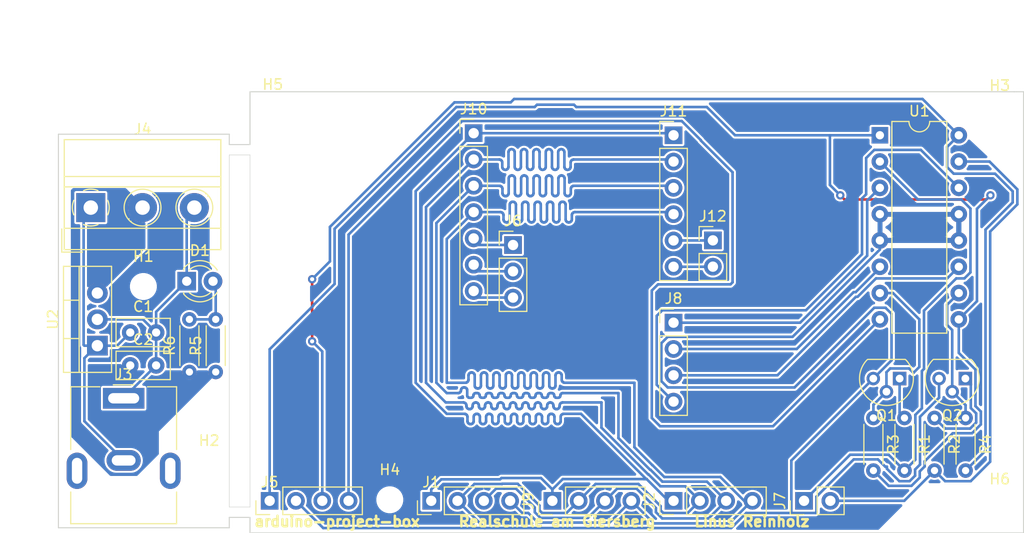
<source format=kicad_pcb>
(kicad_pcb (version 20171130) (host pcbnew 5.1.9+dfsg1-1)
  (title_block (date 2021-04-18) (rev 0.6))
  (layers (0 F.Cu signal) (31 B.Cu signal) (34 B.Paste user) (35 F.Paste user) (36 B.SilkS user) (37 F.SilkS user) (38 B.Mask user) (39 F.Mask user) (44 Edge.Cuts user))
  (net 0 "")
  (net 1 GND)
  (net 2 "Net-(D1-Pad2)")
  (net 3 /SCL)
  (net 4 /SDA)
  (net 5 +5VD)
  (net 6 +12VA)
  (net 7 +5V)
  (net 8 /PWM2)
  (net 9 /PWM1)
  (net 10 /SDO)
  (net 11 /CSB)
  (net 12 "Net-(Q1-Pad1)")
  (net 13 "Net-(Q1-Pad2)")
  (net 14 "Net-(Q2-Pad1)")
  (net 15 "Net-(Q2-Pad2)")
  (net 16 /SEL)
  (net 17 /PWM)
  (net 18 /RDY)
  (net 19 GND1)
  (net 20 "Net-(C1-Pad1)")
  (net 21 "Net-(C2-Pad1)")
  (net 22 /B-)
  (net 23 /B+)
  (net 24 /A-)
  (net 25 /A+)
  (net 26 /5V)
  (module Connector_PinHeader_2.54mm:PinHeader_1x04_P2.54mm_Vertical (layer F.Cu) (at 230.9 73.4 90)
    (fp_text reference J2 (at 0 -2.33 90) (layer F.SilkS))
    (fp_text value LCD1602)
    (pad 4 thru_hole oval (at 0 7.62 90) (size 1.7 1.7) (drill 1) (layers *.Cu *.Mask) (net 4 /SDA))
    (pad 3 thru_hole oval (at 0 5.08 90) (size 1.7 1.7) (drill 1) (layers *.Cu *.Mask) (net 3 /SCL))
    (pad 2 thru_hole oval (at 0 2.54 90) (size 1.7 1.7) (drill 1) (layers *.Cu *.Mask) (net 1 GND))
    (pad 1 thru_hole rect (at 0 0 90) (size 1.7 1.7) (drill 1) (layers *.Cu *.Mask) (net 26 /5V))
  )
  (module Connector_PinHeader_2.54mm:PinHeader_1x02_P2.54mm_Vertical (layer F.Cu) (at 234.7 48.25)
    (fp_text reference J12 (at 0 -2.33) (layer F.SilkS))
    (fp_text value SDO/CSB)
    (pad 2 thru_hole oval (at 0 2.54) (size 1.7 1.7) (drill 1) (layers *.Cu *.Mask) (net 10 /SDO))
    (pad 1 thru_hole rect (at 0 0) (size 1.7 1.7) (drill 1) (layers *.Cu *.Mask) (net 11 /CSB))
  )
  (module Connector_PinHeader_2.54mm:PinHeader_1x06_P2.54mm_Vertical (layer F.Cu) (at 230.9 38.1)
    (fp_text reference J11 (at 0 -2.33) (layer F.SilkS))
    (fp_text value GY-BME280)
    (pad 6 thru_hole oval (at 0 12.7) (size 1.7 1.7) (drill 1) (layers *.Cu *.Mask) (net 10 /SDO))
    (pad 5 thru_hole oval (at 0 10.16) (size 1.7 1.7) (drill 1) (layers *.Cu *.Mask) (net 11 /CSB))
    (pad 4 thru_hole oval (at 0 7.62) (size 1.7 1.7) (drill 1) (layers *.Cu *.Mask) (net 4 /SDA))
    (pad 3 thru_hole oval (at 0 5.08) (size 1.7 1.7) (drill 1) (layers *.Cu *.Mask) (net 3 /SCL))
    (pad 2 thru_hole oval (at 0 2.54) (size 1.7 1.7) (drill 1) (layers *.Cu *.Mask) (net 1 GND))
    (pad 1 thru_hole rect (at 0 0) (size 1.7 1.7) (drill 1) (layers *.Cu *.Mask) (net 26 /5V))
  )
  (module Connector_PinHeader_2.54mm:PinHeader_1x07_P2.54mm_Vertical (layer F.Cu) (at 211.6 37.9)
    (fp_text reference J10 (at 0 -2.33) (layer F.SilkS))
    (fp_text value SCD30)
    (pad 7 thru_hole oval (at 0 15.24) (size 1.7 1.7) (drill 1) (layers *.Cu *.Mask) (net 16 /SEL))
    (pad 6 thru_hole oval (at 0 12.7) (size 1.7 1.7) (drill 1) (layers *.Cu *.Mask) (net 17 /PWM))
    (pad 5 thru_hole oval (at 0 10.16) (size 1.7 1.7) (drill 1) (layers *.Cu *.Mask) (net 18 /RDY))
    (pad 4 thru_hole oval (at 0 7.62) (size 1.7 1.7) (drill 1) (layers *.Cu *.Mask) (net 4 /SDA))
    (pad 3 thru_hole oval (at 0 5.08) (size 1.7 1.7) (drill 1) (layers *.Cu *.Mask) (net 3 /SCL))
    (pad 2 thru_hole oval (at 0 2.54) (size 1.7 1.7) (drill 1) (layers *.Cu *.Mask) (net 1 GND))
    (pad 1 thru_hole rect (at 0 0) (size 1.7 1.7) (drill 1) (layers *.Cu *.Mask) (net 26 /5V))
  )
  (module Connector_PinHeader_2.54mm:PinHeader_1x04_P2.54mm_Vertical (layer F.Cu) (at 219.2 73.4 90)
    (fp_text reference J9 (at 0 -2.33 90) (layer F.SilkS))
    (fp_text value "Numeric Keypad")
    (pad 4 thru_hole oval (at 0 7.62 90) (size 1.7 1.7) (drill 1) (layers *.Cu *.Mask) (net 4 /SDA))
    (pad 3 thru_hole oval (at 0 5.08 90) (size 1.7 1.7) (drill 1) (layers *.Cu *.Mask) (net 3 /SCL))
    (pad 2 thru_hole oval (at 0 2.54 90) (size 1.7 1.7) (drill 1) (layers *.Cu *.Mask) (net 1 GND))
    (pad 1 thru_hole rect (at 0 0 90) (size 1.7 1.7) (drill 1) (layers *.Cu *.Mask) (net 26 /5V))
  )
  (module Connector_PinHeader_2.54mm:PinHeader_1x04_P2.54mm_Vertical (layer F.Cu) (at 230.9 56.2)
    (fp_text reference J8 (at 0 -2.33) (layer F.SilkS))
    (fp_text value "42BYG Stepper Motor")
    (pad 4 thru_hole oval (at 0 7.62) (size 1.7 1.7) (drill 1) (layers *.Cu *.Mask) (net 22 /B-))
    (pad 3 thru_hole oval (at 0 5.08) (size 1.7 1.7) (drill 1) (layers *.Cu *.Mask) (net 23 /B+))
    (pad 2 thru_hole oval (at 0 2.54) (size 1.7 1.7) (drill 1) (layers *.Cu *.Mask) (net 24 /A-))
    (pad 1 thru_hole rect (at 0 0) (size 1.7 1.7) (drill 1) (layers *.Cu *.Mask) (net 25 /A+))
  )
  (module Connector_PinHeader_2.54mm:PinHeader_1x02_P2.54mm_Vertical (layer F.Cu) (at 243.5 73.4 90)
    (fp_text reference J7 (at 0 -2.33 90) (layer F.SilkS))
    (fp_text value PWM)
    (pad 2 thru_hole oval (at 0 2.54 90) (size 1.7 1.7) (drill 1) (layers *.Cu *.Mask) (net 8 /PWM2))
    (pad 1 thru_hole rect (at 0 0 90) (size 1.7 1.7) (drill 1) (layers *.Cu *.Mask) (net 9 /PWM1))
  )
  (module Connector_PinHeader_2.54mm:PinHeader_1x03_P2.54mm_Vertical (layer F.Cu) (at 215.4 48.7)
    (fp_text reference J6 (at 0 -2.33) (layer F.SilkS))
    (fp_text value SEL/PWM/RDY)
    (pad 3 thru_hole oval (at 0 5.08) (size 1.7 1.7) (drill 1) (layers *.Cu *.Mask) (net 16 /SEL))
    (pad 2 thru_hole oval (at 0 2.54) (size 1.7 1.7) (drill 1) (layers *.Cu *.Mask) (net 17 /PWM))
    (pad 1 thru_hole rect (at 0 0) (size 1.7 1.7) (drill 1) (layers *.Cu *.Mask) (net 18 /RDY))
  )
  (module Connector_PinHeader_2.54mm:PinHeader_1x04_P2.54mm_Vertical (layer F.Cu) (at 191.9 73.4 90)
    (fp_text reference J5 (at 1.8 0 180) (layer F.SilkS))
    (fp_text value Power)
    (pad 4 thru_hole oval (at 0 7.62 90) (size 1.7 1.7) (drill 1) (layers *.Cu *.Mask) (net 6 +12VA))
    (pad 3 thru_hole oval (at 0 5.08 90) (size 1.7 1.7) (drill 1) (layers *.Cu *.Mask) (net 7 +5V))
    (pad 2 thru_hole oval (at 0 2.54 90) (size 1.7 1.7) (drill 1) (layers *.Cu *.Mask) (net 1 GND))
    (pad 1 thru_hole rect (at 0 0 90) (size 1.7 1.7) (drill 1) (layers *.Cu *.Mask) (net 5 +5VD))
  )
  (module Connector_PinHeader_2.54mm:PinHeader_1x04_P2.54mm_Vertical (layer F.Cu) (at 207.5 73.4 90)
    (fp_text reference J1 (at 1.8 0 180) (layer F.SilkS))
    (fp_text value Arduino)
    (pad 4 thru_hole oval (at 0 7.62 90) (size 1.7 1.7) (drill 1) (layers *.Cu *.Mask) (net 4 /SDA))
    (pad 3 thru_hole oval (at 0 5.08 90) (size 1.7 1.7) (drill 1) (layers *.Cu *.Mask) (net 3 /SCL))
    (pad 2 thru_hole oval (at 0 2.54 90) (size 1.7 1.7) (drill 1) (layers *.Cu *.Mask) (net 1 GND))
    (pad 1 thru_hole rect (at 0 0 90) (size 1.7 1.7) (drill 1) (layers *.Cu *.Mask) (net 26 /5V))
  )
  (module Package_TO_SOT_THT:TO-220-3_Vertical (layer F.Cu) (at 175.26 58.42 90)
    (fp_text reference U2 (at 2.54 -4.27 90) (layer F.SilkS))
    (fp_text value TS7805)
    (pad 3 thru_hole oval (at 5.08 0 90) (size 1.905 2) (drill 1.1) (layers *.Cu *.Mask) (net 21 "Net-(C2-Pad1)"))
    (pad 2 thru_hole oval (at 2.54 0 90) (size 1.905 2) (drill 1.1) (layers *.Cu *.Mask) (net 19 GND1))
    (pad 1 thru_hole rect (at 0 0 90) (size 1.905 2) (drill 1.1) (layers *.Cu *.Mask) (net 20 "Net-(C1-Pad1)"))
  )
  (module Package_DIP:DIP-16_W7.62mm (layer F.Cu) (at 250.825 38.1)
    (fp_text reference U1 (at 3.81 -2.33) (layer F.SilkS))
    (fp_text value L293D)
    (pad 16 thru_hole oval (at 7.62 0) (size 1.6 1.6) (drill 0.8) (layers *.Cu *.Mask) (net 7 +5V))
    (pad 8 thru_hole oval (at 0 17.78) (size 1.6 1.6) (drill 0.8) (layers *.Cu *.Mask) (net 6 +12VA))
    (pad 15 thru_hole oval (at 7.62 2.54) (size 1.6 1.6) (drill 0.8) (layers *.Cu *.Mask) (net 8 /PWM2))
    (pad 7 thru_hole oval (at 0 15.24) (size 1.6 1.6) (drill 0.8) (layers *.Cu *.Mask) (net 13 "Net-(Q1-Pad2)"))
    (pad 14 thru_hole oval (at 7.62 5.08) (size 1.6 1.6) (drill 0.8) (layers *.Cu *.Mask) (net 22 /B-))
    (pad 6 thru_hole oval (at 0 12.7) (size 1.6 1.6) (drill 0.8) (layers *.Cu *.Mask) (net 24 /A-))
    (pad 13 thru_hole oval (at 7.62 7.62) (size 1.6 1.6) (drill 0.8) (layers *.Cu *.Mask) (net 1 GND))
    (pad 5 thru_hole oval (at 0 10.16) (size 1.6 1.6) (drill 0.8) (layers *.Cu *.Mask) (net 1 GND))
    (pad 12 thru_hole oval (at 7.62 10.16) (size 1.6 1.6) (drill 0.8) (layers *.Cu *.Mask) (net 1 GND))
    (pad 4 thru_hole oval (at 0 7.62) (size 1.6 1.6) (drill 0.8) (layers *.Cu *.Mask) (net 1 GND))
    (pad 11 thru_hole oval (at 7.62 12.7) (size 1.6 1.6) (drill 0.8) (layers *.Cu *.Mask) (net 23 /B+))
    (pad 3 thru_hole oval (at 0 5.08) (size 1.6 1.6) (drill 0.8) (layers *.Cu *.Mask) (net 25 /A+))
    (pad 10 thru_hole oval (at 7.62 15.24) (size 1.6 1.6) (drill 0.8) (layers *.Cu *.Mask) (net 15 "Net-(Q2-Pad2)"))
    (pad 2 thru_hole oval (at 0 2.54) (size 1.6 1.6) (drill 0.8) (layers *.Cu *.Mask) (net 9 /PWM1))
    (pad 9 thru_hole oval (at 7.62 17.78) (size 1.6 1.6) (drill 0.8) (layers *.Cu *.Mask) (net 5 +5VD))
    (pad 1 thru_hole rect (at 0 0) (size 1.6 1.6) (drill 0.8) (layers *.Cu *.Mask) (net 5 +5VD))
  )
  (module Resistor_THT:R_Axial_DIN0204_L3.6mm_D1.6mm_P5.08mm_Horizontal (layer F.Cu) (at 184.15 60.96 90)
    (fp_text reference R6 (at 2.54 -1.92 90) (layer F.SilkS))
    (fp_text value 1K)
    (pad 2 thru_hole oval (at 5.08 0 90) (size 1.4 1.4) (drill 0.7) (layers *.Cu *.Mask) (net 2 "Net-(D1-Pad2)"))
    (pad 1 thru_hole circle (at 0 0 90) (size 1.4 1.4) (drill 0.7) (layers *.Cu *.Mask) (net 21 "Net-(C2-Pad1)"))
  )
  (module Resistor_THT:R_Axial_DIN0204_L3.6mm_D1.6mm_P5.08mm_Horizontal (layer F.Cu) (at 186.69 60.96 90)
    (fp_text reference R5 (at 2.54 -1.92 90) (layer F.SilkS))
    (fp_text value 1K)
    (pad 2 thru_hole oval (at 5.08 0 90) (size 1.4 1.4) (drill 0.7) (layers *.Cu *.Mask) (net 2 "Net-(D1-Pad2)"))
    (pad 1 thru_hole circle (at 0 0 90) (size 1.4 1.4) (drill 0.7) (layers *.Cu *.Mask) (net 21 "Net-(C2-Pad1)"))
  )
  (module Resistor_THT:R_Axial_DIN0204_L3.6mm_D1.6mm_P5.08mm_Horizontal (layer F.Cu) (at 259.1 65.4 270)
    (fp_text reference R4 (at 2.54 -1.92 90) (layer F.SilkS))
    (fp_text value 10K)
    (pad 2 thru_hole oval (at 5.08 0 270) (size 1.4 1.4) (drill 0.7) (layers *.Cu *.Mask) (net 7 +5V))
    (pad 1 thru_hole circle (at 0 0 270) (size 1.4 1.4) (drill 0.7) (layers *.Cu *.Mask) (net 15 "Net-(Q2-Pad2)"))
  )
  (module Resistor_THT:R_Axial_DIN0204_L3.6mm_D1.6mm_P5.08mm_Horizontal (layer F.Cu) (at 250.2 65.4 270)
    (fp_text reference R3 (at 2.54 -1.92 90) (layer F.SilkS))
    (fp_text value 10K)
    (pad 2 thru_hole oval (at 5.08 0 270) (size 1.4 1.4) (drill 0.7) (layers *.Cu *.Mask) (net 5 +5VD))
    (pad 1 thru_hole circle (at 0 0 270) (size 1.4 1.4) (drill 0.7) (layers *.Cu *.Mask) (net 13 "Net-(Q1-Pad2)"))
  )
  (module Resistor_THT:R_Axial_DIN0204_L3.6mm_D1.6mm_P5.08mm_Horizontal (layer F.Cu) (at 256.1 65.4 270)
    (fp_text reference R2 (at 2.54 -1.92 90) (layer F.SilkS))
    (fp_text value 1K)
    (pad 2 thru_hole oval (at 5.08 0 270) (size 1.4 1.4) (drill 0.7) (layers *.Cu *.Mask) (net 8 /PWM2))
    (pad 1 thru_hole circle (at 0 0 270) (size 1.4 1.4) (drill 0.7) (layers *.Cu *.Mask) (net 14 "Net-(Q2-Pad1)"))
  )
  (module Resistor_THT:R_Axial_DIN0204_L3.6mm_D1.6mm_P5.08mm_Horizontal (layer F.Cu) (at 253.2 65.4 270)
    (fp_text reference R1 (at 2.54 -1.92 90) (layer F.SilkS))
    (fp_text value 1K)
    (pad 2 thru_hole oval (at 5.08 0 270) (size 1.4 1.4) (drill 0.7) (layers *.Cu *.Mask) (net 9 /PWM1))
    (pad 1 thru_hole circle (at 0 0 270) (size 1.4 1.4) (drill 0.7) (layers *.Cu *.Mask) (net 12 "Net-(Q1-Pad1)"))
  )
  (module Package_TO_SOT_THT:TO-92 (layer F.Cu) (at 259.08 61.595 180)
    (fp_text reference Q2 (at 1.27 -3.56) (layer F.SilkS))
    (fp_text value Q_NPN_BCE)
    (pad 1 thru_hole rect (at 0 0 180) (size 1.3 1.3) (drill 0.75) (layers *.Cu *.Mask) (net 14 "Net-(Q2-Pad1)"))
    (pad 3 thru_hole circle (at 2.54 0 180) (size 1.3 1.3) (drill 0.75) (layers *.Cu *.Mask) (net 1 GND))
    (pad 2 thru_hole circle (at 1.27 -1.27 180) (size 1.3 1.3) (drill 0.75) (layers *.Cu *.Mask) (net 15 "Net-(Q2-Pad2)"))
  )
  (module Package_TO_SOT_THT:TO-92 (layer F.Cu) (at 252.73 61.595 180)
    (fp_text reference Q1 (at 1.27 -3.56) (layer F.SilkS))
    (fp_text value Q_NPN_BCE)
    (pad 1 thru_hole rect (at 0 0 180) (size 1.3 1.3) (drill 0.75) (layers *.Cu *.Mask) (net 12 "Net-(Q1-Pad1)"))
    (pad 3 thru_hole circle (at 2.54 0 180) (size 1.3 1.3) (drill 0.75) (layers *.Cu *.Mask) (net 1 GND))
    (pad 2 thru_hole circle (at 1.27 -1.27 180) (size 1.3 1.3) (drill 0.75) (layers *.Cu *.Mask) (net 13 "Net-(Q1-Pad2)"))
  )
  (module TerminalBlock_MetzConnect:TerminalBlock_MetzConnect_Type011_RT05503HBWC_1x03_P5.00mm_Horizontal (layer F.Cu) (at 174.625 45.085)
    (fp_text reference J4 (at 5 -7.56) (layer F.SilkS))
    (fp_text value Power)
    (pad 3 thru_hole circle (at 10 0) (size 2.8 2.8) (drill 1.4) (layers *.Cu *.Mask) (net 19 GND1))
    (pad 2 thru_hole circle (at 5 0) (size 2.8 2.8) (drill 1.4) (layers *.Cu *.Mask) (net 21 "Net-(C2-Pad1)"))
    (pad 1 thru_hole rect (at 0 0) (size 2.8 2.8) (drill 1.4) (layers *.Cu *.Mask) (net 20 "Net-(C1-Pad1)"))
  )
  (module Connector_BarrelJack:BarrelJack_CUI_PJ-063AH_Horizontal (layer F.Cu) (at 177.8 63.5)
    (fp_text reference J3 (at 0 -2.3) (layer F.SilkS))
    (fp_text value Jack-DC)
    (pad "" np_thru_hole circle (at 0 9) (size 1.6 1.6) (drill 1.6) (layers *.Cu *.Mask))
    (pad MP thru_hole oval (at 4.5 7) (size 2 3.5) (drill oval 1 2.5) (layers *.Cu *.Mask))
    (pad MP thru_hole oval (at -4.5 7) (size 2 3.5) (drill oval 1 2.5) (layers *.Cu *.Mask))
    (pad 2 thru_hole oval (at 0 6) (size 3.3 2) (drill oval 2.3 1) (layers *.Cu *.Mask) (net 20 "Net-(C1-Pad1)"))
    (pad 1 thru_hole rect (at 0 0) (size 4 2) (drill oval 3 1) (layers *.Cu *.Mask) (net 19 GND1))
  )
  (module MountingHole:MountingHole_2.2mm_M2_DIN965 (layer F.Cu) (at 262.4 74.2)
    (fp_text reference H6 (at 0 -2.9) (layer F.SilkS))
    (fp_text value MP1-2_main-plate--motor-driver)
    (pad 1 np_thru_hole circle (at 0 0) (size 2.2 2.2) (drill 2.2) (layers *.Cu *.Mask))
  )
  (module MountingHole:MountingHole_2.2mm_M2_DIN965 (layer F.Cu) (at 192.2 36.1)
    (fp_text reference H5 (at 0 -2.9) (layer F.SilkS))
    (fp_text value MP2-1_main-plate--I2C)
    (pad 1 np_thru_hole circle (at 0 0) (size 2.2 2.2) (drill 2.2) (layers *.Cu *.Mask))
  )
  (module MountingHole:MountingHole_2.2mm_M2_DIN965 (layer F.Cu) (at 203.5 73.3)
    (fp_text reference H4 (at 0 -2.9) (layer F.SilkS))
    (fp_text value MP2-1-main-plate--I2C)
    (pad 1 np_thru_hole circle (at 0 0) (size 2.2 2.2) (drill 2.2) (layers *.Cu *.Mask))
  )
  (module MountingHole:MountingHole_2.2mm_M2_DIN965 (layer F.Cu) (at 262.4 36.2)
    (fp_text reference H3 (at 0 -2.9) (layer F.SilkS))
    (fp_text value MP1-1_main-plate--motor-driver)
    (pad 1 np_thru_hole circle (at 0 0) (size 2.2 2.2) (drill 2.2) (layers *.Cu *.Mask))
  )
  (module MountingHole:MountingHole_2.2mm_M2_DIN965 (layer F.Cu) (at 186.055 70.485)
    (fp_text reference H2 (at 0 -2.9) (layer F.SilkS))
    (fp_text value MP2_power-plate)
    (pad 1 np_thru_hole circle (at 0 0) (size 2.2 2.2) (drill 2.2) (layers *.Cu *.Mask))
  )
  (module MountingHole:MountingHole_2.2mm_M2_DIN965 (layer F.Cu) (at 179.705 52.705)
    (fp_text reference H1 (at 0 -2.9) (layer F.SilkS))
    (fp_text value MP1_Power-plate)
    (pad 1 np_thru_hole circle (at 0 0) (size 2.2 2.2) (drill 2.2) (layers *.Cu *.Mask))
  )
  (module LED_THT:LED_D3.0mm (layer F.Cu) (at 183.89 52.196)
    (fp_text reference D1 (at 1.27 -2.96) (layer F.SilkS))
    (fp_text value "GREEN ON")
    (pad 2 thru_hole circle (at 2.54 0) (size 1.8 1.8) (drill 0.9) (layers *.Cu *.Mask) (net 2 "Net-(D1-Pad2)"))
    (pad 1 thru_hole rect (at 0 0) (size 1.8 1.8) (drill 0.9) (layers *.Cu *.Mask) (net 19 GND1))
  )
  (module Capacitor_THT:C_Disc_D5.0mm_W2.5mm_P2.50mm (layer F.Cu) (at 178.435 60.325)
    (fp_text reference C2 (at 1.25 -2.5) (layer F.SilkS))
    (fp_text value 0.1uF)
    (pad 2 thru_hole circle (at 2.5 0) (size 1.6 1.6) (drill 0.8) (layers *.Cu *.Mask) (net 19 GND1))
    (pad 1 thru_hole circle (at 0 0) (size 1.6 1.6) (drill 0.8) (layers *.Cu *.Mask) (net 21 "Net-(C2-Pad1)"))
  )
  (module Capacitor_THT:C_Disc_D5.0mm_W2.5mm_P2.50mm (layer F.Cu) (at 178.435 57.15)
    (fp_text reference C1 (at 1.25 -2.5) (layer F.SilkS))
    (fp_text value 0.33uF)
    (pad 2 thru_hole circle (at 2.5 0) (size 1.6 1.6) (drill 0.8) (layers *.Cu *.Mask) (net 19 GND1))
    (pad 1 thru_hole circle (at 0 0) (size 1.6 1.6) (drill 0.8) (layers *.Cu *.Mask) (net 20 "Net-(C1-Pad1)"))
  )
  (gr_text "arduino-project-box     Realschule am Giersberg     Linus Reinholz" (at 190.3 75.4) (layer F.SilkS) (effects (font (size 1 1) (thickness 0.25)) (justify left)))
  (gr_line (start 190 33.9) (end 263.8 33.9) (layer Edge.Cuts) (width 0.1))
  (gr_line (start 190 39) (end 190 33.9) (layer Edge.Cuts) (width 0.1))
  (gr_line (start 188 39) (end 190 39) (layer Edge.Cuts) (width 0.1))
  (gr_line (start 188 38) (end 188 39) (layer Edge.Cuts) (width 0.1))
  (gr_line (start 171.5 38) (end 188 38) (layer Edge.Cuts) (width 0.1))
  (gr_line (start 171.5 76) (end 171.5 38) (layer Edge.Cuts) (width 0.1))
  (gr_line (start 188 76) (end 171.5 76) (layer Edge.Cuts) (width 0.1))
  (gr_line (start 188 75) (end 188 76) (layer Edge.Cuts) (width 0.1))
  (gr_line (start 190 75) (end 188 75) (layer Edge.Cuts) (width 0.1))
  (gr_line (start 190 76.5) (end 190 75) (layer Edge.Cuts) (width 0.1))
  (gr_line (start 264.7 76.5) (end 190 76.5) (layer Edge.Cuts) (width 0.1))
  (gr_line (start 264.7 33.9) (end 264.7 76.5) (layer Edge.Cuts) (width 0.1))
  (gr_line (start 263.8 33.9) (end 264.7 33.9) (layer Edge.Cuts) (width 0.1))
  (gr_line (start 190 40) (end 188 40) (layer Edge.Cuts) (width 0.05))
  (gr_line (start 190 74) (end 190 40) (layer Edge.Cuts) (width 0.05))
  (gr_line (start 188 74) (end 190 74) (layer Edge.Cuts) (width 0.05))
  (gr_line (start 188 40) (end 188 74) (layer Edge.Cuts) (width 0.05))
  (segment (start 218.211412 74.575001) (end 220.564999 74.575001) (width 0.25) (layer B.Cu) (net 1))
  (segment (start 214.363598 71.749989) (end 215.845402 71.749989) (width 0.25) (layer B.Cu) (net 1))
  (segment (start 217.950011 74.3136) (end 218.211412 74.575001) (width 0.25) (layer B.Cu) (net 1))
  (segment (start 210.04 73.4) (end 211.665012 71.774988) (width 0.25) (layer B.Cu) (net 1))
  (segment (start 217.950011 73.854598) (end 217.950011 74.3136) (width 0.25) (layer B.Cu) (net 1))
  (segment (start 211.665012 71.774988) (end 214.338599 71.774988) (width 0.25) (layer B.Cu) (net 1))
  (segment (start 214.338599 71.774988) (end 214.363598 71.749989) (width 0.25) (layer B.Cu) (net 1))
  (segment (start 220.564999 74.575001) (end 221.74 73.4) (width 0.25) (layer B.Cu) (net 1))
  (segment (start 215.845402 71.749989) (end 217.950011 73.854598) (width 0.25) (layer B.Cu) (net 1))
  (segment (start 229.650011 74.313601) (end 229.911411 74.575001) (width 0.25) (layer B.Cu) (net 1))
  (segment (start 229.650011 73.9136) (end 229.650011 74.313601) (width 0.25) (layer B.Cu) (net 1))
  (segment (start 227.511399 71.774988) (end 229.650011 73.9136) (width 0.25) (layer B.Cu) (net 1))
  (segment (start 223.365012 71.774988) (end 227.511399 71.774988) (width 0.25) (layer B.Cu) (net 1))
  (segment (start 221.74 73.4) (end 223.365012 71.774988) (width 0.25) (layer B.Cu) (net 1))
  (segment (start 229.911411 74.575001) (end 232.264999 74.575001) (width 0.25) (layer B.Cu) (net 1))
  (segment (start 232.264999 74.575001) (end 233.44 73.4) (width 0.25) (layer B.Cu) (net 1))
  (segment (start 207 62) (end 207 45.04) (width 0.25) (layer B.Cu) (net 1))
  (segment (start 208.9 63.9) (end 207 62) (width 0.25) (layer B.Cu) (net 1))
  (segment (start 210.6 63.9) (end 208.9 63.9) (width 0.25) (layer B.Cu) (net 1))
  (segment (start 210.666756 63.907522) (end 210.6 63.9) (width 0.25) (layer B.Cu) (net 1))
  (segment (start 211.47029 64.380166) (end 211.434549 64.437047) (width 0.25) (layer B.Cu) (net 1))
  (segment (start 211.529709 64.069835) (end 211.507521 64.133244) (width 0.25) (layer B.Cu) (net 1))
  (segment (start 211.612953 63.965451) (end 211.56545 64.012954) (width 0.25) (layer B.Cu) (net 1))
  (segment (start 211.733243 63.907522) (end 211.669834 63.92971) (width 0.25) (layer B.Cu) (net 1))
  (segment (start 211.930165 63.92971) (end 211.866756 63.907522) (width 0.25) (layer B.Cu) (net 1))
  (segment (start 211.987046 63.965451) (end 211.930165 63.92971) (width 0.25) (layer B.Cu) (net 1))
  (segment (start 212.034549 64.012954) (end 211.987046 63.965451) (width 0.25) (layer B.Cu) (net 1))
  (segment (start 212.107521 64.316757) (end 212.1 64.25) (width 0.25) (layer B.Cu) (net 1))
  (segment (start 211.012953 64.48455) (end 210.96545 64.437047) (width 0.25) (layer B.Cu) (net 1))
  (segment (start 212.16545 64.437047) (end 212.129709 64.380166) (width 0.25) (layer B.Cu) (net 1))
  (segment (start 211.069834 64.520291) (end 211.012953 64.48455) (width 0.25) (layer B.Cu) (net 1))
  (segment (start 212.212953 64.48455) (end 212.16545 64.437047) (width 0.25) (layer B.Cu) (net 1))
  (segment (start 212.333243 64.542479) (end 212.269834 64.520291) (width 0.25) (layer B.Cu) (net 1))
  (segment (start 212.4 64.55) (end 212.333243 64.542479) (width 0.25) (layer B.Cu) (net 1))
  (segment (start 212.466756 64.542479) (end 212.4 64.55) (width 0.25) (layer B.Cu) (net 1))
  (segment (start 212.530165 64.520291) (end 212.466756 64.542479) (width 0.25) (layer B.Cu) (net 1))
  (segment (start 212.67029 64.380166) (end 212.634549 64.437047) (width 0.25) (layer B.Cu) (net 1))
  (segment (start 212.692478 64.316757) (end 212.67029 64.380166) (width 0.25) (layer B.Cu) (net 1))
  (segment (start 212.7 64.25) (end 212.692478 64.316757) (width 0.25) (layer B.Cu) (net 1))
  (segment (start 212.7 64.2) (end 212.7 64.25) (width 0.25) (layer B.Cu) (net 1))
  (segment (start 212.729709 64.069835) (end 212.707521 64.133244) (width 0.25) (layer B.Cu) (net 1))
  (segment (start 212.76545 64.012954) (end 212.729709 64.069835) (width 0.25) (layer B.Cu) (net 1))
  (segment (start 212.812953 63.965451) (end 212.76545 64.012954) (width 0.25) (layer B.Cu) (net 1))
  (segment (start 212.869834 63.92971) (end 212.812953 63.965451) (width 0.25) (layer B.Cu) (net 1))
  (segment (start 212.933243 63.907522) (end 212.869834 63.92971) (width 0.25) (layer B.Cu) (net 1))
  (segment (start 210.892478 64.133244) (end 210.87029 64.069835) (width 0.25) (layer B.Cu) (net 1))
  (segment (start 212.07029 64.069835) (end 212.034549 64.012954) (width 0.25) (layer B.Cu) (net 1))
  (segment (start 213.234549 64.012954) (end 213.187046 63.965451) (width 0.25) (layer B.Cu) (net 1))
  (segment (start 213.307521 64.316757) (end 213.3 64.25) (width 0.25) (layer B.Cu) (net 1))
  (segment (start 213.412953 64.48455) (end 213.36545 64.437047) (width 0.25) (layer B.Cu) (net 1))
  (segment (start 213.469834 64.520291) (end 213.412953 64.48455) (width 0.25) (layer B.Cu) (net 1))
  (segment (start 213.533243 64.542479) (end 213.469834 64.520291) (width 0.25) (layer B.Cu) (net 1))
  (segment (start 213.27029 64.069835) (end 213.234549 64.012954) (width 0.25) (layer B.Cu) (net 1))
  (segment (start 213.96545 64.012954) (end 213.929709 64.069835) (width 0.25) (layer B.Cu) (net 1))
  (segment (start 213.292478 64.133244) (end 213.27029 64.069835) (width 0.25) (layer B.Cu) (net 1))
  (segment (start 214.012953 63.965451) (end 213.96545 64.012954) (width 0.25) (layer B.Cu) (net 1))
  (segment (start 213.3 64.2) (end 213.292478 64.133244) (width 0.25) (layer B.Cu) (net 1))
  (segment (start 214.069834 63.92971) (end 214.012953 63.965451) (width 0.25) (layer B.Cu) (net 1))
  (segment (start 210.929709 64.380166) (end 210.907521 64.316757) (width 0.25) (layer B.Cu) (net 1))
  (segment (start 213.3 64.25) (end 213.3 64.2) (width 0.25) (layer B.Cu) (net 1))
  (segment (start 214.133243 63.907522) (end 214.069834 63.92971) (width 0.25) (layer B.Cu) (net 1))
  (segment (start 214.2 63.9) (end 214.133243 63.907522) (width 0.25) (layer B.Cu) (net 1))
  (segment (start 214.266756 63.907522) (end 214.2 63.9) (width 0.25) (layer B.Cu) (net 1))
  (segment (start 214.387046 63.965451) (end 214.330165 63.92971) (width 0.25) (layer B.Cu) (net 1))
  (segment (start 214.434549 64.012954) (end 214.387046 63.965451) (width 0.25) (layer B.Cu) (net 1))
  (segment (start 211.266756 64.542479) (end 211.2 64.55) (width 0.25) (layer B.Cu) (net 1))
  (segment (start 214.47029 64.069835) (end 214.434549 64.012954) (width 0.25) (layer B.Cu) (net 1))
  (segment (start 211.330165 64.520291) (end 211.266756 64.542479) (width 0.25) (layer B.Cu) (net 1))
  (segment (start 214.492478 64.133244) (end 214.47029 64.069835) (width 0.25) (layer B.Cu) (net 1))
  (segment (start 211.434549 64.437047) (end 211.387046 64.48455) (width 0.25) (layer B.Cu) (net 1))
  (segment (start 214.5 64.25) (end 214.5 64.2) (width 0.25) (layer B.Cu) (net 1))
  (segment (start 214.507521 64.316757) (end 214.5 64.25) (width 0.25) (layer B.Cu) (net 1))
  (segment (start 211.492478 64.316757) (end 211.47029 64.380166) (width 0.25) (layer B.Cu) (net 1))
  (segment (start 214.529709 64.380166) (end 214.507521 64.316757) (width 0.25) (layer B.Cu) (net 1))
  (segment (start 211.5 64.25) (end 211.492478 64.316757) (width 0.25) (layer B.Cu) (net 1))
  (segment (start 214.56545 64.437047) (end 214.529709 64.380166) (width 0.25) (layer B.Cu) (net 1))
  (segment (start 211.5 64.2) (end 211.5 64.25) (width 0.25) (layer B.Cu) (net 1))
  (segment (start 214.612953 64.48455) (end 214.56545 64.437047) (width 0.25) (layer B.Cu) (net 1))
  (segment (start 214.733243 64.542479) (end 214.669834 64.520291) (width 0.25) (layer B.Cu) (net 1))
  (segment (start 213.730165 64.520291) (end 213.666756 64.542479) (width 0.25) (layer B.Cu) (net 1))
  (segment (start 214.866756 64.542479) (end 214.8 64.55) (width 0.25) (layer B.Cu) (net 1))
  (segment (start 211.8 63.9) (end 211.733243 63.907522) (width 0.25) (layer B.Cu) (net 1))
  (segment (start 215.034549 64.437047) (end 214.987046 64.48455) (width 0.25) (layer B.Cu) (net 1))
  (segment (start 210.730165 63.92971) (end 210.666756 63.907522) (width 0.25) (layer B.Cu) (net 1))
  (segment (start 215.07029 64.380166) (end 215.034549 64.437047) (width 0.25) (layer B.Cu) (net 1))
  (segment (start 210.787046 63.965451) (end 210.730165 63.92971) (width 0.25) (layer B.Cu) (net 1))
  (segment (start 215.092478 64.316757) (end 215.07029 64.380166) (width 0.25) (layer B.Cu) (net 1))
  (segment (start 210.834549 64.012954) (end 210.787046 63.965451) (width 0.25) (layer B.Cu) (net 1))
  (segment (start 215.1 64.25) (end 215.092478 64.316757) (width 0.25) (layer B.Cu) (net 1))
  (segment (start 210.9 64.25) (end 210.9 64.2) (width 0.25) (layer B.Cu) (net 1))
  (segment (start 212.1 64.2) (end 212.092478 64.133244) (width 0.25) (layer B.Cu) (net 1))
  (segment (start 215.16545 64.012954) (end 215.129709 64.069835) (width 0.25) (layer B.Cu) (net 1))
  (segment (start 210.907521 64.316757) (end 210.9 64.25) (width 0.25) (layer B.Cu) (net 1))
  (segment (start 212.1 64.25) (end 212.1 64.2) (width 0.25) (layer B.Cu) (net 1))
  (segment (start 215.212953 63.965451) (end 215.16545 64.012954) (width 0.25) (layer B.Cu) (net 1))
  (segment (start 215.269834 63.92971) (end 215.212953 63.965451) (width 0.25) (layer B.Cu) (net 1))
  (segment (start 218.212953 64.48455) (end 218.16545 64.437047) (width 0.25) (layer B.Cu) (net 1))
  (segment (start 218.269834 64.520291) (end 218.212953 64.48455) (width 0.25) (layer B.Cu) (net 1))
  (segment (start 217.47029 64.380166) (end 217.434549 64.437047) (width 0.25) (layer B.Cu) (net 1))
  (segment (start 218.76545 64.012954) (end 218.729709 64.069835) (width 0.25) (layer B.Cu) (net 1))
  (segment (start 216.329709 64.069835) (end 216.307521 64.133244) (width 0.25) (layer B.Cu) (net 1))
  (segment (start 218.530165 64.520291) (end 218.466756 64.542479) (width 0.25) (layer B.Cu) (net 1))
  (segment (start 218.587046 64.48455) (end 218.530165 64.520291) (width 0.25) (layer B.Cu) (net 1))
  (segment (start 212.707521 64.133244) (end 212.7 64.2) (width 0.25) (layer B.Cu) (net 1))
  (segment (start 218.729709 64.069835) (end 218.707521 64.133244) (width 0.25) (layer B.Cu) (net 1))
  (segment (start 211.2 64.55) (end 211.133243 64.542479) (width 0.25) (layer B.Cu) (net 1))
  (segment (start 216.234549 64.437047) (end 216.187046 64.48455) (width 0.25) (layer B.Cu) (net 1))
  (segment (start 218.67029 64.380166) (end 218.634549 64.437047) (width 0.25) (layer B.Cu) (net 1))
  (segment (start 219.834549 64.437047) (end 219.787046 64.48455) (width 0.25) (layer B.Cu) (net 1))
  (segment (start 216.066756 64.542479) (end 216 64.55) (width 0.25) (layer B.Cu) (net 1))
  (segment (start 218.692478 64.316757) (end 218.67029 64.380166) (width 0.25) (layer B.Cu) (net 1))
  (segment (start 220.133243 63.907522) (end 220.069834 63.92971) (width 0.25) (layer B.Cu) (net 1))
  (segment (start 219.907521 64.133244) (end 219.9 64.2) (width 0.25) (layer B.Cu) (net 1))
  (segment (start 210.96545 64.437047) (end 210.929709 64.380166) (width 0.25) (layer B.Cu) (net 1))
  (segment (start 212.129709 64.380166) (end 212.107521 64.316757) (width 0.25) (layer B.Cu) (net 1))
  (segment (start 218.7 64.2) (end 218.7 64.25) (width 0.25) (layer B.Cu) (net 1))
  (segment (start 213.329709 64.380166) (end 213.307521 64.316757) (width 0.25) (layer B.Cu) (net 1))
  (segment (start 218.869834 63.92971) (end 218.812953 63.965451) (width 0.25) (layer B.Cu) (net 1))
  (segment (start 218.634549 64.437047) (end 218.587046 64.48455) (width 0.25) (layer B.Cu) (net 1))
  (segment (start 216.27029 64.380166) (end 216.234549 64.437047) (width 0.25) (layer B.Cu) (net 1))
  (segment (start 218.933243 63.907522) (end 218.869834 63.92971) (width 0.25) (layer B.Cu) (net 1))
  (segment (start 216.96545 64.437047) (end 216.929709 64.380166) (width 0.25) (layer B.Cu) (net 1))
  (segment (start 219 63.9) (end 218.933243 63.907522) (width 0.25) (layer B.Cu) (net 1))
  (segment (start 219.234549 64.012954) (end 219.187046 63.965451) (width 0.25) (layer B.Cu) (net 1))
  (segment (start 219.27029 64.069835) (end 219.234549 64.012954) (width 0.25) (layer B.Cu) (net 1))
  (segment (start 213.36545 64.437047) (end 213.329709 64.380166) (width 0.25) (layer B.Cu) (net 1))
  (segment (start 219.9 64.2) (end 219.9 64.25) (width 0.25) (layer B.Cu) (net 1))
  (segment (start 217.612953 63.965451) (end 217.56545 64.012954) (width 0.25) (layer B.Cu) (net 1))
  (segment (start 213.666756 64.542479) (end 213.6 64.55) (width 0.25) (layer B.Cu) (net 1))
  (segment (start 214.8 64.55) (end 214.733243 64.542479) (width 0.25) (layer B.Cu) (net 1))
  (segment (start 216.834549 64.012954) (end 216.787046 63.965451) (width 0.25) (layer B.Cu) (net 1))
  (segment (start 218.107521 64.316757) (end 218.1 64.25) (width 0.25) (layer B.Cu) (net 1))
  (segment (start 218.4 64.55) (end 218.333243 64.542479) (width 0.25) (layer B.Cu) (net 1))
  (segment (start 220.012953 63.965451) (end 219.96545 64.012954) (width 0.25) (layer B.Cu) (net 1))
  (segment (start 212.634549 64.437047) (end 212.587046 64.48455) (width 0.25) (layer B.Cu) (net 1))
  (segment (start 219.9 64.25) (end 219.892478 64.316757) (width 0.25) (layer B.Cu) (net 1))
  (segment (start 211.56545 64.012954) (end 211.529709 64.069835) (width 0.25) (layer B.Cu) (net 1))
  (segment (start 223.94 63.9) (end 220.2 63.9) (width 0.25) (layer B.Cu) (net 1))
  (segment (start 219.066756 63.907522) (end 219 63.9) (width 0.25) (layer B.Cu) (net 1))
  (segment (start 220.2 63.9) (end 220.133243 63.907522) (width 0.25) (layer B.Cu) (net 1))
  (segment (start 219.666756 64.542479) (end 219.6 64.55) (width 0.25) (layer B.Cu) (net 1))
  (segment (start 216.6 63.9) (end 216.533243 63.907522) (width 0.25) (layer B.Cu) (net 1))
  (segment (start 213.6 64.55) (end 213.533243 64.542479) (width 0.25) (layer B.Cu) (net 1))
  (segment (start 219.892478 64.316757) (end 219.87029 64.380166) (width 0.25) (layer B.Cu) (net 1))
  (segment (start 210.87029 64.069835) (end 210.834549 64.012954) (width 0.25) (layer B.Cu) (net 1))
  (segment (start 213.187046 63.965451) (end 213.130165 63.92971) (width 0.25) (layer B.Cu) (net 1))
  (segment (start 213.907521 64.133244) (end 213.9 64.2) (width 0.25) (layer B.Cu) (net 1))
  (segment (start 215.333243 63.907522) (end 215.269834 63.92971) (width 0.25) (layer B.Cu) (net 1))
  (segment (start 215.634549 64.012954) (end 215.587046 63.965451) (width 0.25) (layer B.Cu) (net 1))
  (segment (start 218.16545 64.437047) (end 218.129709 64.380166) (width 0.25) (layer B.Cu) (net 1))
  (segment (start 219.187046 63.965451) (end 219.130165 63.92971) (width 0.25) (layer B.Cu) (net 1))
  (segment (start 218.1 64.2) (end 218.092478 64.133244) (width 0.25) (layer B.Cu) (net 1))
  (segment (start 216.412953 63.965451) (end 216.36545 64.012954) (width 0.25) (layer B.Cu) (net 1))
  (segment (start 217.669834 63.92971) (end 217.612953 63.965451) (width 0.25) (layer B.Cu) (net 1))
  (segment (start 216.307521 64.133244) (end 216.3 64.2) (width 0.25) (layer B.Cu) (net 1))
  (segment (start 215.812953 64.48455) (end 215.76545 64.437047) (width 0.25) (layer B.Cu) (net 1))
  (segment (start 216.9 64.2) (end 216.892478 64.133244) (width 0.25) (layer B.Cu) (net 1))
  (segment (start 228.486423 70.849973) (end 228.449972 70.849973) (width 0.25) (layer B.Cu) (net 1))
  (segment (start 218.129709 64.380166) (end 218.107521 64.316757) (width 0.25) (layer B.Cu) (net 1))
  (segment (start 219.130165 63.92971) (end 219.066756 63.907522) (width 0.25) (layer B.Cu) (net 1))
  (segment (start 214.330165 63.92971) (end 214.266756 63.907522) (width 0.25) (layer B.Cu) (net 1))
  (segment (start 217.266756 64.542479) (end 217.2 64.55) (width 0.25) (layer B.Cu) (net 1))
  (segment (start 217.133243 64.542479) (end 217.069834 64.520291) (width 0.25) (layer B.Cu) (net 1))
  (segment (start 211.507521 64.133244) (end 211.5 64.2) (width 0.25) (layer B.Cu) (net 1))
  (segment (start 214.669834 64.520291) (end 214.612953 64.48455) (width 0.25) (layer B.Cu) (net 1))
  (segment (start 219.3 64.25) (end 219.3 64.2) (width 0.25) (layer B.Cu) (net 1))
  (segment (start 213.130165 63.92971) (end 213.066756 63.907522) (width 0.25) (layer B.Cu) (net 1))
  (segment (start 213.9 64.2) (end 213.9 64.25) (width 0.25) (layer B.Cu) (net 1))
  (segment (start 215.587046 63.965451) (end 215.530165 63.92971) (width 0.25) (layer B.Cu) (net 1))
  (segment (start 219.96545 64.012954) (end 219.929709 64.069835) (width 0.25) (layer B.Cu) (net 1))
  (segment (start 215.1 64.2) (end 215.1 64.25) (width 0.25) (layer B.Cu) (net 1))
  (segment (start 219.730165 64.520291) (end 219.666756 64.542479) (width 0.25) (layer B.Cu) (net 1))
  (segment (start 232.040022 72.000022) (end 229.63647 72.000022) (width 0.25) (layer B.Cu) (net 1))
  (segment (start 220.069834 63.92971) (end 220.012953 63.965451) (width 0.25) (layer B.Cu) (net 1))
  (segment (start 215.7 64.25) (end 215.7 64.2) (width 0.25) (layer B.Cu) (net 1))
  (segment (start 210.9 64.2) (end 210.892478 64.133244) (width 0.25) (layer B.Cu) (net 1))
  (segment (start 212.092478 64.133244) (end 212.07029 64.069835) (width 0.25) (layer B.Cu) (net 1))
  (segment (start 215.129709 64.069835) (end 215.107521 64.133244) (width 0.25) (layer B.Cu) (net 1))
  (segment (start 219.929709 64.069835) (end 219.907521 64.133244) (width 0.25) (layer B.Cu) (net 1))
  (segment (start 229.63647 72.000022) (end 228.486423 70.849973) (width 0.25) (layer B.Cu) (net 1))
  (segment (start 219.87029 64.380166) (end 219.834549 64.437047) (width 0.25) (layer B.Cu) (net 1))
  (segment (start 207 45.04) (end 211.6 40.44) (width 0.25) (layer B.Cu) (net 1))
  (segment (start 228.449972 70.849973) (end 223.94 66.34) (width 0.25) (layer B.Cu) (net 1))
  (segment (start 219.6 64.55) (end 219.533243 64.542479) (width 0.25) (layer B.Cu) (net 1))
  (segment (start 218.812953 63.965451) (end 218.76545 64.012954) (width 0.25) (layer B.Cu) (net 1))
  (segment (start 211.133243 64.542479) (end 211.069834 64.520291) (width 0.25) (layer B.Cu) (net 1))
  (segment (start 212.269834 64.520291) (end 212.212953 64.48455) (width 0.25) (layer B.Cu) (net 1))
  (segment (start 233.44 73.4) (end 232.040022 72.000022) (width 0.25) (layer B.Cu) (net 1))
  (segment (start 219.787046 64.48455) (end 219.730165 64.520291) (width 0.25) (layer B.Cu) (net 1))
  (segment (start 219.533243 64.542479) (end 219.469834 64.520291) (width 0.25) (layer B.Cu) (net 1))
  (segment (start 211.866756 63.907522) (end 211.8 63.9) (width 0.25) (layer B.Cu) (net 1))
  (segment (start 219.36545 64.437047) (end 219.329709 64.380166) (width 0.25) (layer B.Cu) (net 1))
  (segment (start 215.869834 64.520291) (end 215.812953 64.48455) (width 0.25) (layer B.Cu) (net 1))
  (segment (start 219.3 64.2) (end 219.292478 64.133244) (width 0.25) (layer B.Cu) (net 1))
  (segment (start 216.3 64.2) (end 216.3 64.25) (width 0.25) (layer B.Cu) (net 1))
  (segment (start 217.330165 64.520291) (end 217.266756 64.542479) (width 0.25) (layer B.Cu) (net 1))
  (segment (start 218.092478 64.133244) (end 218.07029 64.069835) (width 0.25) (layer B.Cu) (net 1))
  (segment (start 213.834549 64.437047) (end 213.787046 64.48455) (width 0.25) (layer B.Cu) (net 1))
  (segment (start 214.987046 64.48455) (end 214.930165 64.520291) (width 0.25) (layer B.Cu) (net 1))
  (segment (start 218.07029 64.069835) (end 218.034549 64.012954) (width 0.25) (layer B.Cu) (net 1))
  (segment (start 218.034549 64.012954) (end 217.987046 63.965451) (width 0.25) (layer B.Cu) (net 1))
  (segment (start 215.933243 64.542479) (end 215.869834 64.520291) (width 0.25) (layer B.Cu) (net 1))
  (segment (start 218.333243 64.542479) (end 218.269834 64.520291) (width 0.25) (layer B.Cu) (net 1))
  (segment (start 217.987046 63.965451) (end 217.930165 63.92971) (width 0.25) (layer B.Cu) (net 1))
  (segment (start 217.930165 63.92971) (end 217.866756 63.907522) (width 0.25) (layer B.Cu) (net 1))
  (segment (start 216.36545 64.012954) (end 216.329709 64.069835) (width 0.25) (layer B.Cu) (net 1))
  (segment (start 217.866756 63.907522) (end 217.8 63.9) (width 0.25) (layer B.Cu) (net 1))
  (segment (start 219.329709 64.380166) (end 219.307521 64.316757) (width 0.25) (layer B.Cu) (net 1))
  (segment (start 216 64.55) (end 215.933243 64.542479) (width 0.25) (layer B.Cu) (net 1))
  (segment (start 211.669834 63.92971) (end 211.612953 63.965451) (width 0.25) (layer B.Cu) (net 1))
  (segment (start 216.787046 63.965451) (end 216.730165 63.92971) (width 0.25) (layer B.Cu) (net 1))
  (segment (start 217.8 63.9) (end 217.733243 63.907522) (width 0.25) (layer B.Cu) (net 1))
  (segment (start 216.9 64.25) (end 216.9 64.2) (width 0.25) (layer B.Cu) (net 1))
  (segment (start 218.707521 64.133244) (end 218.7 64.2) (width 0.25) (layer B.Cu) (net 1))
  (segment (start 217.387046 64.48455) (end 217.330165 64.520291) (width 0.25) (layer B.Cu) (net 1))
  (segment (start 218.1 64.25) (end 218.1 64.2) (width 0.25) (layer B.Cu) (net 1))
  (segment (start 217.733243 63.907522) (end 217.669834 63.92971) (width 0.25) (layer B.Cu) (net 1))
  (segment (start 217.56545 64.012954) (end 217.529709 64.069835) (width 0.25) (layer B.Cu) (net 1))
  (segment (start 217.529709 64.069835) (end 217.507521 64.133244) (width 0.25) (layer B.Cu) (net 1))
  (segment (start 217.012953 64.48455) (end 216.96545 64.437047) (width 0.25) (layer B.Cu) (net 1))
  (segment (start 219.292478 64.133244) (end 219.27029 64.069835) (width 0.25) (layer B.Cu) (net 1))
  (segment (start 217.5 64.2) (end 217.5 64.25) (width 0.25) (layer B.Cu) (net 1))
  (segment (start 216.666756 63.907522) (end 216.6 63.9) (width 0.25) (layer B.Cu) (net 1))
  (segment (start 213.929709 64.069835) (end 213.907521 64.133244) (width 0.25) (layer B.Cu) (net 1))
  (segment (start 217.5 64.25) (end 217.492478 64.316757) (width 0.25) (layer B.Cu) (net 1))
  (segment (start 219.412953 64.48455) (end 219.36545 64.437047) (width 0.25) (layer B.Cu) (net 1))
  (segment (start 217.434549 64.437047) (end 217.387046 64.48455) (width 0.25) (layer B.Cu) (net 1))
  (segment (start 213.787046 64.48455) (end 213.730165 64.520291) (width 0.25) (layer B.Cu) (net 1))
  (segment (start 214.930165 64.520291) (end 214.866756 64.542479) (width 0.25) (layer B.Cu) (net 1))
  (segment (start 217.2 64.55) (end 217.133243 64.542479) (width 0.25) (layer B.Cu) (net 1))
  (segment (start 217.507521 64.133244) (end 217.5 64.2) (width 0.25) (layer B.Cu) (net 1))
  (segment (start 217.069834 64.520291) (end 217.012953 64.48455) (width 0.25) (layer B.Cu) (net 1))
  (segment (start 211.387046 64.48455) (end 211.330165 64.520291) (width 0.25) (layer B.Cu) (net 1))
  (segment (start 214.5 64.2) (end 214.492478 64.133244) (width 0.25) (layer B.Cu) (net 1))
  (segment (start 216.929709 64.380166) (end 216.907521 64.316757) (width 0.25) (layer B.Cu) (net 1))
  (segment (start 216.907521 64.316757) (end 216.9 64.25) (width 0.25) (layer B.Cu) (net 1))
  (segment (start 216.892478 64.133244) (end 216.87029 64.069835) (width 0.25) (layer B.Cu) (net 1))
  (segment (start 213.066756 63.907522) (end 213 63.9) (width 0.25) (layer B.Cu) (net 1))
  (segment (start 213.9 64.25) (end 213.892478 64.316757) (width 0.25) (layer B.Cu) (net 1))
  (segment (start 215.530165 63.92971) (end 215.466756 63.907522) (width 0.25) (layer B.Cu) (net 1))
  (segment (start 213.87029 64.380166) (end 213.834549 64.437047) (width 0.25) (layer B.Cu) (net 1))
  (segment (start 215.4 63.9) (end 215.333243 63.907522) (width 0.25) (layer B.Cu) (net 1))
  (segment (start 216.87029 64.069835) (end 216.834549 64.012954) (width 0.25) (layer B.Cu) (net 1))
  (segment (start 215.107521 64.133244) (end 215.1 64.2) (width 0.25) (layer B.Cu) (net 1))
  (segment (start 218.7 64.25) (end 218.692478 64.316757) (width 0.25) (layer B.Cu) (net 1))
  (segment (start 223.94 66.34) (end 223.94 63.9) (width 0.25) (layer B.Cu) (net 1))
  (segment (start 216.730165 63.92971) (end 216.666756 63.907522) (width 0.25) (layer B.Cu) (net 1))
  (segment (start 216.533243 63.907522) (end 216.469834 63.92971) (width 0.25) (layer B.Cu) (net 1))
  (segment (start 215.67029 64.069835) (end 215.634549 64.012954) (width 0.25) (layer B.Cu) (net 1))
  (segment (start 216.292478 64.316757) (end 216.27029 64.380166) (width 0.25) (layer B.Cu) (net 1))
  (segment (start 216.469834 63.92971) (end 216.412953 63.965451) (width 0.25) (layer B.Cu) (net 1))
  (segment (start 212.587046 64.48455) (end 212.530165 64.520291) (width 0.25) (layer B.Cu) (net 1))
  (segment (start 216.3 64.25) (end 216.292478 64.316757) (width 0.25) (layer B.Cu) (net 1))
  (segment (start 218.466756 64.542479) (end 218.4 64.55) (width 0.25) (layer B.Cu) (net 1))
  (segment (start 219.307521 64.316757) (end 219.3 64.25) (width 0.25) (layer B.Cu) (net 1))
  (segment (start 215.7 64.2) (end 215.692478 64.133244) (width 0.25) (layer B.Cu) (net 1))
  (segment (start 217.492478 64.316757) (end 217.47029 64.380166) (width 0.25) (layer B.Cu) (net 1))
  (segment (start 216.187046 64.48455) (end 216.130165 64.520291) (width 0.25) (layer B.Cu) (net 1))
  (segment (start 216.130165 64.520291) (end 216.066756 64.542479) (width 0.25) (layer B.Cu) (net 1))
  (segment (start 215.76545 64.437047) (end 215.729709 64.380166) (width 0.25) (layer B.Cu) (net 1))
  (segment (start 215.729709 64.380166) (end 215.707521 64.316757) (width 0.25) (layer B.Cu) (net 1))
  (segment (start 219.469834 64.520291) (end 219.412953 64.48455) (width 0.25) (layer B.Cu) (net 1))
  (segment (start 215.707521 64.316757) (end 215.7 64.25) (width 0.25) (layer B.Cu) (net 1))
  (segment (start 215.692478 64.133244) (end 215.67029 64.069835) (width 0.25) (layer B.Cu) (net 1))
  (segment (start 213 63.9) (end 212.933243 63.907522) (width 0.25) (layer B.Cu) (net 1))
  (segment (start 213.892478 64.316757) (end 213.87029 64.380166) (width 0.25) (layer B.Cu) (net 1))
  (segment (start 215.466756 63.907522) (end 215.4 63.9) (width 0.25) (layer B.Cu) (net 1))
  (segment (start 221.193243 40.447521) (end 221.26 40.44) (width 0.25) (layer B.Cu) (net 1))
  (segment (start 221.072953 40.50545) (end 221.129834 40.469709) (width 0.25) (layer B.Cu) (net 1))
  (segment (start 221.02545 40.552953) (end 221.072953 40.50545) (width 0.25) (layer B.Cu) (net 1))
  (segment (start 220.967521 40.673243) (end 220.989709 40.609834) (width 0.25) (layer B.Cu) (net 1))
  (segment (start 220.96 40.74) (end 220.967521 40.673243) (width 0.25) (layer B.Cu) (net 1))
  (segment (start 220.96 41.14) (end 220.96 40.74) (width 0.25) (layer B.Cu) (net 1))
  (segment (start 230.7 40.44) (end 230.9 40.64) (width 0.25) (layer B.Cu) (net 1))
  (segment (start 220.952478 41.206756) (end 220.96 41.14) (width 0.25) (layer B.Cu) (net 1))
  (segment (start 220.93029 41.270165) (end 220.952478 41.206756) (width 0.25) (layer B.Cu) (net 1))
  (segment (start 220.66 41.44) (end 220.726756 41.432478) (width 0.25) (layer B.Cu) (net 1))
  (segment (start 220.593243 41.432478) (end 220.66 41.44) (width 0.25) (layer B.Cu) (net 1))
  (segment (start 220.529834 41.41029) (end 220.593243 41.432478) (width 0.25) (layer B.Cu) (net 1))
  (segment (start 220.389709 41.270165) (end 220.42545 41.327046) (width 0.25) (layer B.Cu) (net 1))
  (segment (start 220.367521 41.206756) (end 220.389709 41.270165) (width 0.25) (layer B.Cu) (net 1))
  (segment (start 220.352478 39.673244) (end 220.36 39.74) (width 0.25) (layer B.Cu) (net 1))
  (segment (start 220.33029 39.609835) (end 220.352478 39.673244) (width 0.25) (layer B.Cu) (net 1))
  (segment (start 220.294549 39.552954) (end 220.33029 39.609835) (width 0.25) (layer B.Cu) (net 1))
  (segment (start 220.247046 39.505451) (end 220.294549 39.552954) (width 0.25) (layer B.Cu) (net 1))
  (segment (start 220.190165 39.46971) (end 220.247046 39.505451) (width 0.25) (layer B.Cu) (net 1))
  (segment (start 220.126756 39.447522) (end 220.190165 39.46971) (width 0.25) (layer B.Cu) (net 1))
  (segment (start 219.993243 39.447522) (end 220.06 39.44) (width 0.25) (layer B.Cu) (net 1))
  (segment (start 219.872953 39.505451) (end 219.929834 39.46971) (width 0.25) (layer B.Cu) (net 1))
  (segment (start 219.82545 39.552954) (end 219.872953 39.505451) (width 0.25) (layer B.Cu) (net 1))
  (segment (start 219.767521 39.673244) (end 219.789709 39.609835) (width 0.25) (layer B.Cu) (net 1))
  (segment (start 219.76 41.14) (end 219.76 39.74) (width 0.25) (layer B.Cu) (net 1))
  (segment (start 219.752478 41.206756) (end 219.76 41.14) (width 0.25) (layer B.Cu) (net 1))
  (segment (start 219.73029 41.270165) (end 219.752478 41.206756) (width 0.25) (layer B.Cu) (net 1))
  (segment (start 219.647046 41.374549) (end 219.694549 41.327046) (width 0.25) (layer B.Cu) (net 1))
  (segment (start 219.526756 41.432478) (end 219.590165 41.41029) (width 0.25) (layer B.Cu) (net 1))
  (segment (start 219.329834 41.41029) (end 219.393243 41.432478) (width 0.25) (layer B.Cu) (net 1))
  (segment (start 219.272953 41.374549) (end 219.329834 41.41029) (width 0.25) (layer B.Cu) (net 1))
  (segment (start 219.189709 41.270165) (end 219.22545 41.327046) (width 0.25) (layer B.Cu) (net 1))
  (segment (start 219.167521 41.206756) (end 219.189709 41.270165) (width 0.25) (layer B.Cu) (net 1))
  (segment (start 219.16 41.14) (end 219.167521 41.206756) (width 0.25) (layer B.Cu) (net 1))
  (segment (start 216.16 41.14) (end 216.16 39.74) (width 0.25) (layer B.Cu) (net 1))
  (segment (start 218.62545 39.552954) (end 218.672953 39.505451) (width 0.25) (layer B.Cu) (net 1))
  (segment (start 220.06 39.44) (end 220.126756 39.447522) (width 0.25) (layer B.Cu) (net 1))
  (segment (start 216.152478 41.206756) (end 216.16 41.14) (width 0.25) (layer B.Cu) (net 1))
  (segment (start 215.672953 41.374549) (end 215.729834 41.41029) (width 0.25) (layer B.Cu) (net 1))
  (segment (start 220.36 39.74) (end 220.36 41.14) (width 0.25) (layer B.Cu) (net 1))
  (segment (start 216.993243 41.432478) (end 217.06 41.44) (width 0.25) (layer B.Cu) (net 1))
  (segment (start 216.189709 39.609835) (end 216.22545 39.552954) (width 0.25) (layer B.Cu) (net 1))
  (segment (start 215.62545 41.327046) (end 215.672953 41.374549) (width 0.25) (layer B.Cu) (net 1))
  (segment (start 214.36 40.74) (end 214.36 41.14) (width 0.25) (layer B.Cu) (net 1))
  (segment (start 215.793243 41.432478) (end 215.86 41.44) (width 0.25) (layer B.Cu) (net 1))
  (segment (start 216.393243 39.447522) (end 216.46 39.44) (width 0.25) (layer B.Cu) (net 1))
  (segment (start 215.589709 41.270165) (end 215.62545 41.327046) (width 0.25) (layer B.Cu) (net 1))
  (segment (start 217.96 41.14) (end 217.967521 41.206756) (width 0.25) (layer B.Cu) (net 1))
  (segment (start 219.46 41.44) (end 219.526756 41.432478) (width 0.25) (layer B.Cu) (net 1))
  (segment (start 215.552478 39.673244) (end 215.56 39.74) (width 0.25) (layer B.Cu) (net 1))
  (segment (start 217.352478 41.206756) (end 217.36 41.14) (width 0.25) (layer B.Cu) (net 1))
  (segment (start 219.929834 39.46971) (end 219.993243 39.447522) (width 0.25) (layer B.Cu) (net 1))
  (segment (start 215.447046 39.505451) (end 215.494549 39.552954) (width 0.25) (layer B.Cu) (net 1))
  (segment (start 219.047046 39.505451) (end 219.094549 39.552954) (width 0.25) (layer B.Cu) (net 1))
  (segment (start 215.567521 41.206756) (end 215.589709 41.270165) (width 0.25) (layer B.Cu) (net 1))
  (segment (start 215.390165 39.46971) (end 215.447046 39.505451) (width 0.25) (layer B.Cu) (net 1))
  (segment (start 214.726756 41.432478) (end 214.790165 41.41029) (width 0.25) (layer B.Cu) (net 1))
  (segment (start 218.729834 39.46971) (end 218.793243 39.447522) (width 0.25) (layer B.Cu) (net 1))
  (segment (start 216.272953 39.505451) (end 216.329834 39.46971) (width 0.25) (layer B.Cu) (net 1))
  (segment (start 216.094549 41.327046) (end 216.13029 41.270165) (width 0.25) (layer B.Cu) (net 1))
  (segment (start 219.76 39.74) (end 219.767521 39.673244) (width 0.25) (layer B.Cu) (net 1))
  (segment (start 214.367521 41.206756) (end 214.389709 41.270165) (width 0.25) (layer B.Cu) (net 1))
  (segment (start 214.96 39.74) (end 214.967521 39.673244) (width 0.25) (layer B.Cu) (net 1))
  (segment (start 215.86 41.44) (end 215.926756 41.432478) (width 0.25) (layer B.Cu) (net 1))
  (segment (start 215.193243 39.447522) (end 215.26 39.44) (width 0.25) (layer B.Cu) (net 1))
  (segment (start 220.989709 40.609834) (end 221.02545 40.552953) (width 0.25) (layer B.Cu) (net 1))
  (segment (start 218.193243 41.432478) (end 218.26 41.44) (width 0.25) (layer B.Cu) (net 1))
  (segment (start 215.56 39.74) (end 215.56 41.14) (width 0.25) (layer B.Cu) (net 1))
  (segment (start 215.129834 39.46971) (end 215.193243 39.447522) (width 0.25) (layer B.Cu) (net 1))
  (segment (start 216.16 39.74) (end 216.167521 39.673244) (width 0.25) (layer B.Cu) (net 1))
  (segment (start 218.53029 41.270165) (end 218.552478 41.206756) (width 0.25) (layer B.Cu) (net 1))
  (segment (start 211.6 40.44) (end 214.06 40.44) (width 0.25) (layer B.Cu) (net 1))
  (segment (start 219.393243 41.432478) (end 219.46 41.44) (width 0.25) (layer B.Cu) (net 1))
  (segment (start 214.472953 41.374549) (end 214.529834 41.41029) (width 0.25) (layer B.Cu) (net 1))
  (segment (start 217.989709 41.270165) (end 218.02545 41.327046) (width 0.25) (layer B.Cu) (net 1))
  (segment (start 215.729834 41.41029) (end 215.793243 41.432478) (width 0.25) (layer B.Cu) (net 1))
  (segment (start 219.789709 39.609835) (end 219.82545 39.552954) (width 0.25) (layer B.Cu) (net 1))
  (segment (start 214.247046 40.50545) (end 214.294549 40.552953) (width 0.25) (layer B.Cu) (net 1))
  (segment (start 218.793243 39.447522) (end 218.86 39.44) (width 0.25) (layer B.Cu) (net 1))
  (segment (start 219.22545 41.327046) (end 219.272953 41.374549) (width 0.25) (layer B.Cu) (net 1))
  (segment (start 214.952478 41.206756) (end 214.96 41.14) (width 0.25) (layer B.Cu) (net 1))
  (segment (start 214.36 41.14) (end 214.367521 41.206756) (width 0.25) (layer B.Cu) (net 1))
  (segment (start 220.894549 41.327046) (end 220.93029 41.270165) (width 0.25) (layer B.Cu) (net 1))
  (segment (start 217.42545 39.552954) (end 217.472953 39.505451) (width 0.25) (layer B.Cu) (net 1))
  (segment (start 215.326756 39.447522) (end 215.390165 39.46971) (width 0.25) (layer B.Cu) (net 1))
  (segment (start 219.590165 41.41029) (end 219.647046 41.374549) (width 0.25) (layer B.Cu) (net 1))
  (segment (start 214.190165 40.469709) (end 214.247046 40.50545) (width 0.25) (layer B.Cu) (net 1))
  (segment (start 217.36 41.14) (end 217.36 39.74) (width 0.25) (layer B.Cu) (net 1))
  (segment (start 214.126756 40.447521) (end 214.190165 40.469709) (width 0.25) (layer B.Cu) (net 1))
  (segment (start 218.990165 39.46971) (end 219.047046 39.505451) (width 0.25) (layer B.Cu) (net 1))
  (segment (start 214.389709 41.270165) (end 214.42545 41.327046) (width 0.25) (layer B.Cu) (net 1))
  (segment (start 215.072953 39.505451) (end 215.129834 39.46971) (width 0.25) (layer B.Cu) (net 1))
  (segment (start 214.06 40.44) (end 214.126756 40.447521) (width 0.25) (layer B.Cu) (net 1))
  (segment (start 219.152478 39.673244) (end 219.16 39.74) (width 0.25) (layer B.Cu) (net 1))
  (segment (start 217.126756 41.432478) (end 217.190165 41.41029) (width 0.25) (layer B.Cu) (net 1))
  (segment (start 214.593243 41.432478) (end 214.66 41.44) (width 0.25) (layer B.Cu) (net 1))
  (segment (start 215.926756 41.432478) (end 215.990165 41.41029) (width 0.25) (layer B.Cu) (net 1))
  (segment (start 220.42545 41.327046) (end 220.472953 41.374549) (width 0.25) (layer B.Cu) (net 1))
  (segment (start 217.247046 41.374549) (end 217.294549 41.327046) (width 0.25) (layer B.Cu) (net 1))
  (segment (start 220.790165 41.41029) (end 220.847046 41.374549) (width 0.25) (layer B.Cu) (net 1))
  (segment (start 217.367521 39.673244) (end 217.389709 39.609835) (width 0.25) (layer B.Cu) (net 1))
  (segment (start 219.694549 41.327046) (end 219.73029 41.270165) (width 0.25) (layer B.Cu) (net 1))
  (segment (start 215.494549 39.552954) (end 215.53029 39.609835) (width 0.25) (layer B.Cu) (net 1))
  (segment (start 215.56 41.14) (end 215.567521 41.206756) (width 0.25) (layer B.Cu) (net 1))
  (segment (start 217.96 39.74) (end 217.96 41.14) (width 0.25) (layer B.Cu) (net 1))
  (segment (start 214.790165 41.41029) (end 214.847046 41.374549) (width 0.25) (layer B.Cu) (net 1))
  (segment (start 215.02545 39.552954) (end 215.072953 39.505451) (width 0.25) (layer B.Cu) (net 1))
  (segment (start 218.56 39.74) (end 218.567521 39.673244) (width 0.25) (layer B.Cu) (net 1))
  (segment (start 216.22545 39.552954) (end 216.272953 39.505451) (width 0.25) (layer B.Cu) (net 1))
  (segment (start 218.567521 39.673244) (end 218.589709 39.609835) (width 0.25) (layer B.Cu) (net 1))
  (segment (start 214.847046 41.374549) (end 214.894549 41.327046) (width 0.25) (layer B.Cu) (net 1))
  (segment (start 216.789709 41.270165) (end 216.82545 41.327046) (width 0.25) (layer B.Cu) (net 1))
  (segment (start 214.529834 41.41029) (end 214.593243 41.432478) (width 0.25) (layer B.Cu) (net 1))
  (segment (start 214.93029 41.270165) (end 214.952478 41.206756) (width 0.25) (layer B.Cu) (net 1))
  (segment (start 218.326756 41.432478) (end 218.390165 41.41029) (width 0.25) (layer B.Cu) (net 1))
  (segment (start 214.96 41.14) (end 214.96 39.74) (width 0.25) (layer B.Cu) (net 1))
  (segment (start 217.790165 39.46971) (end 217.847046 39.505451) (width 0.25) (layer B.Cu) (net 1))
  (segment (start 214.352478 40.673243) (end 214.36 40.74) (width 0.25) (layer B.Cu) (net 1))
  (segment (start 216.73029 39.609835) (end 216.752478 39.673244) (width 0.25) (layer B.Cu) (net 1))
  (segment (start 214.989709 39.609835) (end 215.02545 39.552954) (width 0.25) (layer B.Cu) (net 1))
  (segment (start 217.967521 41.206756) (end 217.989709 41.270165) (width 0.25) (layer B.Cu) (net 1))
  (segment (start 216.329834 39.46971) (end 216.393243 39.447522) (width 0.25) (layer B.Cu) (net 1))
  (segment (start 216.526756 39.447522) (end 216.590165 39.46971) (width 0.25) (layer B.Cu) (net 1))
  (segment (start 216.590165 39.46971) (end 216.647046 39.505451) (width 0.25) (layer B.Cu) (net 1))
  (segment (start 217.847046 39.505451) (end 217.894549 39.552954) (width 0.25) (layer B.Cu) (net 1))
  (segment (start 216.647046 39.505451) (end 216.694549 39.552954) (width 0.25) (layer B.Cu) (net 1))
  (segment (start 218.494549 41.327046) (end 218.53029 41.270165) (width 0.25) (layer B.Cu) (net 1))
  (segment (start 219.13029 39.609835) (end 219.152478 39.673244) (width 0.25) (layer B.Cu) (net 1))
  (segment (start 216.694549 39.552954) (end 216.73029 39.609835) (width 0.25) (layer B.Cu) (net 1))
  (segment (start 214.42545 41.327046) (end 214.472953 41.374549) (width 0.25) (layer B.Cu) (net 1))
  (segment (start 215.26 39.44) (end 215.326756 39.447522) (width 0.25) (layer B.Cu) (net 1))
  (segment (start 216.752478 39.673244) (end 216.76 39.74) (width 0.25) (layer B.Cu) (net 1))
  (segment (start 216.76 39.74) (end 216.76 41.14) (width 0.25) (layer B.Cu) (net 1))
  (segment (start 219.16 39.74) (end 219.16 41.14) (width 0.25) (layer B.Cu) (net 1))
  (segment (start 216.76 41.14) (end 216.767521 41.206756) (width 0.25) (layer B.Cu) (net 1))
  (segment (start 216.767521 41.206756) (end 216.789709 41.270165) (width 0.25) (layer B.Cu) (net 1))
  (segment (start 216.872953 41.374549) (end 216.929834 41.41029) (width 0.25) (layer B.Cu) (net 1))
  (segment (start 216.929834 41.41029) (end 216.993243 41.432478) (width 0.25) (layer B.Cu) (net 1))
  (segment (start 220.36 41.14) (end 220.367521 41.206756) (width 0.25) (layer B.Cu) (net 1))
  (segment (start 217.06 41.44) (end 217.126756 41.432478) (width 0.25) (layer B.Cu) (net 1))
  (segment (start 217.190165 41.41029) (end 217.247046 41.374549) (width 0.25) (layer B.Cu) (net 1))
  (segment (start 220.472953 41.374549) (end 220.529834 41.41029) (width 0.25) (layer B.Cu) (net 1))
  (segment (start 217.294549 41.327046) (end 217.33029 41.270165) (width 0.25) (layer B.Cu) (net 1))
  (segment (start 214.894549 41.327046) (end 214.93029 41.270165) (width 0.25) (layer B.Cu) (net 1))
  (segment (start 217.33029 41.270165) (end 217.352478 41.206756) (width 0.25) (layer B.Cu) (net 1))
  (segment (start 220.726756 41.432478) (end 220.790165 41.41029) (width 0.25) (layer B.Cu) (net 1))
  (segment (start 215.990165 41.41029) (end 216.047046 41.374549) (width 0.25) (layer B.Cu) (net 1))
  (segment (start 217.36 39.74) (end 217.367521 39.673244) (width 0.25) (layer B.Cu) (net 1))
  (segment (start 221.129834 40.469709) (end 221.193243 40.447521) (width 0.25) (layer B.Cu) (net 1))
  (segment (start 220.847046 41.374549) (end 220.894549 41.327046) (width 0.25) (layer B.Cu) (net 1))
  (segment (start 217.389709 39.609835) (end 217.42545 39.552954) (width 0.25) (layer B.Cu) (net 1))
  (segment (start 217.472953 39.505451) (end 217.529834 39.46971) (width 0.25) (layer B.Cu) (net 1))
  (segment (start 217.529834 39.46971) (end 217.593243 39.447522) (width 0.25) (layer B.Cu) (net 1))
  (segment (start 217.593243 39.447522) (end 217.66 39.44) (width 0.25) (layer B.Cu) (net 1))
  (segment (start 217.66 39.44) (end 217.726756 39.447522) (width 0.25) (layer B.Cu) (net 1))
  (segment (start 214.66 41.44) (end 214.726756 41.432478) (width 0.25) (layer B.Cu) (net 1))
  (segment (start 217.726756 39.447522) (end 217.790165 39.46971) (width 0.25) (layer B.Cu) (net 1))
  (segment (start 214.33029 40.609834) (end 214.352478 40.673243) (width 0.25) (layer B.Cu) (net 1))
  (segment (start 217.894549 39.552954) (end 217.93029 39.609835) (width 0.25) (layer B.Cu) (net 1))
  (segment (start 217.93029 39.609835) (end 217.952478 39.673244) (width 0.25) (layer B.Cu) (net 1))
  (segment (start 214.967521 39.673244) (end 214.989709 39.609835) (width 0.25) (layer B.Cu) (net 1))
  (segment (start 217.952478 39.673244) (end 217.96 39.74) (width 0.25) (layer B.Cu) (net 1))
  (segment (start 216.46 39.44) (end 216.526756 39.447522) (width 0.25) (layer B.Cu) (net 1))
  (segment (start 218.02545 41.327046) (end 218.072953 41.374549) (width 0.25) (layer B.Cu) (net 1))
  (segment (start 218.072953 41.374549) (end 218.129834 41.41029) (width 0.25) (layer B.Cu) (net 1))
  (segment (start 218.129834 41.41029) (end 218.193243 41.432478) (width 0.25) (layer B.Cu) (net 1))
  (segment (start 216.82545 41.327046) (end 216.872953 41.374549) (width 0.25) (layer B.Cu) (net 1))
  (segment (start 218.26 41.44) (end 218.326756 41.432478) (width 0.25) (layer B.Cu) (net 1))
  (segment (start 216.13029 41.270165) (end 216.152478 41.206756) (width 0.25) (layer B.Cu) (net 1))
  (segment (start 216.047046 41.374549) (end 216.094549 41.327046) (width 0.25) (layer B.Cu) (net 1))
  (segment (start 218.390165 41.41029) (end 218.447046 41.374549) (width 0.25) (layer B.Cu) (net 1))
  (segment (start 218.552478 41.206756) (end 218.56 41.14) (width 0.25) (layer B.Cu) (net 1))
  (segment (start 218.56 41.14) (end 218.56 39.74) (width 0.25) (layer B.Cu) (net 1))
  (segment (start 218.589709 39.609835) (end 218.62545 39.552954) (width 0.25) (layer B.Cu) (net 1))
  (segment (start 215.53029 39.609835) (end 215.552478 39.673244) (width 0.25) (layer B.Cu) (net 1))
  (segment (start 218.672953 39.505451) (end 218.729834 39.46971) (width 0.25) (layer B.Cu) (net 1))
  (segment (start 221.26 40.44) (end 230.7 40.44) (width 0.25) (layer B.Cu) (net 1))
  (segment (start 218.86 39.44) (end 218.926756 39.447522) (width 0.25) (layer B.Cu) (net 1))
  (segment (start 214.294549 40.552953) (end 214.33029 40.609834) (width 0.25) (layer B.Cu) (net 1))
  (segment (start 218.926756 39.447522) (end 218.990165 39.46971) (width 0.25) (layer B.Cu) (net 1))
  (segment (start 218.447046 41.374549) (end 218.494549 41.327046) (width 0.25) (layer B.Cu) (net 1))
  (segment (start 216.167521 39.673244) (end 216.189709 39.609835) (width 0.25) (layer B.Cu) (net 1))
  (segment (start 219.094549 39.552954) (end 219.13029 39.609835) (width 0.25) (layer B.Cu) (net 1))
  (segment (start 212.670006 76.030006) (end 210.04 73.4) (width 0.25) (layer B.Cu) (net 1))
  (segment (start 244.7 74.485002) (end 244.610001 74.575001) (width 0.25) (layer B.Cu) (net 1))
  (segment (start 236.46999 76.03001) (end 212.670006 76.030006) (width 0.25) (layer B.Cu) (net 1))
  (segment (start 244.7 73.000998) (end 244.7 74.485002) (width 0.25) (layer B.Cu) (net 1))
  (segment (start 254.7 69.900001) (end 254.225001 70.375) (width 0.25) (layer B.Cu) (net 1))
  (segment (start 256.54 63.442998) (end 254.7 65.282998) (width 0.25) (layer B.Cu) (net 1))
  (segment (start 253.692001 71.505001) (end 252.707999 71.505001) (width 0.25) (layer B.Cu) (net 1))
  (segment (start 254.7 65.282998) (end 254.7 69.900001) (width 0.25) (layer B.Cu) (net 1))
  (segment (start 256.54 61.595) (end 256.54 63.442998) (width 0.25) (layer B.Cu) (net 1))
  (segment (start 254.225001 70.375) (end 254.225001 70.972001) (width 0.25) (layer B.Cu) (net 1))
  (segment (start 252.707999 71.505001) (end 251.5 70.297002) (width 0.25) (layer B.Cu) (net 1))
  (segment (start 254.225001 70.972001) (end 253.692001 71.505001) (width 0.25) (layer B.Cu) (net 1))
  (segment (start 251.5 70.297002) (end 251.5 70.1) (width 0.25) (layer B.Cu) (net 1))
  (segment (start 251.337002 70.1) (end 250.637002 69.4) (width 0.25) (layer B.Cu) (net 1))
  (segment (start 237.924999 74.575001) (end 236.46999 76.03001) (width 0.25) (layer B.Cu) (net 1))
  (segment (start 248.300998 69.4) (end 244.7 73.000998) (width 0.25) (layer B.Cu) (net 1))
  (segment (start 251.5 70.1) (end 251.337002 70.1) (width 0.25) (layer B.Cu) (net 1))
  (segment (start 250.637002 69.4) (end 248.300998 69.4) (width 0.25) (layer B.Cu) (net 1))
  (segment (start 250.19 61.595) (end 242.275001 69.509999) (width 0.25) (layer B.Cu) (net 1))
  (segment (start 242.275001 69.509999) (end 242.275001 74.575001) (width 0.25) (layer B.Cu) (net 1))
  (segment (start 242.275001 74.575001) (end 237.924999 74.575001) (width 0.25) (layer B.Cu) (net 1))
  (segment (start 244.610001 74.575001) (end 242.275001 74.575001) (width 0.25) (layer B.Cu) (net 1))
  (segment (start 251.950001 59.834999) (end 250.19 61.595) (width 0.25) (layer B.Cu) (net 1))
  (segment (start 250.284999 54.754999) (end 251.365001 54.754999) (width 0.25) (layer B.Cu) (net 1))
  (segment (start 230.335999 62.455001) (end 242.584997 62.455001) (width 0.25) (layer B.Cu) (net 1))
  (segment (start 229.724999 61.844001) (end 230.335999 62.455001) (width 0.25) (layer B.Cu) (net 1))
  (segment (start 229.724999 58.175999) (end 229.724999 61.844001) (width 0.25) (layer B.Cu) (net 1))
  (segment (start 230.335999 57.564999) (end 229.724999 58.175999) (width 0.25) (layer B.Cu) (net 1))
  (segment (start 242.394999 57.564999) (end 230.335999 57.564999) (width 0.25) (layer B.Cu) (net 1))
  (segment (start 242.584997 62.455001) (end 250.284999 54.754999) (width 0.25) (layer B.Cu) (net 1))
  (segment (start 250.825 49.134998) (end 242.394999 57.564999) (width 0.25) (layer B.Cu) (net 1))
  (segment (start 250.825 48.26) (end 250.825 49.134998) (width 0.25) (layer B.Cu) (net 1))
  (segment (start 251.365001 54.754999) (end 251.950001 55.339999) (width 0.25) (layer B.Cu) (net 1))
  (segment (start 251.950001 55.339999) (end 251.950001 59.834999) (width 0.25) (layer B.Cu) (net 1))
  (segment (start 197.070006 76.030006) (end 212.670006 76.030006) (width 0.25) (layer B.Cu) (net 1))
  (segment (start 194.44 73.4) (end 197.070006 76.030006) (width 0.25) (layer B.Cu) (net 1))
  (segment (start 184.15 55.88) (end 186.69 55.88) (width 0.25) (layer B.Cu) (net 2))
  (segment (start 186.69 52.456) (end 186.43 52.196) (width 0.25) (layer B.Cu) (net 2))
  (segment (start 186.69 55.88) (end 186.69 52.456) (width 0.25) (layer B.Cu) (net 2))
  (segment (start 227.324999 72.224999) (end 229.2 74.1) (width 0.25) (layer B.Cu) (net 3))
  (segment (start 225.455001 72.224999) (end 227.324999 72.224999) (width 0.25) (layer B.Cu) (net 3))
  (segment (start 224.28 73.4) (end 225.455001 72.224999) (width 0.25) (layer B.Cu) (net 3))
  (segment (start 229.2 74.1) (end 229.2 74.5) (width 0.25) (layer B.Cu) (net 3))
  (segment (start 229.2 74.5) (end 229.8 75.1) (width 0.25) (layer B.Cu) (net 3))
  (segment (start 234.28 75.1) (end 235.98 73.4) (width 0.25) (layer B.Cu) (net 3))
  (segment (start 229.8 75.1) (end 234.28 75.1) (width 0.25) (layer B.Cu) (net 3))
  (segment (start 213.755001 72.224999) (end 214.524999 72.224999) (width 0.25) (layer B.Cu) (net 3))
  (segment (start 214.524999 72.224999) (end 214.549998 72.2) (width 0.25) (layer B.Cu) (net 3))
  (segment (start 214.549998 72.2) (end 214.574997 72.224999) (width 0.25) (layer B.Cu) (net 3))
  (segment (start 214.574997 72.224999) (end 215.684001 72.224999) (width 0.25) (layer B.Cu) (net 3))
  (segment (start 215.684001 72.224999) (end 217.5 74.040998) (width 0.25) (layer B.Cu) (net 3))
  (segment (start 212.58 73.4) (end 213.755001 72.224999) (width 0.25) (layer B.Cu) (net 3))
  (segment (start 217.5 74.040998) (end 217.5 74.5) (width 0.25) (layer B.Cu) (net 3))
  (segment (start 217.5 74.5) (end 218.049989 75.049989) (width 0.25) (layer B.Cu) (net 3))
  (segment (start 218.049989 75.049989) (end 222.630011 75.049989) (width 0.25) (layer B.Cu) (net 3))
  (segment (start 222.630011 75.049989) (end 224.28 73.4) (width 0.25) (layer B.Cu) (net 3))
  (segment (start 210.219318 62.972766) (end 210.161193 62.993105) (width 0.25) (layer B.Cu) (net 3))
  (segment (start 210.381894 62.663806) (end 210.368105 62.786193) (width 0.25) (layer B.Cu) (net 3))
  (segment (start 210.588806 62.456894) (end 210.530681 62.477233) (width 0.25) (layer B.Cu) (net 3))
  (segment (start 210.7 62.45) (end 210.65 62.45) (width 0.25) (layer B.Cu) (net 3))
  (segment (start 210.915003 62.55354) (end 210.871459 62.509996) (width 0.25) (layer B.Cu) (net 3))
  (segment (start 210.980641 63.275068) (end 210.975 63.225) (width 0.25) (layer B.Cu) (net 3))
  (segment (start 210.997282 63.322624) (end 210.980641 63.275068) (width 0.25) (layer B.Cu) (net 3))
  (segment (start 211.024087 63.365286) (end 210.997282 63.322624) (width 0.25) (layer B.Cu) (net 3))
  (segment (start 211.059714 63.400913) (end 211.024087 63.365286) (width 0.25) (layer B.Cu) (net 3))
  (segment (start 211.102376 63.427718) (end 211.059714 63.400913) (width 0.25) (layer B.Cu) (net 3))
  (segment (start 211.149932 63.444359) (end 211.102376 63.427718) (width 0.25) (layer B.Cu) (net 3))
  (segment (start 211.2 63.45) (end 211.149932 63.444359) (width 0.25) (layer B.Cu) (net 3))
  (segment (start 211.35 63.45) (end 211.2 63.45) (width 0.25) (layer B.Cu) (net 3))
  (segment (start 211.447623 63.427718) (end 211.400067 63.444359) (width 0.25) (layer B.Cu) (net 3))
  (segment (start 211.490285 63.400913) (end 211.447623 63.427718) (width 0.25) (layer B.Cu) (net 3))
  (segment (start 210.368105 62.786193) (end 210.347766 62.844318) (width 0.25) (layer B.Cu) (net 3))
  (segment (start 211.552717 63.322624) (end 211.525912 63.365286) (width 0.25) (layer B.Cu) (net 3))
  (segment (start 211.569358 63.275068) (end 211.552717 63.322624) (width 0.25) (layer B.Cu) (net 3))
  (segment (start 210.434996 62.55354) (end 210.402233 62.605681) (width 0.25) (layer B.Cu) (net 3))
  (segment (start 211.597282 63.127377) (end 211.580641 63.174933) (width 0.25) (layer B.Cu) (net 3))
  (segment (start 210.47854 62.509996) (end 210.434996 62.55354) (width 0.25) (layer B.Cu) (net 3))
  (segment (start 211.624087 63.084715) (end 211.597282 63.127377) (width 0.25) (layer B.Cu) (net 3))
  (segment (start 211.659714 63.049088) (end 211.624087 63.084715) (width 0.25) (layer B.Cu) (net 3))
  (segment (start 211.702376 63.022283) (end 211.659714 63.049088) (width 0.25) (layer B.Cu) (net 3))
  (segment (start 211.749932 63.005642) (end 211.702376 63.022283) (width 0.25) (layer B.Cu) (net 3))
  (segment (start 210.819318 62.477233) (end 210.761193 62.456894) (width 0.25) (layer B.Cu) (net 3))
  (segment (start 212.000067 63.005642) (end 211.95 63) (width 0.25) (layer B.Cu) (net 3))
  (segment (start 210.871459 62.509996) (end 210.819318 62.477233) (width 0.25) (layer B.Cu) (net 3))
  (segment (start 212.047623 63.022283) (end 212.000067 63.005642) (width 0.25) (layer B.Cu) (net 3))
  (segment (start 212.090285 63.049088) (end 212.047623 63.022283) (width 0.25) (layer B.Cu) (net 3))
  (segment (start 212.125912 63.084715) (end 212.090285 63.049088) (width 0.25) (layer B.Cu) (net 3))
  (segment (start 212.180641 63.275068) (end 212.169358 63.174933) (width 0.25) (layer B.Cu) (net 3))
  (segment (start 212.197282 63.322624) (end 212.180641 63.275068) (width 0.25) (layer B.Cu) (net 3))
  (segment (start 212.224087 63.365286) (end 212.197282 63.322624) (width 0.25) (layer B.Cu) (net 3))
  (segment (start 212.259714 63.400913) (end 212.224087 63.365286) (width 0.25) (layer B.Cu) (net 3))
  (segment (start 212.349932 63.444359) (end 212.302376 63.427718) (width 0.25) (layer B.Cu) (net 3))
  (segment (start 212.4 63.45) (end 212.349932 63.444359) (width 0.25) (layer B.Cu) (net 3))
  (segment (start 212.55 63.45) (end 212.4 63.45) (width 0.25) (layer B.Cu) (net 3))
  (segment (start 212.600067 63.444359) (end 212.55 63.45) (width 0.25) (layer B.Cu) (net 3))
  (segment (start 212.647623 63.427718) (end 212.600067 63.444359) (width 0.25) (layer B.Cu) (net 3))
  (segment (start 208 62) (end 208 46.58) (width 0.25) (layer B.Cu) (net 3))
  (segment (start 212.690285 63.400913) (end 212.647623 63.427718) (width 0.25) (layer B.Cu) (net 3))
  (segment (start 212.859714 63.049088) (end 212.824087 63.084715) (width 0.25) (layer B.Cu) (net 3))
  (segment (start 212.902376 63.022283) (end 212.859714 63.049088) (width 0.25) (layer B.Cu) (net 3))
  (segment (start 212.949932 63.005642) (end 212.902376 63.022283) (width 0.25) (layer B.Cu) (net 3))
  (segment (start 213.200067 63.005642) (end 213.15 63) (width 0.25) (layer B.Cu) (net 3))
  (segment (start 213.247623 63.022283) (end 213.200067 63.005642) (width 0.25) (layer B.Cu) (net 3))
  (segment (start 213.290285 63.049088) (end 213.247623 63.022283) (width 0.25) (layer B.Cu) (net 3))
  (segment (start 213.325912 63.084715) (end 213.290285 63.049088) (width 0.25) (layer B.Cu) (net 3))
  (segment (start 213.352717 63.127377) (end 213.325912 63.084715) (width 0.25) (layer B.Cu) (net 3))
  (segment (start 213.369358 63.174933) (end 213.352717 63.127377) (width 0.25) (layer B.Cu) (net 3))
  (segment (start 213.380641 63.275068) (end 213.369358 63.174933) (width 0.25) (layer B.Cu) (net 3))
  (segment (start 213.397282 63.322624) (end 213.380641 63.275068) (width 0.25) (layer B.Cu) (net 3))
  (segment (start 213.424087 63.365286) (end 213.397282 63.322624) (width 0.25) (layer B.Cu) (net 3))
  (segment (start 213.459714 63.400913) (end 213.424087 63.365286) (width 0.25) (layer B.Cu) (net 3))
  (segment (start 213.800067 63.444359) (end 213.75 63.45) (width 0.25) (layer B.Cu) (net 3))
  (segment (start 213.847623 63.427718) (end 213.800067 63.444359) (width 0.25) (layer B.Cu) (net 3))
  (segment (start 213.952717 63.322624) (end 213.925912 63.365286) (width 0.25) (layer B.Cu) (net 3))
  (segment (start 213.969358 63.275068) (end 213.952717 63.322624) (width 0.25) (layer B.Cu) (net 3))
  (segment (start 213.997282 63.127377) (end 213.980641 63.174933) (width 0.25) (layer B.Cu) (net 3))
  (segment (start 214.2 63) (end 214.149932 63.005642) (width 0.25) (layer B.Cu) (net 3))
  (segment (start 214.552717 63.127377) (end 214.525912 63.084715) (width 0.25) (layer B.Cu) (net 3))
  (segment (start 214.580641 63.275068) (end 214.569358 63.174933) (width 0.25) (layer B.Cu) (net 3))
  (segment (start 214.624087 63.365286) (end 214.597282 63.322624) (width 0.25) (layer B.Cu) (net 3))
  (segment (start 214.659714 63.400913) (end 214.624087 63.365286) (width 0.25) (layer B.Cu) (net 3))
  (segment (start 214.702376 63.427718) (end 214.659714 63.400913) (width 0.25) (layer B.Cu) (net 3))
  (segment (start 214.749932 63.444359) (end 214.702376 63.427718) (width 0.25) (layer B.Cu) (net 3))
  (segment (start 218.169358 63.174933) (end 218.152717 63.127377) (width 0.25) (layer B.Cu) (net 3))
  (segment (start 210.975 62.725) (end 210.968105 62.663806) (width 0.25) (layer B.Cu) (net 3))
  (segment (start 218.197282 63.322624) (end 218.180641 63.275068) (width 0.25) (layer B.Cu) (net 3))
  (segment (start 218.302376 63.427718) (end 218.259714 63.400913) (width 0.25) (layer B.Cu) (net 3))
  (segment (start 216.969358 63.174933) (end 216.952717 63.127377) (width 0.25) (layer B.Cu) (net 3))
  (segment (start 218.797282 63.127377) (end 218.780641 63.174933) (width 0.25) (layer B.Cu) (net 3))
  (segment (start 208 46.58) (end 211.6 42.98) (width 0.25) (layer B.Cu) (net 3))
  (segment (start 218.725912 63.365286) (end 218.690285 63.400913) (width 0.25) (layer B.Cu) (net 3))
  (segment (start 217.624087 63.084715) (end 217.597282 63.127377) (width 0.25) (layer B.Cu) (net 3))
  (segment (start 210.402233 62.605681) (end 210.381894 62.663806) (width 0.25) (layer B.Cu) (net 3))
  (segment (start 218.824087 63.084715) (end 218.797282 63.127377) (width 0.25) (layer B.Cu) (net 3))
  (segment (start 211.580641 63.174933) (end 211.569358 63.275068) (width 0.25) (layer B.Cu) (net 3))
  (segment (start 228.636372 70.399962) (end 225.58 67.34359) (width 0.25) (layer B.Cu) (net 3))
  (segment (start 218.949932 63.005642) (end 218.902376 63.022283) (width 0.25) (layer B.Cu) (net 3))
  (segment (start 217.2 63.45) (end 217.149932 63.444359) (width 0.25) (layer B.Cu) (net 3))
  (segment (start 216.6 63) (end 216.549932 63.005642) (width 0.25) (layer B.Cu) (net 3))
  (segment (start 217.95 63) (end 217.8 63) (width 0.25) (layer B.Cu) (net 3))
  (segment (start 214.8 63.45) (end 214.749932 63.444359) (width 0.25) (layer B.Cu) (net 3))
  (segment (start 219 63) (end 218.949932 63.005642) (width 0.25) (layer B.Cu) (net 3))
  (segment (start 213.75 63.45) (end 213.6 63.45) (width 0.25) (layer B.Cu) (net 3))
  (segment (start 216.890285 63.049088) (end 216.847623 63.022283) (width 0.25) (layer B.Cu) (net 3))
  (segment (start 213.549932 63.444359) (end 213.502376 63.427718) (width 0.25) (layer B.Cu) (net 3))
  (segment (start 218.859714 63.049088) (end 218.824087 63.084715) (width 0.25) (layer B.Cu) (net 3))
  (segment (start 219.15 63) (end 219 63) (width 0.25) (layer B.Cu) (net 3))
  (segment (start 215.824087 63.365286) (end 215.797282 63.322624) (width 0.25) (layer B.Cu) (net 3))
  (segment (start 219.6 63.45) (end 219.549932 63.444359) (width 0.25) (layer B.Cu) (net 3))
  (segment (start 218.349932 63.444359) (end 218.302376 63.427718) (width 0.25) (layer B.Cu) (net 3))
  (segment (start 219.247623 63.022283) (end 219.200067 63.005642) (width 0.25) (layer B.Cu) (net 3))
  (segment (start 210.65 62.45) (end 210.588806 62.456894) (width 0.25) (layer B.Cu) (net 3))
  (segment (start 219.325912 63.084715) (end 219.290285 63.049088) (width 0.25) (layer B.Cu) (net 3))
  (segment (start 210.530681 62.477233) (end 210.47854 62.509996) (width 0.25) (layer B.Cu) (net 3))
  (segment (start 219.997282 63.127377) (end 219.980641 63.174933) (width 0.25) (layer B.Cu) (net 3))
  (segment (start 217.659714 63.049088) (end 217.624087 63.084715) (width 0.25) (layer B.Cu) (net 3))
  (segment (start 234.130011 71.550011) (end 229.82287 71.550011) (width 0.25) (layer B.Cu) (net 3))
  (segment (start 211.8 63) (end 211.749932 63.005642) (width 0.25) (layer B.Cu) (net 3))
  (segment (start 219.890285 63.400913) (end 219.847623 63.427718) (width 0.25) (layer B.Cu) (net 3))
  (segment (start 214.569358 63.174933) (end 214.552717 63.127377) (width 0.25) (layer B.Cu) (net 3))
  (segment (start 218.4 63.45) (end 218.349932 63.444359) (width 0.25) (layer B.Cu) (net 3))
  (segment (start 214.95 63.45) (end 214.8 63.45) (width 0.25) (layer B.Cu) (net 3))
  (segment (start 216.325912 63.365286) (end 216.290285 63.400913) (width 0.25) (layer B.Cu) (net 3))
  (segment (start 219.290285 63.049088) (end 219.247623 63.022283) (width 0.25) (layer B.Cu) (net 3))
  (segment (start 212.152717 63.127377) (end 212.125912 63.084715) (width 0.25) (layer B.Cu) (net 3))
  (segment (start 220.102376 63.022283) (end 220.059714 63.049088) (width 0.25) (layer B.Cu) (net 3))
  (segment (start 215.125912 63.365286) (end 215.090285 63.400913) (width 0.25) (layer B.Cu) (net 3))
  (segment (start 218.902376 63.022283) (end 218.859714 63.049088) (width 0.25) (layer B.Cu) (net 3))
  (segment (start 215.224087 63.084715) (end 215.197282 63.127377) (width 0.25) (layer B.Cu) (net 3))
  (segment (start 219.352717 63.127377) (end 219.325912 63.084715) (width 0.25) (layer B.Cu) (net 3))
  (segment (start 219.369358 63.174933) (end 219.352717 63.127377) (width 0.25) (layer B.Cu) (net 3))
  (segment (start 219.380641 63.275068) (end 219.369358 63.174933) (width 0.25) (layer B.Cu) (net 3))
  (segment (start 214.059714 63.049088) (end 214.024087 63.084715) (width 0.25) (layer B.Cu) (net 3))
  (segment (start 215.55 63) (end 215.4 63) (width 0.25) (layer B.Cu) (net 3))
  (segment (start 220.149932 63.005642) (end 220.102376 63.022283) (width 0.25) (layer B.Cu) (net 3))
  (segment (start 211.400067 63.444359) (end 211.35 63.45) (width 0.25) (layer B.Cu) (net 3))
  (segment (start 218.647623 63.427718) (end 218.600067 63.444359) (width 0.25) (layer B.Cu) (net 3))
  (segment (start 212.797282 63.127377) (end 212.780641 63.174933) (width 0.25) (layer B.Cu) (net 3))
  (segment (start 215.902376 63.427718) (end 215.859714 63.400913) (width 0.25) (layer B.Cu) (net 3))
  (segment (start 220.024087 63.084715) (end 219.997282 63.127377) (width 0.25) (layer B.Cu) (net 3))
  (segment (start 215.047623 63.427718) (end 215.000067 63.444359) (width 0.25) (layer B.Cu) (net 3))
  (segment (start 218.224087 63.365286) (end 218.197282 63.322624) (width 0.25) (layer B.Cu) (net 3))
  (segment (start 216.369358 63.275068) (end 216.352717 63.322624) (width 0.25) (layer B.Cu) (net 3))
  (segment (start 214.400067 63.005642) (end 214.35 63) (width 0.25) (layer B.Cu) (net 3))
  (segment (start 215.752717 63.127377) (end 215.725912 63.084715) (width 0.25) (layer B.Cu) (net 3))
  (segment (start 209 63) (end 208 62) (width 0.25) (layer B.Cu) (net 3))
  (segment (start 225.58 67.34359) (end 225.58 63) (width 0.25) (layer B.Cu) (net 3))
  (segment (start 214.35 63) (end 214.2 63) (width 0.25) (layer B.Cu) (net 3))
  (segment (start 215.725912 63.084715) (end 215.690285 63.049088) (width 0.25) (layer B.Cu) (net 3))
  (segment (start 219.200067 63.005642) (end 219.15 63) (width 0.25) (layer B.Cu) (net 3))
  (segment (start 219.502376 63.427718) (end 219.459714 63.400913) (width 0.25) (layer B.Cu) (net 3))
  (segment (start 219.397282 63.322624) (end 219.380641 63.275068) (width 0.25) (layer B.Cu) (net 3))
  (segment (start 218.125912 63.084715) (end 218.090285 63.049088) (width 0.25) (layer B.Cu) (net 3))
  (segment (start 210.347766 62.844318) (end 210.315003 62.896459) (width 0.25) (layer B.Cu) (net 3))
  (segment (start 211.525912 63.365286) (end 211.490285 63.400913) (width 0.25) (layer B.Cu) (net 3))
  (segment (start 217.597282 63.127377) (end 217.580641 63.174933) (width 0.25) (layer B.Cu) (net 3))
  (segment (start 218.690285 63.400913) (end 218.647623 63.427718) (width 0.25) (layer B.Cu) (net 3))
  (segment (start 219.847623 63.427718) (end 219.800067 63.444359) (width 0.25) (layer B.Cu) (net 3))
  (segment (start 216.549932 63.005642) (end 216.502376 63.022283) (width 0.25) (layer B.Cu) (net 3))
  (segment (start 235.98 73.4) (end 234.130011 71.550011) (width 0.25) (layer B.Cu) (net 3))
  (segment (start 218.752717 63.322624) (end 218.725912 63.365286) (width 0.25) (layer B.Cu) (net 3))
  (segment (start 214.597282 63.322624) (end 214.580641 63.275068) (width 0.25) (layer B.Cu) (net 3))
  (segment (start 228.672822 70.399962) (end 228.636372 70.399962) (width 0.25) (layer B.Cu) (net 3))
  (segment (start 216.75 63) (end 216.6 63) (width 0.25) (layer B.Cu) (net 3))
  (segment (start 218.180641 63.275068) (end 218.169358 63.174933) (width 0.25) (layer B.Cu) (net 3))
  (segment (start 217.400067 63.444359) (end 217.35 63.45) (width 0.25) (layer B.Cu) (net 3))
  (segment (start 216.15 63.45) (end 216 63.45) (width 0.25) (layer B.Cu) (net 3))
  (segment (start 219.549932 63.444359) (end 219.502376 63.427718) (width 0.25) (layer B.Cu) (net 3))
  (segment (start 212.302376 63.427718) (end 212.259714 63.400913) (width 0.25) (layer B.Cu) (net 3))
  (segment (start 213.980641 63.174933) (end 213.969358 63.275068) (width 0.25) (layer B.Cu) (net 3))
  (segment (start 219.980641 63.174933) (end 219.969358 63.275068) (width 0.25) (layer B.Cu) (net 3))
  (segment (start 210.947766 62.605681) (end 210.915003 62.55354) (width 0.25) (layer B.Cu) (net 3))
  (segment (start 214.525912 63.084715) (end 214.490285 63.049088) (width 0.25) (layer B.Cu) (net 3))
  (segment (start 219.969358 63.275068) (end 219.952717 63.322624) (width 0.25) (layer B.Cu) (net 3))
  (segment (start 218.600067 63.444359) (end 218.55 63.45) (width 0.25) (layer B.Cu) (net 3))
  (segment (start 229.82287 71.550011) (end 228.672822 70.399962) (width 0.25) (layer B.Cu) (net 3))
  (segment (start 216.502376 63.022283) (end 216.459714 63.049088) (width 0.25) (layer B.Cu) (net 3))
  (segment (start 219.925912 63.365286) (end 219.890285 63.400913) (width 0.25) (layer B.Cu) (net 3))
  (segment (start 218.000067 63.005642) (end 217.95 63) (width 0.25) (layer B.Cu) (net 3))
  (segment (start 219.952717 63.322624) (end 219.925912 63.365286) (width 0.25) (layer B.Cu) (net 3))
  (segment (start 218.55 63.45) (end 218.4 63.45) (width 0.25) (layer B.Cu) (net 3))
  (segment (start 217.749932 63.005642) (end 217.702376 63.022283) (width 0.25) (layer B.Cu) (net 3))
  (segment (start 219.459714 63.400913) (end 219.424087 63.365286) (width 0.25) (layer B.Cu) (net 3))
  (segment (start 219.75 63.45) (end 219.6 63.45) (width 0.25) (layer B.Cu) (net 3))
  (segment (start 216.424087 63.084715) (end 216.397282 63.127377) (width 0.25) (layer B.Cu) (net 3))
  (segment (start 213.890285 63.400913) (end 213.847623 63.427718) (width 0.25) (layer B.Cu) (net 3))
  (segment (start 219.800067 63.444359) (end 219.75 63.45) (width 0.25) (layer B.Cu) (net 3))
  (segment (start 219.424087 63.365286) (end 219.397282 63.322624) (width 0.25) (layer B.Cu) (net 3))
  (segment (start 210.761193 62.456894) (end 210.7 62.45) (width 0.25) (layer B.Cu) (net 3))
  (segment (start 211.95 63) (end 211.8 63) (width 0.25) (layer B.Cu) (net 3))
  (segment (start 217.702376 63.022283) (end 217.659714 63.049088) (width 0.25) (layer B.Cu) (net 3))
  (segment (start 213.502376 63.427718) (end 213.459714 63.400913) (width 0.25) (layer B.Cu) (net 3))
  (segment (start 218.090285 63.049088) (end 218.047623 63.022283) (width 0.25) (layer B.Cu) (net 3))
  (segment (start 210.975 63.225) (end 210.975 62.725) (width 0.25) (layer B.Cu) (net 3))
  (segment (start 218.047623 63.022283) (end 218.000067 63.005642) (width 0.25) (layer B.Cu) (net 3))
  (segment (start 212.169358 63.174933) (end 212.152717 63.127377) (width 0.25) (layer B.Cu) (net 3))
  (segment (start 220.2 63) (end 220.149932 63.005642) (width 0.25) (layer B.Cu) (net 3))
  (segment (start 218.769358 63.275068) (end 218.752717 63.322624) (width 0.25) (layer B.Cu) (net 3))
  (segment (start 217.8 63) (end 217.749932 63.005642) (width 0.25) (layer B.Cu) (net 3))
  (segment (start 217.580641 63.174933) (end 217.569358 63.275068) (width 0.25) (layer B.Cu) (net 3))
  (segment (start 216.800067 63.005642) (end 216.75 63) (width 0.25) (layer B.Cu) (net 3))
  (segment (start 210.968105 62.663806) (end 210.947766 62.605681) (width 0.25) (layer B.Cu) (net 3))
  (segment (start 217.552717 63.322624) (end 217.525912 63.365286) (width 0.25) (layer B.Cu) (net 3))
  (segment (start 220.059714 63.049088) (end 220.024087 63.084715) (width 0.25) (layer B.Cu) (net 3))
  (segment (start 217.525912 63.365286) (end 217.490285 63.400913) (width 0.25) (layer B.Cu) (net 3))
  (segment (start 210.315003 62.896459) (end 210.271459 62.940003) (width 0.25) (layer B.Cu) (net 3))
  (segment (start 217.490285 63.400913) (end 217.447623 63.427718) (width 0.25) (layer B.Cu) (net 3))
  (segment (start 210.271459 62.940003) (end 210.219318 62.972766) (width 0.25) (layer B.Cu) (net 3))
  (segment (start 217.447623 63.427718) (end 217.400067 63.444359) (width 0.25) (layer B.Cu) (net 3))
  (segment (start 218.780641 63.174933) (end 218.769358 63.275068) (width 0.25) (layer B.Cu) (net 3))
  (segment (start 217.149932 63.444359) (end 217.102376 63.427718) (width 0.25) (layer B.Cu) (net 3))
  (segment (start 212.780641 63.174933) (end 212.769358 63.275068) (width 0.25) (layer B.Cu) (net 3))
  (segment (start 217.102376 63.427718) (end 217.059714 63.400913) (width 0.25) (layer B.Cu) (net 3))
  (segment (start 212.769358 63.275068) (end 212.752717 63.322624) (width 0.25) (layer B.Cu) (net 3))
  (segment (start 217.059714 63.400913) (end 217.024087 63.365286) (width 0.25) (layer B.Cu) (net 3))
  (segment (start 212.752717 63.322624) (end 212.725912 63.365286) (width 0.25) (layer B.Cu) (net 3))
  (segment (start 217.024087 63.365286) (end 216.997282 63.322624) (width 0.25) (layer B.Cu) (net 3))
  (segment (start 213.925912 63.365286) (end 213.890285 63.400913) (width 0.25) (layer B.Cu) (net 3))
  (segment (start 216.980641 63.275068) (end 216.969358 63.174933) (width 0.25) (layer B.Cu) (net 3))
  (segment (start 216.952717 63.127377) (end 216.925912 63.084715) (width 0.25) (layer B.Cu) (net 3))
  (segment (start 213.6 63.45) (end 213.549932 63.444359) (width 0.25) (layer B.Cu) (net 3))
  (segment (start 216.847623 63.022283) (end 216.800067 63.005642) (width 0.25) (layer B.Cu) (net 3))
  (segment (start 216.459714 63.049088) (end 216.424087 63.084715) (width 0.25) (layer B.Cu) (net 3))
  (segment (start 216.397282 63.127377) (end 216.380641 63.174933) (width 0.25) (layer B.Cu) (net 3))
  (segment (start 215.090285 63.400913) (end 215.047623 63.427718) (width 0.25) (layer B.Cu) (net 3))
  (segment (start 216.380641 63.174933) (end 216.369358 63.275068) (width 0.25) (layer B.Cu) (net 3))
  (segment (start 215.152717 63.322624) (end 215.125912 63.365286) (width 0.25) (layer B.Cu) (net 3))
  (segment (start 215.259714 63.049088) (end 215.224087 63.084715) (width 0.25) (layer B.Cu) (net 3))
  (segment (start 215.000067 63.444359) (end 214.95 63.45) (width 0.25) (layer B.Cu) (net 3))
  (segment (start 216.352717 63.322624) (end 216.325912 63.365286) (width 0.25) (layer B.Cu) (net 3))
  (segment (start 213.15 63) (end 213 63) (width 0.25) (layer B.Cu) (net 3))
  (segment (start 216.290285 63.400913) (end 216.247623 63.427718) (width 0.25) (layer B.Cu) (net 3))
  (segment (start 210.161193 62.993105) (end 210.1 63) (width 0.25) (layer B.Cu) (net 3))
  (segment (start 213 63) (end 212.949932 63.005642) (width 0.25) (layer B.Cu) (net 3))
  (segment (start 225.58 63) (end 220.2 63) (width 0.25) (layer B.Cu) (net 3))
  (segment (start 216.247623 63.427718) (end 216.200067 63.444359) (width 0.25) (layer B.Cu) (net 3))
  (segment (start 210.1 63) (end 209 63) (width 0.25) (layer B.Cu) (net 3))
  (segment (start 216.200067 63.444359) (end 216.15 63.45) (width 0.25) (layer B.Cu) (net 3))
  (segment (start 217.35 63.45) (end 217.2 63.45) (width 0.25) (layer B.Cu) (net 3))
  (segment (start 216 63.45) (end 215.949932 63.444359) (width 0.25) (layer B.Cu) (net 3))
  (segment (start 212.824087 63.084715) (end 212.797282 63.127377) (width 0.25) (layer B.Cu) (net 3))
  (segment (start 218.152717 63.127377) (end 218.125912 63.084715) (width 0.25) (layer B.Cu) (net 3))
  (segment (start 215.949932 63.444359) (end 215.902376 63.427718) (width 0.25) (layer B.Cu) (net 3))
  (segment (start 215.859714 63.400913) (end 215.824087 63.365286) (width 0.25) (layer B.Cu) (net 3))
  (segment (start 215.797282 63.322624) (end 215.780641 63.275068) (width 0.25) (layer B.Cu) (net 3))
  (segment (start 212.725912 63.365286) (end 212.690285 63.400913) (width 0.25) (layer B.Cu) (net 3))
  (segment (start 214.490285 63.049088) (end 214.447623 63.022283) (width 0.25) (layer B.Cu) (net 3))
  (segment (start 216.997282 63.322624) (end 216.980641 63.275068) (width 0.25) (layer B.Cu) (net 3))
  (segment (start 215.780641 63.275068) (end 215.769358 63.174933) (width 0.25) (layer B.Cu) (net 3))
  (segment (start 214.447623 63.022283) (end 214.400067 63.005642) (width 0.25) (layer B.Cu) (net 3))
  (segment (start 215.769358 63.174933) (end 215.752717 63.127377) (width 0.25) (layer B.Cu) (net 3))
  (segment (start 216.925912 63.084715) (end 216.890285 63.049088) (width 0.25) (layer B.Cu) (net 3))
  (segment (start 215.690285 63.049088) (end 215.647623 63.022283) (width 0.25) (layer B.Cu) (net 3))
  (segment (start 214.149932 63.005642) (end 214.102376 63.022283) (width 0.25) (layer B.Cu) (net 3))
  (segment (start 215.647623 63.022283) (end 215.600067 63.005642) (width 0.25) (layer B.Cu) (net 3))
  (segment (start 214.102376 63.022283) (end 214.059714 63.049088) (width 0.25) (layer B.Cu) (net 3))
  (segment (start 215.600067 63.005642) (end 215.55 63) (width 0.25) (layer B.Cu) (net 3))
  (segment (start 214.024087 63.084715) (end 213.997282 63.127377) (width 0.25) (layer B.Cu) (net 3))
  (segment (start 215.4 63) (end 215.349932 63.005642) (width 0.25) (layer B.Cu) (net 3))
  (segment (start 218.259714 63.400913) (end 218.224087 63.365286) (width 0.25) (layer B.Cu) (net 3))
  (segment (start 215.180641 63.174933) (end 215.169358 63.275068) (width 0.25) (layer B.Cu) (net 3))
  (segment (start 215.349932 63.005642) (end 215.302376 63.022283) (width 0.25) (layer B.Cu) (net 3))
  (segment (start 215.197282 63.127377) (end 215.180641 63.174933) (width 0.25) (layer B.Cu) (net 3))
  (segment (start 215.302376 63.022283) (end 215.259714 63.049088) (width 0.25) (layer B.Cu) (net 3))
  (segment (start 217.569358 63.275068) (end 217.552717 63.322624) (width 0.25) (layer B.Cu) (net 3))
  (segment (start 215.169358 63.275068) (end 215.152717 63.322624) (width 0.25) (layer B.Cu) (net 3))
  (segment (start 230.7 42.98) (end 230.9 43.18) (width 0.25) (layer B.Cu) (net 3))
  (segment (start 221.28 42.98) (end 230.7 42.98) (width 0.25) (layer B.Cu) (net 3))
  (segment (start 221.009709 43.149834) (end 221.04545 43.092953) (width 0.25) (layer B.Cu) (net 3))
  (segment (start 220.98 43.28) (end 220.987521 43.213243) (width 0.25) (layer B.Cu) (net 3))
  (segment (start 220.98 43.68) (end 220.98 43.28) (width 0.25) (layer B.Cu) (net 3))
  (segment (start 220.867046 43.914549) (end 220.914549 43.867046) (width 0.25) (layer B.Cu) (net 3))
  (segment (start 220.810165 43.95029) (end 220.867046 43.914549) (width 0.25) (layer B.Cu) (net 3))
  (segment (start 220.746756 43.972478) (end 220.810165 43.95029) (width 0.25) (layer B.Cu) (net 3))
  (segment (start 220.492953 43.914549) (end 220.549834 43.95029) (width 0.25) (layer B.Cu) (net 3))
  (segment (start 220.44545 43.867046) (end 220.492953 43.914549) (width 0.25) (layer B.Cu) (net 3))
  (segment (start 220.146756 41.987522) (end 220.210165 42.00971) (width 0.25) (layer B.Cu) (net 3))
  (segment (start 220.08 41.98) (end 220.146756 41.987522) (width 0.25) (layer B.Cu) (net 3))
  (segment (start 220.013243 41.987522) (end 220.08 41.98) (width 0.25) (layer B.Cu) (net 3))
  (segment (start 219.84545 42.092954) (end 219.892953 42.045451) (width 0.25) (layer B.Cu) (net 3))
  (segment (start 219.809709 42.149835) (end 219.84545 42.092954) (width 0.25) (layer B.Cu) (net 3))
  (segment (start 219.78 42.28) (end 219.787521 42.213244) (width 0.25) (layer B.Cu) (net 3))
  (segment (start 219.78 43.68) (end 219.78 42.28) (width 0.25) (layer B.Cu) (net 3))
  (segment (start 219.772478 43.746756) (end 219.78 43.68) (width 0.25) (layer B.Cu) (net 3))
  (segment (start 220.987521 43.213243) (end 221.009709 43.149834) (width 0.25) (layer B.Cu) (net 3))
  (segment (start 219.75029 43.810165) (end 219.772478 43.746756) (width 0.25) (layer B.Cu) (net 3))
  (segment (start 219.546756 43.972478) (end 219.610165 43.95029) (width 0.25) (layer B.Cu) (net 3))
  (segment (start 219.787521 42.213244) (end 219.809709 42.149835) (width 0.25) (layer B.Cu) (net 3))
  (segment (start 219.292953 43.914549) (end 219.349834 43.95029) (width 0.25) (layer B.Cu) (net 3))
  (segment (start 219.24545 43.867046) (end 219.292953 43.914549) (width 0.25) (layer B.Cu) (net 3))
  (segment (start 219.209709 43.810165) (end 219.24545 43.867046) (width 0.25) (layer B.Cu) (net 3))
  (segment (start 219.187521 43.746756) (end 219.209709 43.810165) (width 0.25) (layer B.Cu) (net 3))
  (segment (start 219.18 43.68) (end 219.187521 43.746756) (width 0.25) (layer B.Cu) (net 3))
  (segment (start 216.24545 42.092954) (end 216.292953 42.045451) (width 0.25) (layer B.Cu) (net 3))
  (segment (start 216.209709 42.149835) (end 216.24545 42.092954) (width 0.25) (layer B.Cu) (net 3))
  (segment (start 215.946756 43.972478) (end 216.010165 43.95029) (width 0.25) (layer B.Cu) (net 3))
  (segment (start 214.95029 43.810165) (end 214.972478 43.746756) (width 0.25) (layer B.Cu) (net 3))
  (segment (start 220.210165 42.00971) (end 220.267046 42.045451) (width 0.25) (layer B.Cu) (net 3))
  (segment (start 217.95029 42.149835) (end 217.972478 42.213244) (width 0.25) (layer B.Cu) (net 3))
  (segment (start 215.692953 43.914549) (end 215.749834 43.95029) (width 0.25) (layer B.Cu) (net 3))
  (segment (start 219.949834 42.00971) (end 220.013243 41.987522) (width 0.25) (layer B.Cu) (net 3))
  (segment (start 217.746756 41.987522) (end 217.810165 42.00971) (width 0.25) (layer B.Cu) (net 3))
  (segment (start 215.609709 43.810165) (end 215.64545 43.867046) (width 0.25) (layer B.Cu) (net 3))
  (segment (start 215.587521 43.746756) (end 215.609709 43.810165) (width 0.25) (layer B.Cu) (net 3))
  (segment (start 215.58 43.68) (end 215.587521 43.746756) (width 0.25) (layer B.Cu) (net 3))
  (segment (start 219.667046 43.914549) (end 219.714549 43.867046) (width 0.25) (layer B.Cu) (net 3))
  (segment (start 217.372478 43.746756) (end 217.38 43.68) (width 0.25) (layer B.Cu) (net 3))
  (segment (start 215.88 43.98) (end 215.946756 43.972478) (width 0.25) (layer B.Cu) (net 3))
  (segment (start 217.314549 43.867046) (end 217.35029 43.810165) (width 0.25) (layer B.Cu) (net 3))
  (segment (start 215.514549 42.092954) (end 215.55029 42.149835) (width 0.25) (layer B.Cu) (net 3))
  (segment (start 221.04545 43.092953) (end 221.092953 43.04545) (width 0.25) (layer B.Cu) (net 3))
  (segment (start 214.68 43.98) (end 214.746756 43.972478) (width 0.25) (layer B.Cu) (net 3))
  (segment (start 219.413243 43.972478) (end 219.48 43.98) (width 0.25) (layer B.Cu) (net 3))
  (segment (start 217.210165 43.95029) (end 217.267046 43.914549) (width 0.25) (layer B.Cu) (net 3))
  (segment (start 215.410165 42.00971) (end 215.467046 42.045451) (width 0.25) (layer B.Cu) (net 3))
  (segment (start 215.28 41.98) (end 215.346756 41.987522) (width 0.25) (layer B.Cu) (net 3))
  (segment (start 219.18 42.28) (end 219.18 43.68) (width 0.25) (layer B.Cu) (net 3))
  (segment (start 216.949834 43.95029) (end 217.013243 43.972478) (width 0.25) (layer B.Cu) (net 3))
  (segment (start 218.009709 43.810165) (end 218.04545 43.867046) (width 0.25) (layer B.Cu) (net 3))
  (segment (start 220.914549 43.867046) (end 220.95029 43.810165) (width 0.25) (layer B.Cu) (net 3))
  (segment (start 214.38 43.28) (end 214.38 43.68) (width 0.25) (layer B.Cu) (net 3))
  (segment (start 214.35029 43.149834) (end 214.372478 43.213243) (width 0.25) (layer B.Cu) (net 3))
  (segment (start 218.64545 42.092954) (end 218.692953 42.045451) (width 0.25) (layer B.Cu) (net 3))
  (segment (start 214.210165 43.009709) (end 214.267046 43.04545) (width 0.25) (layer B.Cu) (net 3))
  (segment (start 219.892953 42.045451) (end 219.949834 42.00971) (width 0.25) (layer B.Cu) (net 3))
  (segment (start 217.68 41.98) (end 217.746756 41.987522) (width 0.25) (layer B.Cu) (net 3))
  (segment (start 215.749834 43.95029) (end 215.813243 43.972478) (width 0.25) (layer B.Cu) (net 3))
  (segment (start 216.292953 42.045451) (end 216.349834 42.00971) (width 0.25) (layer B.Cu) (net 3))
  (segment (start 215.55029 42.149835) (end 215.572478 42.213244) (width 0.25) (layer B.Cu) (net 3))
  (segment (start 219.48 43.98) (end 219.546756 43.972478) (width 0.25) (layer B.Cu) (net 3))
  (segment (start 217.267046 43.914549) (end 217.314549 43.867046) (width 0.25) (layer B.Cu) (net 3))
  (segment (start 221.149834 43.009709) (end 221.213243 42.987521) (width 0.25) (layer B.Cu) (net 3))
  (segment (start 218.946756 41.987522) (end 219.010165 42.00971) (width 0.25) (layer B.Cu) (net 3))
  (segment (start 216.18 42.28) (end 216.187521 42.213244) (width 0.25) (layer B.Cu) (net 3))
  (segment (start 214.746756 43.972478) (end 214.810165 43.95029) (width 0.25) (layer B.Cu) (net 3))
  (segment (start 214.08 42.98) (end 214.146756 42.987521) (width 0.25) (layer B.Cu) (net 3))
  (segment (start 215.346756 41.987522) (end 215.410165 42.00971) (width 0.25) (layer B.Cu) (net 3))
  (segment (start 217.013243 43.972478) (end 217.08 43.98) (width 0.25) (layer B.Cu) (net 3))
  (segment (start 215.149834 42.00971) (end 215.213243 41.987522) (width 0.25) (layer B.Cu) (net 3))
  (segment (start 214.98 42.28) (end 214.987521 42.213244) (width 0.25) (layer B.Cu) (net 3))
  (segment (start 216.010165 43.95029) (end 216.067046 43.914549) (width 0.25) (layer B.Cu) (net 3))
  (segment (start 214.987521 42.213244) (end 215.009709 42.149835) (width 0.25) (layer B.Cu) (net 3))
  (segment (start 215.009709 42.149835) (end 215.04545 42.092954) (width 0.25) (layer B.Cu) (net 3))
  (segment (start 216.78 43.68) (end 216.787521 43.746756) (width 0.25) (layer B.Cu) (net 3))
  (segment (start 211.6 42.98) (end 214.08 42.98) (width 0.25) (layer B.Cu) (net 3))
  (segment (start 214.267046 43.04545) (end 214.314549 43.092953) (width 0.25) (layer B.Cu) (net 3))
  (segment (start 214.409709 43.810165) (end 214.44545 43.867046) (width 0.25) (layer B.Cu) (net 3))
  (segment (start 215.467046 42.045451) (end 215.514549 42.092954) (width 0.25) (layer B.Cu) (net 3))
  (segment (start 219.349834 43.95029) (end 219.413243 43.972478) (width 0.25) (layer B.Cu) (net 3))
  (segment (start 219.172478 42.213244) (end 219.18 42.28) (width 0.25) (layer B.Cu) (net 3))
  (segment (start 214.914549 43.867046) (end 214.95029 43.810165) (width 0.25) (layer B.Cu) (net 3))
  (segment (start 217.146756 43.972478) (end 217.210165 43.95029) (width 0.25) (layer B.Cu) (net 3))
  (segment (start 214.387521 43.746756) (end 214.409709 43.810165) (width 0.25) (layer B.Cu) (net 3))
  (segment (start 219.714549 43.867046) (end 219.75029 43.810165) (width 0.25) (layer B.Cu) (net 3))
  (segment (start 217.38 43.68) (end 217.38 42.28) (width 0.25) (layer B.Cu) (net 3))
  (segment (start 214.146756 42.987521) (end 214.210165 43.009709) (width 0.25) (layer B.Cu) (net 3))
  (segment (start 216.067046 43.914549) (end 216.114549 43.867046) (width 0.25) (layer B.Cu) (net 3))
  (segment (start 215.813243 43.972478) (end 215.88 43.98) (width 0.25) (layer B.Cu) (net 3))
  (segment (start 214.38 43.68) (end 214.387521 43.746756) (width 0.25) (layer B.Cu) (net 3))
  (segment (start 215.58 42.28) (end 215.58 43.68) (width 0.25) (layer B.Cu) (net 3))
  (segment (start 219.610165 43.95029) (end 219.667046 43.914549) (width 0.25) (layer B.Cu) (net 3))
  (segment (start 217.35029 43.810165) (end 217.372478 43.746756) (width 0.25) (layer B.Cu) (net 3))
  (segment (start 214.492953 43.914549) (end 214.549834 43.95029) (width 0.25) (layer B.Cu) (net 3))
  (segment (start 215.572478 42.213244) (end 215.58 42.28) (width 0.25) (layer B.Cu) (net 3))
  (segment (start 214.972478 43.746756) (end 214.98 43.68) (width 0.25) (layer B.Cu) (net 3))
  (segment (start 215.213243 41.987522) (end 215.28 41.98) (width 0.25) (layer B.Cu) (net 3))
  (segment (start 216.892953 43.914549) (end 216.949834 43.95029) (width 0.25) (layer B.Cu) (net 3))
  (segment (start 215.64545 43.867046) (end 215.692953 43.914549) (width 0.25) (layer B.Cu) (net 3))
  (segment (start 217.08 43.98) (end 217.146756 43.972478) (width 0.25) (layer B.Cu) (net 3))
  (segment (start 216.187521 42.213244) (end 216.209709 42.149835) (width 0.25) (layer B.Cu) (net 3))
  (segment (start 214.613243 43.972478) (end 214.68 43.98) (width 0.25) (layer B.Cu) (net 3))
  (segment (start 217.98 43.68) (end 217.987521 43.746756) (width 0.25) (layer B.Cu) (net 3))
  (segment (start 220.38 42.28) (end 220.38 43.68) (width 0.25) (layer B.Cu) (net 3))
  (segment (start 214.867046 43.914549) (end 214.914549 43.867046) (width 0.25) (layer B.Cu) (net 3))
  (segment (start 215.04545 42.092954) (end 215.092953 42.045451) (width 0.25) (layer B.Cu) (net 3))
  (segment (start 216.787521 43.746756) (end 216.809709 43.810165) (width 0.25) (layer B.Cu) (net 3))
  (segment (start 217.38 42.28) (end 217.387521 42.213244) (width 0.25) (layer B.Cu) (net 3))
  (segment (start 216.114549 43.867046) (end 216.15029 43.810165) (width 0.25) (layer B.Cu) (net 3))
  (segment (start 217.987521 43.746756) (end 218.009709 43.810165) (width 0.25) (layer B.Cu) (net 3))
  (segment (start 215.092953 42.045451) (end 215.149834 42.00971) (width 0.25) (layer B.Cu) (net 3))
  (segment (start 214.372478 43.213243) (end 214.38 43.28) (width 0.25) (layer B.Cu) (net 3))
  (segment (start 216.349834 42.00971) (end 216.413243 41.987522) (width 0.25) (layer B.Cu) (net 3))
  (segment (start 216.413243 41.987522) (end 216.48 41.98) (width 0.25) (layer B.Cu) (net 3))
  (segment (start 216.48 41.98) (end 216.546756 41.987522) (width 0.25) (layer B.Cu) (net 3))
  (segment (start 216.546756 41.987522) (end 216.610165 42.00971) (width 0.25) (layer B.Cu) (net 3))
  (segment (start 220.267046 42.045451) (end 220.314549 42.092954) (width 0.25) (layer B.Cu) (net 3))
  (segment (start 217.972478 42.213244) (end 217.98 42.28) (width 0.25) (layer B.Cu) (net 3))
  (segment (start 214.810165 43.95029) (end 214.867046 43.914549) (width 0.25) (layer B.Cu) (net 3))
  (segment (start 216.610165 42.00971) (end 216.667046 42.045451) (width 0.25) (layer B.Cu) (net 3))
  (segment (start 220.314549 42.092954) (end 220.35029 42.149835) (width 0.25) (layer B.Cu) (net 3))
  (segment (start 216.667046 42.045451) (end 216.714549 42.092954) (width 0.25) (layer B.Cu) (net 3))
  (segment (start 220.35029 42.149835) (end 220.372478 42.213244) (width 0.25) (layer B.Cu) (net 3))
  (segment (start 216.714549 42.092954) (end 216.75029 42.149835) (width 0.25) (layer B.Cu) (net 3))
  (segment (start 220.372478 42.213244) (end 220.38 42.28) (width 0.25) (layer B.Cu) (net 3))
  (segment (start 216.75029 42.149835) (end 216.772478 42.213244) (width 0.25) (layer B.Cu) (net 3))
  (segment (start 216.772478 42.213244) (end 216.78 42.28) (width 0.25) (layer B.Cu) (net 3))
  (segment (start 216.78 42.28) (end 216.78 43.68) (width 0.25) (layer B.Cu) (net 3))
  (segment (start 216.809709 43.810165) (end 216.84545 43.867046) (width 0.25) (layer B.Cu) (net 3))
  (segment (start 216.15029 43.810165) (end 216.172478 43.746756) (width 0.25) (layer B.Cu) (net 3))
  (segment (start 217.387521 42.213244) (end 217.409709 42.149835) (width 0.25) (layer B.Cu) (net 3))
  (segment (start 216.172478 43.746756) (end 216.18 43.68) (width 0.25) (layer B.Cu) (net 3))
  (segment (start 217.409709 42.149835) (end 217.44545 42.092954) (width 0.25) (layer B.Cu) (net 3))
  (segment (start 216.18 43.68) (end 216.18 42.28) (width 0.25) (layer B.Cu) (net 3))
  (segment (start 217.44545 42.092954) (end 217.492953 42.045451) (width 0.25) (layer B.Cu) (net 3))
  (segment (start 217.492953 42.045451) (end 217.549834 42.00971) (width 0.25) (layer B.Cu) (net 3))
  (segment (start 214.314549 43.092953) (end 214.35029 43.149834) (width 0.25) (layer B.Cu) (net 3))
  (segment (start 217.549834 42.00971) (end 217.613243 41.987522) (width 0.25) (layer B.Cu) (net 3))
  (segment (start 217.613243 41.987522) (end 217.68 41.98) (width 0.25) (layer B.Cu) (net 3))
  (segment (start 217.810165 42.00971) (end 217.867046 42.045451) (width 0.25) (layer B.Cu) (net 3))
  (segment (start 217.867046 42.045451) (end 217.914549 42.092954) (width 0.25) (layer B.Cu) (net 3))
  (segment (start 217.914549 42.092954) (end 217.95029 42.149835) (width 0.25) (layer B.Cu) (net 3))
  (segment (start 214.98 43.68) (end 214.98 42.28) (width 0.25) (layer B.Cu) (net 3))
  (segment (start 217.98 42.28) (end 217.98 43.68) (width 0.25) (layer B.Cu) (net 3))
  (segment (start 220.38 43.68) (end 220.387521 43.746756) (width 0.25) (layer B.Cu) (net 3))
  (segment (start 218.04545 43.867046) (end 218.092953 43.914549) (width 0.25) (layer B.Cu) (net 3))
  (segment (start 220.387521 43.746756) (end 220.409709 43.810165) (width 0.25) (layer B.Cu) (net 3))
  (segment (start 218.092953 43.914549) (end 218.149834 43.95029) (width 0.25) (layer B.Cu) (net 3))
  (segment (start 220.409709 43.810165) (end 220.44545 43.867046) (width 0.25) (layer B.Cu) (net 3))
  (segment (start 218.149834 43.95029) (end 218.213243 43.972478) (width 0.25) (layer B.Cu) (net 3))
  (segment (start 218.213243 43.972478) (end 218.28 43.98) (width 0.25) (layer B.Cu) (net 3))
  (segment (start 216.84545 43.867046) (end 216.892953 43.914549) (width 0.25) (layer B.Cu) (net 3))
  (segment (start 218.28 43.98) (end 218.346756 43.972478) (width 0.25) (layer B.Cu) (net 3))
  (segment (start 220.549834 43.95029) (end 220.613243 43.972478) (width 0.25) (layer B.Cu) (net 3))
  (segment (start 218.346756 43.972478) (end 218.410165 43.95029) (width 0.25) (layer B.Cu) (net 3))
  (segment (start 220.613243 43.972478) (end 220.68 43.98) (width 0.25) (layer B.Cu) (net 3))
  (segment (start 214.549834 43.95029) (end 214.613243 43.972478) (width 0.25) (layer B.Cu) (net 3))
  (segment (start 218.410165 43.95029) (end 218.467046 43.914549) (width 0.25) (layer B.Cu) (net 3))
  (segment (start 220.68 43.98) (end 220.746756 43.972478) (width 0.25) (layer B.Cu) (net 3))
  (segment (start 219.114549 42.092954) (end 219.15029 42.149835) (width 0.25) (layer B.Cu) (net 3))
  (segment (start 218.467046 43.914549) (end 218.514549 43.867046) (width 0.25) (layer B.Cu) (net 3))
  (segment (start 219.15029 42.149835) (end 219.172478 42.213244) (width 0.25) (layer B.Cu) (net 3))
  (segment (start 218.514549 43.867046) (end 218.55029 43.810165) (width 0.25) (layer B.Cu) (net 3))
  (segment (start 218.55029 43.810165) (end 218.572478 43.746756) (width 0.25) (layer B.Cu) (net 3))
  (segment (start 218.572478 43.746756) (end 218.58 43.68) (width 0.25) (layer B.Cu) (net 3))
  (segment (start 218.58 43.68) (end 218.58 42.28) (width 0.25) (layer B.Cu) (net 3))
  (segment (start 220.95029 43.810165) (end 220.972478 43.746756) (width 0.25) (layer B.Cu) (net 3))
  (segment (start 218.58 42.28) (end 218.587521 42.213244) (width 0.25) (layer B.Cu) (net 3))
  (segment (start 220.972478 43.746756) (end 220.98 43.68) (width 0.25) (layer B.Cu) (net 3))
  (segment (start 218.587521 42.213244) (end 218.609709 42.149835) (width 0.25) (layer B.Cu) (net 3))
  (segment (start 214.44545 43.867046) (end 214.492953 43.914549) (width 0.25) (layer B.Cu) (net 3))
  (segment (start 218.609709 42.149835) (end 218.64545 42.092954) (width 0.25) (layer B.Cu) (net 3))
  (segment (start 218.692953 42.045451) (end 218.749834 42.00971) (width 0.25) (layer B.Cu) (net 3))
  (segment (start 218.749834 42.00971) (end 218.813243 41.987522) (width 0.25) (layer B.Cu) (net 3))
  (segment (start 218.813243 41.987522) (end 218.88 41.98) (width 0.25) (layer B.Cu) (net 3))
  (segment (start 221.092953 43.04545) (end 221.149834 43.009709) (width 0.25) (layer B.Cu) (net 3))
  (segment (start 218.88 41.98) (end 218.946756 41.987522) (width 0.25) (layer B.Cu) (net 3))
  (segment (start 221.213243 42.987521) (end 221.28 42.98) (width 0.25) (layer B.Cu) (net 3))
  (segment (start 219.010165 42.00971) (end 219.067046 42.045451) (width 0.25) (layer B.Cu) (net 3))
  (segment (start 219.067046 42.045451) (end 219.114549 42.092954) (width 0.25) (layer B.Cu) (net 3))
  (segment (start 216.295001 74.575001) (end 216.875001 74.575001) (width 0.25) (layer B.Cu) (net 4))
  (segment (start 215.12 73.4) (end 216.295001 74.575001) (width 0.25) (layer B.Cu) (net 4))
  (segment (start 216.875001 74.575001) (end 217.8 75.5) (width 0.25) (layer B.Cu) (net 4))
  (segment (start 224.72 75.5) (end 226.82 73.4) (width 0.25) (layer B.Cu) (net 4))
  (segment (start 217.8 75.5) (end 224.72 75.5) (width 0.25) (layer B.Cu) (net 4))
  (segment (start 209 48.12) (end 211.6 45.52) (width 0.25) (layer B.Cu) (net 4))
  (segment (start 219.175 62.55) (end 219.113806 62.543106) (width 0.25) (layer B.Cu) (net 4))
  (segment (start 215.907521 61.233243) (end 215.9 61.3) (width 0.25) (layer B.Cu) (net 4))
  (segment (start 215.929709 61.169834) (end 215.907521 61.233243) (width 0.25) (layer B.Cu) (net 4))
  (segment (start 216.012953 61.06545) (end 215.96545 61.112953) (width 0.25) (layer B.Cu) (net 4))
  (segment (start 216.133243 61.007521) (end 216.069834 61.029709) (width 0.25) (layer B.Cu) (net 4))
  (segment (start 218.9 62.275) (end 218.9 61.3) (width 0.25) (layer B.Cu) (net 4))
  (segment (start 215.840003 62.44646) (end 215.796459 62.490004) (width 0.25) (layer B.Cu) (net 4))
  (segment (start 216.387046 61.06545) (end 216.330165 61.029709) (width 0.25) (layer B.Cu) (net 4))
  (segment (start 210.866756 61.992478) (end 210.8 62) (width 0.25) (layer B.Cu) (net 4))
  (segment (start 216.434549 61.112953) (end 216.387046 61.06545) (width 0.25) (layer B.Cu) (net 4))
  (segment (start 216.47029 61.169834) (end 216.434549 61.112953) (width 0.25) (layer B.Cu) (net 4))
  (segment (start 217.072766 62.394319) (end 217.040003 62.44646) (width 0.25) (layer B.Cu) (net 4))
  (segment (start 216.5 61.3) (end 216.492478 61.233243) (width 0.25) (layer B.Cu) (net 4))
  (segment (start 215.9 62.275) (end 215.893105 62.336194) (width 0.25) (layer B.Cu) (net 4))
  (segment (start 238.52 73.4) (end 237.719002 73.4) (width 0.25) (layer B.Cu) (net 4))
  (segment (start 217.1 62.275) (end 217.093105 62.336194) (width 0.25) (layer B.Cu) (net 4))
  (segment (start 216.527233 62.394319) (end 216.506894 62.336194) (width 0.25) (layer B.Cu) (net 4))
  (segment (start 214.869834 61.029709) (end 214.812953 61.06545) (width 0.25) (layer B.Cu) (net 4))
  (segment (start 214.375 62.55) (end 214.313806 62.543106) (width 0.25) (layer B.Cu) (net 4))
  (segment (start 214.933243 61.007521) (end 214.869834 61.029709) (width 0.25) (layer B.Cu) (net 4))
  (segment (start 214.425 62.55) (end 214.375 62.55) (width 0.25) (layer B.Cu) (net 4))
  (segment (start 216.60354 62.490004) (end 216.559996 62.44646) (width 0.25) (layer B.Cu) (net 4))
  (segment (start 214.486193 62.543106) (end 214.425 62.55) (width 0.25) (layer B.Cu) (net 4))
  (segment (start 214.544318 62.522767) (end 214.486193 62.543106) (width 0.25) (layer B.Cu) (net 4))
  (segment (start 214.596459 62.490004) (end 214.544318 62.522767) (width 0.25) (layer B.Cu) (net 4))
  (segment (start 213.930165 61.029709) (end 213.866756 61.007521) (width 0.25) (layer B.Cu) (net 4))
  (segment (start 214.034549 61.112953) (end 213.987046 61.06545) (width 0.25) (layer B.Cu) (net 4))
  (segment (start 216.944318 62.522767) (end 216.886193 62.543106) (width 0.25) (layer B.Cu) (net 4))
  (segment (start 217.040003 62.44646) (end 216.996459 62.490004) (width 0.25) (layer B.Cu) (net 4))
  (segment (start 217.269834 61.029709) (end 217.212953 61.06545) (width 0.25) (layer B.Cu) (net 4))
  (segment (start 217.530165 61.029709) (end 217.466756 61.007521) (width 0.25) (layer B.Cu) (net 4))
  (segment (start 217.7 61.3) (end 217.692478 61.233243) (width 0.25) (layer B.Cu) (net 4))
  (segment (start 217.706894 62.336194) (end 217.7 62.275) (width 0.25) (layer B.Cu) (net 4))
  (segment (start 211.269834 61.029709) (end 211.212953 61.06545) (width 0.25) (layer B.Cu) (net 4))
  (segment (start 211.4 61) (end 211.333243 61.007521) (width 0.25) (layer B.Cu) (net 4))
  (segment (start 220.4 62) (end 220.333243 61.992478) (width 0.25) (layer B.Cu) (net 4))
  (segment (start 211.466756 61.007521) (end 211.4 61) (width 0.25) (layer B.Cu) (net 4))
  (segment (start 217.855681 62.522767) (end 217.80354 62.490004) (width 0.25) (layer B.Cu) (net 4))
  (segment (start 217.975 62.55) (end 217.913806 62.543106) (width 0.25) (layer B.Cu) (net 4))
  (segment (start 216.775 62.55) (end 216.713806 62.543106) (width 0.25) (layer B.Cu) (net 4))
  (segment (start 218.025 62.55) (end 217.975 62.55) (width 0.25) (layer B.Cu) (net 4))
  (segment (start 212.9 62.275) (end 212.9 61.3) (width 0.25) (layer B.Cu) (net 4))
  (segment (start 212.906894 62.336194) (end 212.9 62.275) (width 0.25) (layer B.Cu) (net 4))
  (segment (start 216.886193 62.543106) (end 216.825 62.55) (width 0.25) (layer B.Cu) (net 4))
  (segment (start 218.144318 62.522767) (end 218.086193 62.543106) (width 0.25) (layer B.Cu) (net 4))
  (segment (start 220.1 61.3) (end 220.092478 61.233243) (width 0.25) (layer B.Cu) (net 4))
  (segment (start 218.240003 62.44646) (end 218.196459 62.490004) (width 0.25) (layer B.Cu) (net 4))
  (segment (start 215.3 62.275) (end 215.3 61.3) (width 0.25) (layer B.Cu) (net 4))
  (segment (start 213.529709 61.169834) (end 213.507521 61.233243) (width 0.25) (layer B.Cu) (net 4))
  (segment (start 218.293105 62.336194) (end 218.272766 62.394319) (width 0.25) (layer B.Cu) (net 4))
  (segment (start 217.1 61.3) (end 217.1 62.275) (width 0.25) (layer B.Cu) (net 4))
  (segment (start 216.5 62.275) (end 216.5 61.3) (width 0.25) (layer B.Cu) (net 4))
  (segment (start 218.892478 61.233243) (end 218.87029 61.169834) (width 0.25) (layer B.Cu) (net 4))
  (segment (start 227.12 68.22) (end 227.12 62) (width 0.25) (layer B.Cu) (net 4))
  (segment (start 218.307521 61.233243) (end 218.3 61.3) (width 0.25) (layer B.Cu) (net 4))
  (segment (start 217.107521 61.233243) (end 217.1 61.3) (width 0.25) (layer B.Cu) (net 4))
  (segment (start 216.506894 62.336194) (end 216.5 62.275) (width 0.25) (layer B.Cu) (net 4))
  (segment (start 211.7 61.3) (end 211.692478 61.233243) (width 0.25) (layer B.Cu) (net 4))
  (segment (start 217.212953 61.06545) (end 217.16545 61.112953) (width 0.25) (layer B.Cu) (net 4))
  (segment (start 219.56545 61.112953) (end 219.529709 61.169834) (width 0.25) (layer B.Cu) (net 4))
  (segment (start 213.987046 61.06545) (end 213.930165 61.029709) (width 0.25) (layer B.Cu) (net 4))
  (segment (start 220.1 61.7) (end 220.1 61.3) (width 0.25) (layer B.Cu) (net 4))
  (segment (start 235.419002 71.1) (end 230.00927 71.1) (width 0.25) (layer B.Cu) (net 4))
  (segment (start 219.344318 62.522767) (end 219.286193 62.543106) (width 0.25) (layer B.Cu) (net 4))
  (segment (start 219.286193 62.543106) (end 219.225 62.55) (width 0.25) (layer B.Cu) (net 4))
  (segment (start 213.612953 61.06545) (end 213.56545 61.112953) (width 0.25) (layer B.Cu) (net 4))
  (segment (start 218.329709 61.169834) (end 218.307521 61.233243) (width 0.25) (layer B.Cu) (net 4))
  (segment (start 210.930165 61.97029) (end 210.866756 61.992478) (width 0.25) (layer B.Cu) (net 4))
  (segment (start 211.7 62.275) (end 211.7 61.3) (width 0.25) (layer B.Cu) (net 4))
  (segment (start 219.529709 61.169834) (end 219.507521 61.233243) (width 0.25) (layer B.Cu) (net 4))
  (segment (start 219.8 61) (end 219.733243 61.007521) (width 0.25) (layer B.Cu) (net 4))
  (segment (start 217.333243 61.007521) (end 217.269834 61.029709) (width 0.25) (layer B.Cu) (net 4))
  (segment (start 219.987046 61.06545) (end 219.930165 61.029709) (width 0.25) (layer B.Cu) (net 4))
  (segment (start 212.086193 62.543106) (end 212.025 62.55) (width 0.25) (layer B.Cu) (net 4))
  (segment (start 215.9 61.3) (end 215.9 62.275) (width 0.25) (layer B.Cu) (net 4))
  (segment (start 220.092478 61.233243) (end 220.07029 61.169834) (width 0.25) (layer B.Cu) (net 4))
  (segment (start 217.759996 62.44646) (end 217.727233 62.394319) (width 0.25) (layer B.Cu) (net 4))
  (segment (start 211.107521 61.233243) (end 211.1 61.3) (width 0.25) (layer B.Cu) (net 4))
  (segment (start 227.12 62) (end 220.4 62) (width 0.25) (layer B.Cu) (net 4))
  (segment (start 220.07029 61.169834) (end 220.034549 61.112953) (width 0.25) (layer B.Cu) (net 4))
  (segment (start 217.692478 61.233243) (end 217.67029 61.169834) (width 0.25) (layer B.Cu) (net 4))
  (segment (start 217.129709 61.169834) (end 217.107521 61.233243) (width 0.25) (layer B.Cu) (net 4))
  (segment (start 219.493105 62.336194) (end 219.472766 62.394319) (width 0.25) (layer B.Cu) (net 4))
  (segment (start 219.5 61.3) (end 219.5 62.275) (width 0.25) (layer B.Cu) (net 4))
  (segment (start 220.107521 61.766756) (end 220.1 61.7) (width 0.25) (layer B.Cu) (net 4))
  (segment (start 212.834549 61.112953) (end 212.787046 61.06545) (width 0.25) (layer B.Cu) (net 4))
  (segment (start 216.069834 61.029709) (end 216.012953 61.06545) (width 0.25) (layer B.Cu) (net 4))
  (segment (start 220.129709 61.830165) (end 220.107521 61.766756) (width 0.25) (layer B.Cu) (net 4))
  (segment (start 217.4 61) (end 217.333243 61.007521) (width 0.25) (layer B.Cu) (net 4))
  (segment (start 218.9 61.3) (end 218.892478 61.233243) (width 0.25) (layer B.Cu) (net 4))
  (segment (start 214.127233 62.394319) (end 214.106894 62.336194) (width 0.25) (layer B.Cu) (net 4))
  (segment (start 230.00927 71.1) (end 228.859223 69.949953) (width 0.25) (layer B.Cu) (net 4))
  (segment (start 218.927233 62.394319) (end 218.906894 62.336194) (width 0.25) (layer B.Cu) (net 4))
  (segment (start 216.2 61) (end 216.133243 61.007521) (width 0.25) (layer B.Cu) (net 4))
  (segment (start 214.106894 62.336194) (end 214.1 62.275) (width 0.25) (layer B.Cu) (net 4))
  (segment (start 212.9 61.3) (end 212.892478 61.233243) (width 0.25) (layer B.Cu) (net 4))
  (segment (start 218.6 61) (end 218.533243 61.007521) (width 0.25) (layer B.Cu) (net 4))
  (segment (start 219.669834 61.029709) (end 219.612953 61.06545) (width 0.25) (layer B.Cu) (net 4))
  (segment (start 220.333243 61.992478) (end 220.269834 61.97029) (width 0.25) (layer B.Cu) (net 4))
  (segment (start 215.96545 61.112953) (end 215.929709 61.169834) (width 0.25) (layer B.Cu) (net 4))
  (segment (start 219.00354 62.490004) (end 218.959996 62.44646) (width 0.25) (layer B.Cu) (net 4))
  (segment (start 228.849952 69.949952) (end 227.12 68.22) (width 0.25) (layer B.Cu) (net 4))
  (segment (start 217.7 62.275) (end 217.7 61.3) (width 0.25) (layer B.Cu) (net 4))
  (segment (start 216.996459 62.490004) (end 216.944318 62.522767) (width 0.25) (layer B.Cu) (net 4))
  (segment (start 215.3 61.3) (end 215.292478 61.233243) (width 0.25) (layer B.Cu) (net 4))
  (segment (start 218.272766 62.394319) (end 218.240003 62.44646) (width 0.25) (layer B.Cu) (net 4))
  (segment (start 218.87029 61.169834) (end 218.834549 61.112953) (width 0.25) (layer B.Cu) (net 4))
  (segment (start 237.719002 73.4) (end 235.419002 71.1) (width 0.25) (layer B.Cu) (net 4))
  (segment (start 217.466756 61.007521) (end 217.4 61) (width 0.25) (layer B.Cu) (net 4))
  (segment (start 219.507521 61.233243) (end 219.5 61.3) (width 0.25) (layer B.Cu) (net 4))
  (segment (start 220.269834 61.97029) (end 220.212953 61.934549) (width 0.25) (layer B.Cu) (net 4))
  (segment (start 213.56545 61.112953) (end 213.529709 61.169834) (width 0.25) (layer B.Cu) (net 4))
  (segment (start 220.212953 61.934549) (end 220.16545 61.887046) (width 0.25) (layer B.Cu) (net 4))
  (segment (start 212.412953 61.06545) (end 212.36545 61.112953) (width 0.25) (layer B.Cu) (net 4))
  (segment (start 218.3 62.275) (end 218.293105 62.336194) (width 0.25) (layer B.Cu) (net 4))
  (segment (start 211.855681 62.522767) (end 211.80354 62.490004) (width 0.25) (layer B.Cu) (net 4))
  (segment (start 218.469834 61.029709) (end 218.412953 61.06545) (width 0.25) (layer B.Cu) (net 4))
  (segment (start 213.5 61.3) (end 213.5 62.275) (width 0.25) (layer B.Cu) (net 4))
  (segment (start 215.872766 62.394319) (end 215.840003 62.44646) (width 0.25) (layer B.Cu) (net 4))
  (segment (start 213.175 62.55) (end 213.113806 62.543106) (width 0.25) (layer B.Cu) (net 4))
  (segment (start 216.330165 61.029709) (end 216.266756 61.007521) (width 0.25) (layer B.Cu) (net 4))
  (segment (start 218.36545 61.112953) (end 218.329709 61.169834) (width 0.25) (layer B.Cu) (net 4))
  (segment (start 211.706894 62.336194) (end 211.7 62.275) (width 0.25) (layer B.Cu) (net 4))
  (segment (start 220.16545 61.887046) (end 220.129709 61.830165) (width 0.25) (layer B.Cu) (net 4))
  (segment (start 213.344318 62.522767) (end 213.286193 62.543106) (width 0.25) (layer B.Cu) (net 4))
  (segment (start 218.834549 61.112953) (end 218.787046 61.06545) (width 0.25) (layer B.Cu) (net 4))
  (segment (start 218.906894 62.336194) (end 218.9 62.275) (width 0.25) (layer B.Cu) (net 4))
  (segment (start 212.144318 62.522767) (end 212.086193 62.543106) (width 0.25) (layer B.Cu) (net 4))
  (segment (start 219.055681 62.522767) (end 219.00354 62.490004) (width 0.25) (layer B.Cu) (net 4))
  (segment (start 217.80354 62.490004) (end 217.759996 62.44646) (width 0.25) (layer B.Cu) (net 4))
  (segment (start 211.129709 61.169834) (end 211.107521 61.233243) (width 0.25) (layer B.Cu) (net 4))
  (segment (start 219.733243 61.007521) (end 219.669834 61.029709) (width 0.25) (layer B.Cu) (net 4))
  (segment (start 212.329709 61.169834) (end 212.307521 61.233243) (width 0.25) (layer B.Cu) (net 4))
  (segment (start 211.67029 61.169834) (end 211.634549 61.112953) (width 0.25) (layer B.Cu) (net 4))
  (segment (start 216.559996 62.44646) (end 216.527233 62.394319) (width 0.25) (layer B.Cu) (net 4))
  (segment (start 219.5 62.275) (end 219.493105 62.336194) (width 0.25) (layer B.Cu) (net 4))
  (segment (start 218.196459 62.490004) (end 218.144318 62.522767) (width 0.25) (layer B.Cu) (net 4))
  (segment (start 214.76545 61.112953) (end 214.729709 61.169834) (width 0.25) (layer B.Cu) (net 4))
  (segment (start 219.930165 61.029709) (end 219.866756 61.007521) (width 0.25) (layer B.Cu) (net 4))
  (segment (start 219.472766 62.394319) (end 219.440003 62.44646) (width 0.25) (layer B.Cu) (net 4))
  (segment (start 218.086193 62.543106) (end 218.025 62.55) (width 0.25) (layer B.Cu) (net 4))
  (segment (start 216.825 62.55) (end 216.775 62.55) (width 0.25) (layer B.Cu) (net 4))
  (segment (start 219.612953 61.06545) (end 219.56545 61.112953) (width 0.25) (layer B.Cu) (net 4))
  (segment (start 212.3 62.275) (end 212.293105 62.336194) (width 0.25) (layer B.Cu) (net 4))
  (segment (start 217.16545 61.112953) (end 217.129709 61.169834) (width 0.25) (layer B.Cu) (net 4))
  (segment (start 228.859223 69.949953) (end 228.849952 69.949952) (width 0.25) (layer B.Cu) (net 4))
  (segment (start 218.412953 61.06545) (end 218.36545 61.112953) (width 0.25) (layer B.Cu) (net 4))
  (segment (start 211.727233 62.394319) (end 211.706894 62.336194) (width 0.25) (layer B.Cu) (net 4))
  (segment (start 216.492478 61.233243) (end 216.47029 61.169834) (width 0.25) (layer B.Cu) (net 4))
  (segment (start 217.093105 62.336194) (end 217.072766 62.394319) (width 0.25) (layer B.Cu) (net 4))
  (segment (start 219.396459 62.490004) (end 219.344318 62.522767) (width 0.25) (layer B.Cu) (net 4))
  (segment (start 217.634549 61.112953) (end 217.587046 61.06545) (width 0.25) (layer B.Cu) (net 4))
  (segment (start 215.359996 62.44646) (end 215.327233 62.394319) (width 0.25) (layer B.Cu) (net 4))
  (segment (start 217.67029 61.169834) (end 217.634549 61.112953) (width 0.25) (layer B.Cu) (net 4))
  (segment (start 218.533243 61.007521) (end 218.469834 61.029709) (width 0.25) (layer B.Cu) (net 4))
  (segment (start 212.36545 61.112953) (end 212.329709 61.169834) (width 0.25) (layer B.Cu) (net 4))
  (segment (start 211.80354 62.490004) (end 211.759996 62.44646) (width 0.25) (layer B.Cu) (net 4))
  (segment (start 218.959996 62.44646) (end 218.927233 62.394319) (width 0.25) (layer B.Cu) (net 4))
  (segment (start 209 62) (end 209 48.12) (width 0.25) (layer B.Cu) (net 4))
  (segment (start 217.587046 61.06545) (end 217.530165 61.029709) (width 0.25) (layer B.Cu) (net 4))
  (segment (start 218.787046 61.06545) (end 218.730165 61.029709) (width 0.25) (layer B.Cu) (net 4))
  (segment (start 218.730165 61.029709) (end 218.666756 61.007521) (width 0.25) (layer B.Cu) (net 4))
  (segment (start 215.796459 62.490004) (end 215.744318 62.522767) (width 0.25) (layer B.Cu) (net 4))
  (segment (start 215.744318 62.522767) (end 215.686193 62.543106) (width 0.25) (layer B.Cu) (net 4))
  (segment (start 216.266756 61.007521) (end 216.2 61) (width 0.25) (layer B.Cu) (net 4))
  (segment (start 214.313806 62.543106) (end 214.255681 62.522767) (width 0.25) (layer B.Cu) (net 4))
  (segment (start 215.686193 62.543106) (end 215.625 62.55) (width 0.25) (layer B.Cu) (net 4))
  (segment (start 219.225 62.55) (end 219.175 62.55) (width 0.25) (layer B.Cu) (net 4))
  (segment (start 212.787046 61.06545) (end 212.730165 61.029709) (width 0.25) (layer B.Cu) (net 4))
  (segment (start 215.625 62.55) (end 215.575 62.55) (width 0.25) (layer B.Cu) (net 4))
  (segment (start 211.634549 61.112953) (end 211.587046 61.06545) (width 0.25) (layer B.Cu) (net 4))
  (segment (start 215.455681 62.522767) (end 215.40354 62.490004) (width 0.25) (layer B.Cu) (net 4))
  (segment (start 215.40354 62.490004) (end 215.359996 62.44646) (width 0.25) (layer B.Cu) (net 4))
  (segment (start 215.327233 62.394319) (end 215.306894 62.336194) (width 0.25) (layer B.Cu) (net 4))
  (segment (start 215.306894 62.336194) (end 215.3 62.275) (width 0.25) (layer B.Cu) (net 4))
  (segment (start 215.513806 62.543106) (end 215.455681 62.522767) (width 0.25) (layer B.Cu) (net 4))
  (segment (start 215.292478 61.233243) (end 215.27029 61.169834) (width 0.25) (layer B.Cu) (net 4))
  (segment (start 215.27029 61.169834) (end 215.234549 61.112953) (width 0.25) (layer B.Cu) (net 4))
  (segment (start 215.234549 61.112953) (end 215.187046 61.06545) (width 0.25) (layer B.Cu) (net 4))
  (segment (start 215.187046 61.06545) (end 215.130165 61.029709) (width 0.25) (layer B.Cu) (net 4))
  (segment (start 210.987046 61.934549) (end 210.930165 61.97029) (width 0.25) (layer B.Cu) (net 4))
  (segment (start 215 61) (end 214.933243 61.007521) (width 0.25) (layer B.Cu) (net 4))
  (segment (start 214.812953 61.06545) (end 214.76545 61.112953) (width 0.25) (layer B.Cu) (net 4))
  (segment (start 214.729709 61.169834) (end 214.707521 61.233243) (width 0.25) (layer B.Cu) (net 4))
  (segment (start 214.707521 61.233243) (end 214.7 61.3) (width 0.25) (layer B.Cu) (net 4))
  (segment (start 214.7 61.3) (end 214.7 62.275) (width 0.25) (layer B.Cu) (net 4))
  (segment (start 216.713806 62.543106) (end 216.655681 62.522767) (width 0.25) (layer B.Cu) (net 4))
  (segment (start 214.7 62.275) (end 214.693105 62.336194) (width 0.25) (layer B.Cu) (net 4))
  (segment (start 216.655681 62.522767) (end 216.60354 62.490004) (width 0.25) (layer B.Cu) (net 4))
  (segment (start 217.913806 62.543106) (end 217.855681 62.522767) (width 0.25) (layer B.Cu) (net 4))
  (segment (start 214.693105 62.336194) (end 214.672766 62.394319) (width 0.25) (layer B.Cu) (net 4))
  (segment (start 214.672766 62.394319) (end 214.640003 62.44646) (width 0.25) (layer B.Cu) (net 4))
  (segment (start 214.640003 62.44646) (end 214.596459 62.490004) (width 0.25) (layer B.Cu) (net 4))
  (segment (start 214.159996 62.44646) (end 214.127233 62.394319) (width 0.25) (layer B.Cu) (net 4))
  (segment (start 214.1 62.275) (end 214.1 61.3) (width 0.25) (layer B.Cu) (net 4))
  (segment (start 214.1 61.3) (end 214.092478 61.233243) (width 0.25) (layer B.Cu) (net 4))
  (segment (start 214.092478 61.233243) (end 214.07029 61.169834) (width 0.25) (layer B.Cu) (net 4))
  (segment (start 220.034549 61.112953) (end 219.987046 61.06545) (width 0.25) (layer B.Cu) (net 4))
  (segment (start 214.07029 61.169834) (end 214.034549 61.112953) (width 0.25) (layer B.Cu) (net 4))
  (segment (start 213.866756 61.007521) (end 213.8 61) (width 0.25) (layer B.Cu) (net 4))
  (segment (start 215.893105 62.336194) (end 215.872766 62.394319) (width 0.25) (layer B.Cu) (net 4))
  (segment (start 213.8 61) (end 213.733243 61.007521) (width 0.25) (layer B.Cu) (net 4))
  (segment (start 215.130165 61.029709) (end 215.066756 61.007521) (width 0.25) (layer B.Cu) (net 4))
  (segment (start 211.07029 61.830165) (end 211.034549 61.887046) (width 0.25) (layer B.Cu) (net 4))
  (segment (start 218.666756 61.007521) (end 218.6 61) (width 0.25) (layer B.Cu) (net 4))
  (segment (start 213.733243 61.007521) (end 213.669834 61.029709) (width 0.25) (layer B.Cu) (net 4))
  (segment (start 213.669834 61.029709) (end 213.612953 61.06545) (width 0.25) (layer B.Cu) (net 4))
  (segment (start 219.440003 62.44646) (end 219.396459 62.490004) (width 0.25) (layer B.Cu) (net 4))
  (segment (start 213.507521 61.233243) (end 213.5 61.3) (width 0.25) (layer B.Cu) (net 4))
  (segment (start 213.5 62.275) (end 213.493105 62.336194) (width 0.25) (layer B.Cu) (net 4))
  (segment (start 213.493105 62.336194) (end 213.472766 62.394319) (width 0.25) (layer B.Cu) (net 4))
  (segment (start 213.055681 62.522767) (end 213.00354 62.490004) (width 0.25) (layer B.Cu) (net 4))
  (segment (start 212.892478 61.233243) (end 212.87029 61.169834) (width 0.25) (layer B.Cu) (net 4))
  (segment (start 214.255681 62.522767) (end 214.20354 62.490004) (width 0.25) (layer B.Cu) (net 4))
  (segment (start 213.472766 62.394319) (end 213.440003 62.44646) (width 0.25) (layer B.Cu) (net 4))
  (segment (start 214.20354 62.490004) (end 214.159996 62.44646) (width 0.25) (layer B.Cu) (net 4))
  (segment (start 213.440003 62.44646) (end 213.396459 62.490004) (width 0.25) (layer B.Cu) (net 4))
  (segment (start 213.396459 62.490004) (end 213.344318 62.522767) (width 0.25) (layer B.Cu) (net 4))
  (segment (start 213.286193 62.543106) (end 213.225 62.55) (width 0.25) (layer B.Cu) (net 4))
  (segment (start 213.113806 62.543106) (end 213.055681 62.522767) (width 0.25) (layer B.Cu) (net 4))
  (segment (start 212.293105 62.336194) (end 212.272766 62.394319) (width 0.25) (layer B.Cu) (net 4))
  (segment (start 213.00354 62.490004) (end 212.959996 62.44646) (width 0.25) (layer B.Cu) (net 4))
  (segment (start 212.959996 62.44646) (end 212.927233 62.394319) (width 0.25) (layer B.Cu) (net 4))
  (segment (start 212.927233 62.394319) (end 212.906894 62.336194) (width 0.25) (layer B.Cu) (net 4))
  (segment (start 212.87029 61.169834) (end 212.834549 61.112953) (width 0.25) (layer B.Cu) (net 4))
  (segment (start 215.575 62.55) (end 215.513806 62.543106) (width 0.25) (layer B.Cu) (net 4))
  (segment (start 212.730165 61.029709) (end 212.666756 61.007521) (width 0.25) (layer B.Cu) (net 4))
  (segment (start 212.666756 61.007521) (end 212.6 61) (width 0.25) (layer B.Cu) (net 4))
  (segment (start 212.6 61) (end 212.533243 61.007521) (width 0.25) (layer B.Cu) (net 4))
  (segment (start 218.3 61.3) (end 218.3 62.275) (width 0.25) (layer B.Cu) (net 4))
  (segment (start 211.913806 62.543106) (end 211.855681 62.522767) (width 0.25) (layer B.Cu) (net 4))
  (segment (start 212.307521 61.233243) (end 212.3 61.3) (width 0.25) (layer B.Cu) (net 4))
  (segment (start 212.272766 62.394319) (end 212.240003 62.44646) (width 0.25) (layer B.Cu) (net 4))
  (segment (start 212.240003 62.44646) (end 212.196459 62.490004) (width 0.25) (layer B.Cu) (net 4))
  (segment (start 219.866756 61.007521) (end 219.8 61) (width 0.25) (layer B.Cu) (net 4))
  (segment (start 212.196459 62.490004) (end 212.144318 62.522767) (width 0.25) (layer B.Cu) (net 4))
  (segment (start 212.025 62.55) (end 211.975 62.55) (width 0.25) (layer B.Cu) (net 4))
  (segment (start 219.113806 62.543106) (end 219.055681 62.522767) (width 0.25) (layer B.Cu) (net 4))
  (segment (start 211.975 62.55) (end 211.913806 62.543106) (width 0.25) (layer B.Cu) (net 4))
  (segment (start 211.692478 61.233243) (end 211.67029 61.169834) (width 0.25) (layer B.Cu) (net 4))
  (segment (start 211.587046 61.06545) (end 211.530165 61.029709) (width 0.25) (layer B.Cu) (net 4))
  (segment (start 211.530165 61.029709) (end 211.466756 61.007521) (width 0.25) (layer B.Cu) (net 4))
  (segment (start 211.333243 61.007521) (end 211.269834 61.029709) (width 0.25) (layer B.Cu) (net 4))
  (segment (start 211.759996 62.44646) (end 211.727233 62.394319) (width 0.25) (layer B.Cu) (net 4))
  (segment (start 211.16545 61.112953) (end 211.129709 61.169834) (width 0.25) (layer B.Cu) (net 4))
  (segment (start 212.3 61.3) (end 212.3 62.275) (width 0.25) (layer B.Cu) (net 4))
  (segment (start 211.212953 61.06545) (end 211.16545 61.112953) (width 0.25) (layer B.Cu) (net 4))
  (segment (start 217.727233 62.394319) (end 217.706894 62.336194) (width 0.25) (layer B.Cu) (net 4))
  (segment (start 211.1 61.3) (end 211.1 61.7) (width 0.25) (layer B.Cu) (net 4))
  (segment (start 212.533243 61.007521) (end 212.469834 61.029709) (width 0.25) (layer B.Cu) (net 4))
  (segment (start 211.1 61.7) (end 211.092478 61.766756) (width 0.25) (layer B.Cu) (net 4))
  (segment (start 212.469834 61.029709) (end 212.412953 61.06545) (width 0.25) (layer B.Cu) (net 4))
  (segment (start 211.092478 61.766756) (end 211.07029 61.830165) (width 0.25) (layer B.Cu) (net 4))
  (segment (start 215.066756 61.007521) (end 215 61) (width 0.25) (layer B.Cu) (net 4))
  (segment (start 211.034549 61.887046) (end 210.987046 61.934549) (width 0.25) (layer B.Cu) (net 4))
  (segment (start 213.225 62.55) (end 213.175 62.55) (width 0.25) (layer B.Cu) (net 4))
  (segment (start 210.8 62) (end 209 62) (width 0.25) (layer B.Cu) (net 4))
  (segment (start 230.7 45.52) (end 230.9 45.72) (width 0.25) (layer B.Cu) (net 4))
  (segment (start 221.109709 45.689834) (end 221.14545 45.632953) (width 0.25) (layer B.Cu) (net 4))
  (segment (start 221.087521 45.753243) (end 221.109709 45.689834) (width 0.25) (layer B.Cu) (net 4))
  (segment (start 221.08 46.22) (end 221.08 45.82) (width 0.25) (layer B.Cu) (net 4))
  (segment (start 221.05029 46.350165) (end 221.072478 46.286756) (width 0.25) (layer B.Cu) (net 4))
  (segment (start 220.846756 46.512478) (end 220.910165 46.49029) (width 0.25) (layer B.Cu) (net 4))
  (segment (start 220.713243 46.512478) (end 220.78 46.52) (width 0.25) (layer B.Cu) (net 4))
  (segment (start 220.509709 46.350165) (end 220.54545 46.407046) (width 0.25) (layer B.Cu) (net 4))
  (segment (start 220.48 44.82) (end 220.48 46.22) (width 0.25) (layer B.Cu) (net 4))
  (segment (start 220.45029 44.689835) (end 220.472478 44.753244) (width 0.25) (layer B.Cu) (net 4))
  (segment (start 220.414549 44.632954) (end 220.45029 44.689835) (width 0.25) (layer B.Cu) (net 4))
  (segment (start 220.367046 44.585451) (end 220.414549 44.632954) (width 0.25) (layer B.Cu) (net 4))
  (segment (start 221.249834 45.549709) (end 221.313243 45.527521) (width 0.25) (layer B.Cu) (net 4))
  (segment (start 220.113243 44.527522) (end 220.18 44.52) (width 0.25) (layer B.Cu) (net 4))
  (segment (start 221.14545 45.632953) (end 221.192953 45.58545) (width 0.25) (layer B.Cu) (net 4))
  (segment (start 219.992953 44.585451) (end 220.049834 44.54971) (width 0.25) (layer B.Cu) (net 4))
  (segment (start 219.94545 44.632954) (end 219.992953 44.585451) (width 0.25) (layer B.Cu) (net 4))
  (segment (start 219.887521 44.753244) (end 219.909709 44.689835) (width 0.25) (layer B.Cu) (net 4))
  (segment (start 219.58 46.52) (end 219.646756 46.512478) (width 0.25) (layer B.Cu) (net 4))
  (segment (start 219.513243 46.512478) (end 219.58 46.52) (width 0.25) (layer B.Cu) (net 4))
  (segment (start 219.449834 46.49029) (end 219.513243 46.512478) (width 0.25) (layer B.Cu) (net 4))
  (segment (start 220.649834 46.49029) (end 220.713243 46.512478) (width 0.25) (layer B.Cu) (net 4))
  (segment (start 219.392953 46.454549) (end 219.449834 46.49029) (width 0.25) (layer B.Cu) (net 4))
  (segment (start 220.54545 46.407046) (end 220.592953 46.454549) (width 0.25) (layer B.Cu) (net 4))
  (segment (start 219.34545 46.407046) (end 219.392953 46.454549) (width 0.25) (layer B.Cu) (net 4))
  (segment (start 219.287521 46.286756) (end 219.309709 46.350165) (width 0.25) (layer B.Cu) (net 4))
  (segment (start 221.014549 46.407046) (end 221.05029 46.350165) (width 0.25) (layer B.Cu) (net 4))
  (segment (start 219.28 46.22) (end 219.287521 46.286756) (width 0.25) (layer B.Cu) (net 4))
  (segment (start 219.814549 46.407046) (end 219.85029 46.350165) (width 0.25) (layer B.Cu) (net 4))
  (segment (start 216.34545 44.632954) (end 216.392953 44.585451) (width 0.25) (layer B.Cu) (net 4))
  (segment (start 219.767046 46.454549) (end 219.814549 46.407046) (width 0.25) (layer B.Cu) (net 4))
  (segment (start 216.309709 44.689835) (end 216.34545 44.632954) (width 0.25) (layer B.Cu) (net 4))
  (segment (start 214.18 45.52) (end 214.246756 45.527521) (width 0.25) (layer B.Cu) (net 4))
  (segment (start 219.646756 46.512478) (end 219.710165 46.49029) (width 0.25) (layer B.Cu) (net 4))
  (segment (start 216.28 44.82) (end 216.287521 44.753244) (width 0.25) (layer B.Cu) (net 4))
  (segment (start 220.910165 46.49029) (end 220.967046 46.454549) (width 0.25) (layer B.Cu) (net 4))
  (segment (start 214.592953 46.454549) (end 214.649834 46.49029) (width 0.25) (layer B.Cu) (net 4))
  (segment (start 218.109709 46.350165) (end 218.14545 46.407046) (width 0.25) (layer B.Cu) (net 4))
  (segment (start 220.967046 46.454549) (end 221.014549 46.407046) (width 0.25) (layer B.Cu) (net 4))
  (segment (start 218.087521 46.286756) (end 218.109709 46.350165) (width 0.25) (layer B.Cu) (net 4))
  (segment (start 216.046756 46.512478) (end 216.110165 46.49029) (width 0.25) (layer B.Cu) (net 4))
  (segment (start 214.310165 45.549709) (end 214.367046 45.58545) (width 0.25) (layer B.Cu) (net 4))
  (segment (start 215.913243 46.512478) (end 215.98 46.52) (width 0.25) (layer B.Cu) (net 4))
  (segment (start 215.849834 46.49029) (end 215.913243 46.512478) (width 0.25) (layer B.Cu) (net 4))
  (segment (start 215.792953 46.454549) (end 215.849834 46.49029) (width 0.25) (layer B.Cu) (net 4))
  (segment (start 215.68 46.22) (end 215.687521 46.286756) (width 0.25) (layer B.Cu) (net 4))
  (segment (start 219.28 44.82) (end 219.28 46.22) (width 0.25) (layer B.Cu) (net 4))
  (segment (start 217.472478 46.286756) (end 217.48 46.22) (width 0.25) (layer B.Cu) (net 4))
  (segment (start 220.310165 44.54971) (end 220.367046 44.585451) (width 0.25) (layer B.Cu) (net 4))
  (segment (start 215.68 44.82) (end 215.68 46.22) (width 0.25) (layer B.Cu) (net 4))
  (segment (start 221.072478 46.286756) (end 221.08 46.22) (width 0.25) (layer B.Cu) (net 4))
  (segment (start 217.45029 46.350165) (end 217.472478 46.286756) (width 0.25) (layer B.Cu) (net 4))
  (segment (start 215.672478 44.753244) (end 215.68 44.82) (width 0.25) (layer B.Cu) (net 4))
  (segment (start 215.98 46.52) (end 216.046756 46.512478) (width 0.25) (layer B.Cu) (net 4))
  (segment (start 217.414549 46.407046) (end 217.45029 46.350165) (width 0.25) (layer B.Cu) (net 4))
  (segment (start 215.65029 44.689835) (end 215.672478 44.753244) (width 0.25) (layer B.Cu) (net 4))
  (segment (start 217.367046 46.454549) (end 217.414549 46.407046) (width 0.25) (layer B.Cu) (net 4))
  (segment (start 218.65029 46.350165) (end 218.672478 46.286756) (width 0.25) (layer B.Cu) (net 4))
  (segment (start 215.313243 44.527522) (end 215.38 44.52) (width 0.25) (layer B.Cu) (net 4))
  (segment (start 217.649834 44.54971) (end 217.713243 44.527522) (width 0.25) (layer B.Cu) (net 4))
  (segment (start 218.249834 46.49029) (end 218.313243 46.512478) (width 0.25) (layer B.Cu) (net 4))
  (segment (start 215.072478 46.286756) (end 215.08 46.22) (width 0.25) (layer B.Cu) (net 4))
  (segment (start 214.45029 45.689834) (end 214.472478 45.753243) (width 0.25) (layer B.Cu) (net 4))
  (segment (start 218.68 46.22) (end 218.68 44.82) (width 0.25) (layer B.Cu) (net 4))
  (segment (start 220.48 46.22) (end 220.487521 46.286756) (width 0.25) (layer B.Cu) (net 4))
  (segment (start 215.567046 44.585451) (end 215.614549 44.632954) (width 0.25) (layer B.Cu) (net 4))
  (segment (start 221.192953 45.58545) (end 221.249834 45.549709) (width 0.25) (layer B.Cu) (net 4))
  (segment (start 220.049834 44.54971) (end 220.113243 44.527522) (width 0.25) (layer B.Cu) (net 4))
  (segment (start 219.272478 44.753244) (end 219.28 44.82) (width 0.25) (layer B.Cu) (net 4))
  (segment (start 217.246756 46.512478) (end 217.310165 46.49029) (width 0.25) (layer B.Cu) (net 4))
  (segment (start 214.367046 45.58545) (end 214.414549 45.632953) (width 0.25) (layer B.Cu) (net 4))
  (segment (start 215.687521 46.286756) (end 215.709709 46.350165) (width 0.25) (layer B.Cu) (net 4))
  (segment (start 217.48 46.22) (end 217.48 44.82) (width 0.25) (layer B.Cu) (net 4))
  (segment (start 215.109709 44.689835) (end 215.14545 44.632954) (width 0.25) (layer B.Cu) (net 4))
  (segment (start 214.414549 45.632953) (end 214.45029 45.689834) (width 0.25) (layer B.Cu) (net 4))
  (segment (start 216.28 46.22) (end 216.28 44.82) (width 0.25) (layer B.Cu) (net 4))
  (segment (start 217.54545 44.632954) (end 217.592953 44.585451) (width 0.25) (layer B.Cu) (net 4))
  (segment (start 215.614549 44.632954) (end 215.65029 44.689835) (width 0.25) (layer B.Cu) (net 4))
  (segment (start 217.310165 46.49029) (end 217.367046 46.454549) (width 0.25) (layer B.Cu) (net 4))
  (segment (start 217.18 46.52) (end 217.246756 46.512478) (width 0.25) (layer B.Cu) (net 4))
  (segment (start 215.74545 46.407046) (end 215.792953 46.454549) (width 0.25) (layer B.Cu) (net 4))
  (segment (start 221.38 45.52) (end 230.7 45.52) (width 0.25) (layer B.Cu) (net 4))
  (segment (start 217.846756 44.527522) (end 217.910165 44.54971) (width 0.25) (layer B.Cu) (net 4))
  (segment (start 215.709709 46.350165) (end 215.74545 46.407046) (width 0.25) (layer B.Cu) (net 4))
  (segment (start 216.214549 46.407046) (end 216.25029 46.350165) (width 0.25) (layer B.Cu) (net 4))
  (segment (start 217.48 44.82) (end 217.487521 44.753244) (width 0.25) (layer B.Cu) (net 4))
  (segment (start 215.446756 44.527522) (end 215.510165 44.54971) (width 0.25) (layer B.Cu) (net 4))
  (segment (start 215.14545 44.632954) (end 215.192953 44.585451) (width 0.25) (layer B.Cu) (net 4))
  (segment (start 218.14545 46.407046) (end 218.192953 46.454549) (width 0.25) (layer B.Cu) (net 4))
  (segment (start 214.48 45.82) (end 214.48 46.22) (width 0.25) (layer B.Cu) (net 4))
  (segment (start 216.872478 44.753244) (end 216.88 44.82) (width 0.25) (layer B.Cu) (net 4))
  (segment (start 214.54545 46.407046) (end 214.592953 46.454549) (width 0.25) (layer B.Cu) (net 4))
  (segment (start 216.272478 46.286756) (end 216.28 46.22) (width 0.25) (layer B.Cu) (net 4))
  (segment (start 217.509709 44.689835) (end 217.54545 44.632954) (width 0.25) (layer B.Cu) (net 4))
  (segment (start 219.909709 44.689835) (end 219.94545 44.632954) (width 0.25) (layer B.Cu) (net 4))
  (segment (start 218.05029 44.689835) (end 218.072478 44.753244) (width 0.25) (layer B.Cu) (net 4))
  (segment (start 215.05029 46.350165) (end 215.072478 46.286756) (width 0.25) (layer B.Cu) (net 4))
  (segment (start 214.713243 46.512478) (end 214.78 46.52) (width 0.25) (layer B.Cu) (net 4))
  (segment (start 215.014549 46.407046) (end 215.05029 46.350165) (width 0.25) (layer B.Cu) (net 4))
  (segment (start 218.849834 44.54971) (end 218.913243 44.527522) (width 0.25) (layer B.Cu) (net 4))
  (segment (start 216.110165 46.49029) (end 216.167046 46.454549) (width 0.25) (layer B.Cu) (net 4))
  (segment (start 216.88 46.22) (end 216.887521 46.286756) (width 0.25) (layer B.Cu) (net 4))
  (segment (start 216.167046 46.454549) (end 216.214549 46.407046) (width 0.25) (layer B.Cu) (net 4))
  (segment (start 211.6 45.52) (end 214.18 45.52) (width 0.25) (layer B.Cu) (net 4))
  (segment (start 218.313243 46.512478) (end 218.38 46.52) (width 0.25) (layer B.Cu) (net 4))
  (segment (start 220.78 46.52) (end 220.846756 46.512478) (width 0.25) (layer B.Cu) (net 4))
  (segment (start 214.846756 46.512478) (end 214.910165 46.49029) (width 0.25) (layer B.Cu) (net 4))
  (segment (start 220.246756 44.527522) (end 220.310165 44.54971) (width 0.25) (layer B.Cu) (net 4))
  (segment (start 219.85029 46.350165) (end 219.872478 46.286756) (width 0.25) (layer B.Cu) (net 4))
  (segment (start 216.392953 44.585451) (end 216.449834 44.54971) (width 0.25) (layer B.Cu) (net 4))
  (segment (start 214.649834 46.49029) (end 214.713243 46.512478) (width 0.25) (layer B.Cu) (net 4))
  (segment (start 220.592953 46.454549) (end 220.649834 46.49029) (width 0.25) (layer B.Cu) (net 4))
  (segment (start 214.910165 46.49029) (end 214.967046 46.454549) (width 0.25) (layer B.Cu) (net 4))
  (segment (start 218.792953 44.585451) (end 218.849834 44.54971) (width 0.25) (layer B.Cu) (net 4))
  (segment (start 215.249834 44.54971) (end 215.313243 44.527522) (width 0.25) (layer B.Cu) (net 4))
  (segment (start 214.48 46.22) (end 214.487521 46.286756) (width 0.25) (layer B.Cu) (net 4))
  (segment (start 214.967046 46.454549) (end 215.014549 46.407046) (width 0.25) (layer B.Cu) (net 4))
  (segment (start 214.246756 45.527521) (end 214.310165 45.549709) (width 0.25) (layer B.Cu) (net 4))
  (segment (start 218.072478 44.753244) (end 218.08 44.82) (width 0.25) (layer B.Cu) (net 4))
  (segment (start 216.710165 44.54971) (end 216.767046 44.585451) (width 0.25) (layer B.Cu) (net 4))
  (segment (start 215.510165 44.54971) (end 215.567046 44.585451) (width 0.25) (layer B.Cu) (net 4))
  (segment (start 215.08 44.82) (end 215.087521 44.753244) (width 0.25) (layer B.Cu) (net 4))
  (segment (start 219.710165 46.49029) (end 219.767046 46.454549) (width 0.25) (layer B.Cu) (net 4))
  (segment (start 216.287521 44.753244) (end 216.309709 44.689835) (width 0.25) (layer B.Cu) (net 4))
  (segment (start 214.509709 46.350165) (end 214.54545 46.407046) (width 0.25) (layer B.Cu) (net 4))
  (segment (start 219.309709 46.350165) (end 219.34545 46.407046) (width 0.25) (layer B.Cu) (net 4))
  (segment (start 215.192953 44.585451) (end 215.249834 44.54971) (width 0.25) (layer B.Cu) (net 4))
  (segment (start 215.08 46.22) (end 215.08 44.82) (width 0.25) (layer B.Cu) (net 4))
  (segment (start 216.85029 44.689835) (end 216.872478 44.753244) (width 0.25) (layer B.Cu) (net 4))
  (segment (start 219.872478 46.286756) (end 219.88 46.22) (width 0.25) (layer B.Cu) (net 4))
  (segment (start 216.449834 44.54971) (end 216.513243 44.527522) (width 0.25) (layer B.Cu) (net 4))
  (segment (start 219.88 46.22) (end 219.88 44.82) (width 0.25) (layer B.Cu) (net 4))
  (segment (start 216.513243 44.527522) (end 216.58 44.52) (width 0.25) (layer B.Cu) (net 4))
  (segment (start 219.88 44.82) (end 219.887521 44.753244) (width 0.25) (layer B.Cu) (net 4))
  (segment (start 216.58 44.52) (end 216.646756 44.527522) (width 0.25) (layer B.Cu) (net 4))
  (segment (start 216.646756 44.527522) (end 216.710165 44.54971) (width 0.25) (layer B.Cu) (net 4))
  (segment (start 216.767046 44.585451) (end 216.814549 44.632954) (width 0.25) (layer B.Cu) (net 4))
  (segment (start 214.78 46.52) (end 214.846756 46.512478) (width 0.25) (layer B.Cu) (net 4))
  (segment (start 216.814549 44.632954) (end 216.85029 44.689835) (width 0.25) (layer B.Cu) (net 4))
  (segment (start 215.087521 44.753244) (end 215.109709 44.689835) (width 0.25) (layer B.Cu) (net 4))
  (segment (start 216.88 44.82) (end 216.88 46.22) (width 0.25) (layer B.Cu) (net 4))
  (segment (start 216.887521 46.286756) (end 216.909709 46.350165) (width 0.25) (layer B.Cu) (net 4))
  (segment (start 216.909709 46.350165) (end 216.94545 46.407046) (width 0.25) (layer B.Cu) (net 4))
  (segment (start 216.992953 46.454549) (end 217.049834 46.49029) (width 0.25) (layer B.Cu) (net 4))
  (segment (start 214.472478 45.753243) (end 214.48 45.82) (width 0.25) (layer B.Cu) (net 4))
  (segment (start 217.049834 46.49029) (end 217.113243 46.512478) (width 0.25) (layer B.Cu) (net 4))
  (segment (start 217.113243 46.512478) (end 217.18 46.52) (width 0.25) (layer B.Cu) (net 4))
  (segment (start 216.25029 46.350165) (end 216.272478 46.286756) (width 0.25) (layer B.Cu) (net 4))
  (segment (start 217.487521 44.753244) (end 217.509709 44.689835) (width 0.25) (layer B.Cu) (net 4))
  (segment (start 217.592953 44.585451) (end 217.649834 44.54971) (width 0.25) (layer B.Cu) (net 4))
  (segment (start 217.713243 44.527522) (end 217.78 44.52) (width 0.25) (layer B.Cu) (net 4))
  (segment (start 217.78 44.52) (end 217.846756 44.527522) (width 0.25) (layer B.Cu) (net 4))
  (segment (start 217.910165 44.54971) (end 217.967046 44.585451) (width 0.25) (layer B.Cu) (net 4))
  (segment (start 217.967046 44.585451) (end 218.014549 44.632954) (width 0.25) (layer B.Cu) (net 4))
  (segment (start 218.014549 44.632954) (end 218.05029 44.689835) (width 0.25) (layer B.Cu) (net 4))
  (segment (start 218.08 44.82) (end 218.08 46.22) (width 0.25) (layer B.Cu) (net 4))
  (segment (start 215.38 44.52) (end 215.446756 44.527522) (width 0.25) (layer B.Cu) (net 4))
  (segment (start 218.08 46.22) (end 218.087521 46.286756) (width 0.25) (layer B.Cu) (net 4))
  (segment (start 218.192953 46.454549) (end 218.249834 46.49029) (width 0.25) (layer B.Cu) (net 4))
  (segment (start 216.94545 46.407046) (end 216.992953 46.454549) (width 0.25) (layer B.Cu) (net 4))
  (segment (start 218.38 46.52) (end 218.446756 46.512478) (width 0.25) (layer B.Cu) (net 4))
  (segment (start 218.446756 46.512478) (end 218.510165 46.49029) (width 0.25) (layer B.Cu) (net 4))
  (segment (start 220.472478 44.753244) (end 220.48 44.82) (width 0.25) (layer B.Cu) (net 4))
  (segment (start 218.510165 46.49029) (end 218.567046 46.454549) (width 0.25) (layer B.Cu) (net 4))
  (segment (start 219.214549 44.632954) (end 219.25029 44.689835) (width 0.25) (layer B.Cu) (net 4))
  (segment (start 218.567046 46.454549) (end 218.614549 46.407046) (width 0.25) (layer B.Cu) (net 4))
  (segment (start 219.25029 44.689835) (end 219.272478 44.753244) (width 0.25) (layer B.Cu) (net 4))
  (segment (start 218.614549 46.407046) (end 218.65029 46.350165) (width 0.25) (layer B.Cu) (net 4))
  (segment (start 221.313243 45.527521) (end 221.38 45.52) (width 0.25) (layer B.Cu) (net 4))
  (segment (start 220.18 44.52) (end 220.246756 44.527522) (width 0.25) (layer B.Cu) (net 4))
  (segment (start 218.672478 46.286756) (end 218.68 46.22) (width 0.25) (layer B.Cu) (net 4))
  (segment (start 218.68 44.82) (end 218.687521 44.753244) (width 0.25) (layer B.Cu) (net 4))
  (segment (start 218.687521 44.753244) (end 218.709709 44.689835) (width 0.25) (layer B.Cu) (net 4))
  (segment (start 221.08 45.82) (end 221.087521 45.753243) (width 0.25) (layer B.Cu) (net 4))
  (segment (start 218.709709 44.689835) (end 218.74545 44.632954) (width 0.25) (layer B.Cu) (net 4))
  (segment (start 218.74545 44.632954) (end 218.792953 44.585451) (width 0.25) (layer B.Cu) (net 4))
  (segment (start 214.487521 46.286756) (end 214.509709 46.350165) (width 0.25) (layer B.Cu) (net 4))
  (segment (start 218.913243 44.527522) (end 218.98 44.52) (width 0.25) (layer B.Cu) (net 4))
  (segment (start 218.98 44.52) (end 219.046756 44.527522) (width 0.25) (layer B.Cu) (net 4))
  (segment (start 219.046756 44.527522) (end 219.110165 44.54971) (width 0.25) (layer B.Cu) (net 4))
  (segment (start 220.487521 46.286756) (end 220.509709 46.350165) (width 0.25) (layer B.Cu) (net 4))
  (segment (start 219.110165 44.54971) (end 219.167046 44.585451) (width 0.25) (layer B.Cu) (net 4))
  (segment (start 219.167046 44.585451) (end 219.214549 44.632954) (width 0.25) (layer B.Cu) (net 4))
  (segment (start 226.82 73.4) (end 229 75.58) (width 0.25) (layer B.Cu) (net 4))
  (segment (start 229 75.58) (end 236.28359 75.58) (width 0.25) (layer B.Cu) (net 4))
  (segment (start 236.28359 75.58) (end 238.46359 73.4) (width 0.25) (layer B.Cu) (net 4))
  (segment (start 238.46359 73.4) (end 238.52 73.4) (width 0.25) (layer B.Cu) (net 4))
  (segment (start 234.111382 35.374971) (end 221.511381 35.374971) (width 0.25) (layer B.Cu) (net 5))
  (segment (start 221.511381 35.374971) (end 221.286401 35.149991) (width 0.25) (layer B.Cu) (net 5))
  (segment (start 236.836411 38.1) (end 234.111382 35.374971) (width 0.25) (layer B.Cu) (net 5))
  (segment (start 196.079982 54.547198) (end 196.079982 54.583608) (width 0.25) (layer B.Cu) (net 5))
  (segment (start 217.488618 35.374972) (end 209.930801 35.374971) (width 0.25) (layer B.Cu) (net 5))
  (segment (start 221.286401 35.149991) (end 217.713599 35.149991) (width 0.25) (layer B.Cu) (net 5))
  (segment (start 198.169972 52.457208) (end 196.079982 54.547198) (width 0.25) (layer B.Cu) (net 5))
  (segment (start 191.9 72.3) (end 191.9 73.4) (width 0.25) (layer B.Cu) (net 5))
  (segment (start 217.713599 35.149991) (end 217.488618 35.374972) (width 0.25) (layer B.Cu) (net 5))
  (segment (start 191.9 58.76359) (end 191.9 72.3) (width 0.25) (layer B.Cu) (net 5))
  (segment (start 196.079982 54.583608) (end 191.9 58.76359) (width 0.25) (layer B.Cu) (net 5))
  (segment (start 209.930801 35.374971) (end 198.169973 47.135795) (width 0.25) (layer B.Cu) (net 5))
  (segment (start 198.169973 47.135795) (end 198.169972 52.457208) (width 0.25) (layer B.Cu) (net 5))
  (segment (start 253.878401 71.955012) (end 251.675012 71.955012) (width 0.25) (layer B.Cu) (net 5))
  (segment (start 258.445 55.88) (end 258.445 59.117822) (width 0.25) (layer B.Cu) (net 5))
  (segment (start 255.150011 69.586399) (end 255.150011 70.0864) (width 0.25) (layer B.Cu) (net 5))
  (segment (start 257.861399 66.875011) (end 255.150011 69.586399) (width 0.25) (layer B.Cu) (net 5))
  (segment (start 254.675012 71.158401) (end 253.878401 71.955012) (width 0.25) (layer B.Cu) (net 5))
  (segment (start 260.575011 64.775011) (end 260.575011 65.7) (width 0.25) (layer B.Cu) (net 5))
  (segment (start 260.055001 64.255002) (end 260.575011 64.775011) (width 0.25) (layer B.Cu) (net 5))
  (segment (start 255.150011 70.0864) (end 254.675012 70.561399) (width 0.25) (layer B.Cu) (net 5))
  (segment (start 259.724989 66.875011) (end 257.861399 66.875011) (width 0.25) (layer B.Cu) (net 5))
  (segment (start 260.575011 65.7) (end 260.575009 66.024991) (width 0.25) (layer B.Cu) (net 5))
  (segment (start 260.575009 66.024991) (end 259.724989 66.875011) (width 0.25) (layer B.Cu) (net 5))
  (segment (start 254.675012 70.561399) (end 254.675012 71.158401) (width 0.25) (layer B.Cu) (net 5))
  (segment (start 260.055001 60.727823) (end 260.055001 64.255002) (width 0.25) (layer B.Cu) (net 5))
  (segment (start 251.675012 71.955012) (end 250.2 70.48) (width 0.25) (layer B.Cu) (net 5))
  (segment (start 258.445 59.117822) (end 260.055001 60.727823) (width 0.25) (layer B.Cu) (net 5))
  (segment (start 258.445 55.88) (end 260.2 54.125) (width 0.25) (layer B.Cu) (net 5))
  (segment (start 260.2 54.125) (end 260.2 45.2) (width 0.25) (layer B.Cu) (net 5))
  (segment (start 260.2 45.2) (end 261.5 43.9) (width 0.25) (layer B.Cu) (net 5))
  (segment (start 261.5 43.9) (end 261.5 43.9) (width 0.25) (layer B.Cu) (net 5))
  (via (at 261.5 43.9) (size 0.8) (drill 0.4) (layers F.Cu B.Cu) (net 5))
  (segment (start 246 38.1) (end 246 42.9) (width 0.25) (layer B.Cu) (net 5))
  (segment (start 250.825 38.1) (end 246 38.1) (width 0.25) (layer B.Cu) (net 5))
  (segment (start 246 38.1) (end 236.836411 38.1) (width 0.25) (layer B.Cu) (net 5))
  (segment (start 246 42.9) (end 247 43.9) (width 0.25) (layer B.Cu) (net 5))
  (segment (start 247 43.9) (end 247 43.9) (width 0.25) (layer B.Cu) (net 5))
  (via (at 247 43.9) (size 0.8) (drill 0.4) (layers F.Cu B.Cu) (net 5))
  (segment (start 247.405001 44.305001) (end 247 43.9) (width 0.25) (layer F.Cu) (net 5))
  (segment (start 261.094999 44.305001) (end 247.405001 44.305001) (width 0.25) (layer F.Cu) (net 5))
  (segment (start 261.5 43.9) (end 261.094999 44.305001) (width 0.25) (layer F.Cu) (net 5))
  (segment (start 236.6 52.3) (end 236.6 41.672821) (width 0.25) (layer B.Cu) (net 6))
  (segment (start 236.4 52.5) (end 236.6 52.3) (width 0.25) (layer B.Cu) (net 6))
  (segment (start 233.536388 38.60921) (end 233.536388 38.572799) (width 0.25) (layer B.Cu) (net 6))
  (segment (start 229.4 52.5) (end 236.4 52.5) (width 0.25) (layer B.Cu) (net 6))
  (segment (start 233.536388 38.572799) (end 231.688589 36.725) (width 0.25) (layer B.Cu) (net 6))
  (segment (start 199.52 47.694999) (end 199.52 73.4) (width 0.25) (layer B.Cu) (net 6))
  (segment (start 240.505 66.2) (end 229.6 66.2) (width 0.25) (layer B.Cu) (net 6))
  (segment (start 228.8 53.1) (end 229.4 52.5) (width 0.25) (layer B.Cu) (net 6))
  (segment (start 210.489999 36.725) (end 199.52 47.694999) (width 0.25) (layer B.Cu) (net 6))
  (segment (start 228.8 65.4) (end 228.8 53.1) (width 0.25) (layer B.Cu) (net 6))
  (segment (start 231.688589 36.725) (end 210.489999 36.725) (width 0.25) (layer B.Cu) (net 6))
  (segment (start 250.825 55.88) (end 240.505 66.2) (width 0.25) (layer B.Cu) (net 6))
  (segment (start 229.6 66.2) (end 228.8 65.4) (width 0.25) (layer B.Cu) (net 6))
  (segment (start 236.6 41.672821) (end 233.536388 38.60921) (width 0.25) (layer B.Cu) (net 6))
  (segment (start 258.445 38.1) (end 254.945 34.6) (width 0.25) (layer B.Cu) (net 7))
  (segment (start 215.175037 34.924962) (end 209.7444 34.924962) (width 0.25) (layer B.Cu) (net 7))
  (segment (start 215.5 34.6) (end 215.175037 34.924962) (width 0.25) (layer B.Cu) (net 7))
  (segment (start 254.945 34.6) (end 215.5 34.6) (width 0.25) (layer B.Cu) (net 7))
  (segment (start 197.719964 46.949396) (end 197.719963 50.280037) (width 0.25) (layer B.Cu) (net 7))
  (segment (start 209.7444 34.924962) (end 197.719964 46.949396) (width 0.25) (layer B.Cu) (net 7))
  (segment (start 197.719963 50.280037) (end 196 52) (width 0.25) (layer B.Cu) (net 7))
  (segment (start 196 52) (end 196 52) (width 0.25) (layer B.Cu) (net 7))
  (via (at 196 52) (size 0.8) (drill 0.4) (layers F.Cu B.Cu) (net 7))
  (segment (start 257.319999 39.225001) (end 257.319999 41.180001) (width 0.25) (layer B.Cu) (net 7))
  (segment (start 263.650009 43.513599) (end 263.650009 44.586401) (width 0.25) (layer B.Cu) (net 7))
  (segment (start 258.445 38.1) (end 257.319999 39.225001) (width 0.25) (layer B.Cu) (net 7))
  (segment (start 257.319999 41.180001) (end 257.953598 41.8136) (width 0.25) (layer B.Cu) (net 7))
  (segment (start 261.025021 68.554979) (end 259.1 70.48) (width 0.25) (layer B.Cu) (net 7))
  (segment (start 257.953598 41.8136) (end 261.95001 41.8136) (width 0.25) (layer B.Cu) (net 7))
  (segment (start 263.650009 44.586401) (end 261.025021 47.211389) (width 0.25) (layer B.Cu) (net 7))
  (segment (start 261.95001 41.8136) (end 263.650009 43.513599) (width 0.25) (layer B.Cu) (net 7))
  (segment (start 261.025021 47.211389) (end 261.025021 68.554979) (width 0.25) (layer B.Cu) (net 7))
  (segment (start 196.98 73.4) (end 196.98 58.98) (width 0.25) (layer B.Cu) (net 7))
  (segment (start 196.98 58.98) (end 196 58) (width 0.25) (layer B.Cu) (net 7))
  (segment (start 196 58) (end 196 58) (width 0.25) (layer B.Cu) (net 7))
  (via (at 196 58) (size 0.8) (drill 0.4) (layers F.Cu B.Cu) (net 7))
  (segment (start 196 52) (end 196 58) (width 0.25) (layer F.Cu) (net 7))
  (segment (start 253.18 73.4) (end 246.04 73.4) (width 0.25) (layer B.Cu) (net 8))
  (segment (start 256.1 70.48) (end 253.18 73.4) (width 0.25) (layer B.Cu) (net 8))
  (segment (start 261.475032 47.397788) (end 261.475031 69.621971) (width 0.25) (layer B.Cu) (net 8))
  (segment (start 257.125001 71.505001) (end 256.1 70.48) (width 0.25) (layer B.Cu) (net 8))
  (segment (start 261.475031 69.621971) (end 259.592001 71.505001) (width 0.25) (layer B.Cu) (net 8))
  (segment (start 264.10002 44.772801) (end 261.475032 47.397788) (width 0.25) (layer B.Cu) (net 8))
  (segment (start 264.10002 43.327199) (end 264.10002 44.772801) (width 0.25) (layer B.Cu) (net 8))
  (segment (start 261.412821 40.64) (end 264.10002 43.327199) (width 0.25) (layer B.Cu) (net 8))
  (segment (start 258.445 40.64) (end 261.412821 40.64) (width 0.25) (layer B.Cu) (net 8))
  (segment (start 259.592001 71.505001) (end 257.125001 71.505001) (width 0.25) (layer B.Cu) (net 8))
  (segment (start 254.879999 64.466588) (end 254.249989 65.096598) (width 0.25) (layer B.Cu) (net 9))
  (segment (start 250.825 40.64) (end 254.490001 44.305001) (width 0.25) (layer B.Cu) (net 9))
  (segment (start 258.695003 44.305001) (end 259.570001 45.179999) (width 0.25) (layer B.Cu) (net 9))
  (segment (start 259.570001 51.340001) (end 258.985001 51.925001) (width 0.25) (layer B.Cu) (net 9))
  (segment (start 258.194997 51.925001) (end 255.085011 55.034987) (width 0.25) (layer B.Cu) (net 9))
  (segment (start 255.085011 60.661396) (end 254.879999 60.866408) (width 0.25) (layer B.Cu) (net 9))
  (segment (start 254.249989 65.096598) (end 254.249989 69.430011) (width 0.25) (layer B.Cu) (net 9))
  (segment (start 254.249989 69.430011) (end 253.2 70.48) (width 0.25) (layer B.Cu) (net 9))
  (segment (start 254.879999 60.866408) (end 254.879999 64.466588) (width 0.25) (layer B.Cu) (net 9))
  (segment (start 254.490001 44.305001) (end 258.695003 44.305001) (width 0.25) (layer B.Cu) (net 9))
  (segment (start 259.570001 45.179999) (end 259.570001 51.340001) (width 0.25) (layer B.Cu) (net 9))
  (segment (start 255.085011 55.034987) (end 255.085011 60.661396) (width 0.25) (layer B.Cu) (net 9))
  (segment (start 258.985001 51.925001) (end 258.194997 51.925001) (width 0.25) (layer B.Cu) (net 9))
  (segment (start 253.2 70.48) (end 251.669989 68.949989) (width 0.25) (layer B.Cu) (net 9))
  (segment (start 251.669989 68.949989) (end 247.950011 68.949989) (width 0.25) (layer B.Cu) (net 9))
  (segment (start 247.950011 68.949989) (end 243.5 73.4) (width 0.25) (layer B.Cu) (net 9))
  (segment (start 234.69 50.8) (end 234.7 50.79) (width 0.25) (layer B.Cu) (net 10))
  (segment (start 230.9 50.8) (end 234.69 50.8) (width 0.25) (layer B.Cu) (net 10))
  (segment (start 234.69 48.26) (end 234.7 48.25) (width 0.25) (layer B.Cu) (net 11))
  (segment (start 230.9 48.26) (end 234.69 48.26) (width 0.25) (layer B.Cu) (net 11))
  (segment (start 252.73 64.93) (end 253.2 65.4) (width 0.25) (layer B.Cu) (net 12))
  (segment (start 252.73 61.595) (end 252.73 64.93) (width 0.25) (layer B.Cu) (net 12))
  (segment (start 254.064999 61.044997) (end 253.640001 60.619999) (width 0.25) (layer B.Cu) (net 13))
  (segment (start 253.640001 60.619999) (end 251.819999 60.619999) (width 0.25) (layer B.Cu) (net 13))
  (segment (start 251.819999 60.619999) (end 251.46 60.979998) (width 0.25) (layer B.Cu) (net 13))
  (segment (start 251.46 60.979998) (end 251.46 62.865) (width 0.25) (layer B.Cu) (net 13))
  (segment (start 254.635 60.474996) (end 254.064999 61.044997) (width 0.25) (layer B.Cu) (net 13))
  (segment (start 254.635 55.88) (end 254.635 60.474996) (width 0.25) (layer B.Cu) (net 13))
  (segment (start 250.825 53.34) (end 252.095 53.34) (width 0.25) (layer B.Cu) (net 13))
  (segment (start 252.095 53.34) (end 254.635 55.88) (width 0.25) (layer B.Cu) (net 13))
  (segment (start 250.2 64.125) (end 251.46 62.865) (width 0.25) (layer B.Cu) (net 13))
  (segment (start 250.2 65.4) (end 250.2 64.125) (width 0.25) (layer B.Cu) (net 13))
  (segment (start 259.08 61.595) (end 259.60499 62.11999) (width 0.25) (layer B.Cu) (net 14))
  (segment (start 259.60499 62.11999) (end 259.60499 64.441401) (width 0.25) (layer B.Cu) (net 14))
  (segment (start 260.125 65.83859) (end 259.538589 66.425001) (width 0.25) (layer B.Cu) (net 14))
  (segment (start 259.538589 66.425001) (end 257.125001 66.425001) (width 0.25) (layer B.Cu) (net 14))
  (segment (start 259.60499 64.441401) (end 260.125001 64.961411) (width 0.25) (layer B.Cu) (net 14))
  (segment (start 257.125001 66.425001) (end 256.1 65.4) (width 0.25) (layer B.Cu) (net 14))
  (segment (start 260.125001 64.961411) (end 260.125 65.83859) (width 0.25) (layer B.Cu) (net 14))
  (segment (start 257.319999 54.465001) (end 258.445 53.34) (width 0.25) (layer B.Cu) (net 15))
  (segment (start 257.319999 56.420001) (end 257.319999 54.465001) (width 0.25) (layer B.Cu) (net 15))
  (segment (start 257.81 56.910002) (end 257.319999 56.420001) (width 0.25) (layer B.Cu) (net 15))
  (segment (start 257.81 60.59) (end 257.81 56.910002) (width 0.25) (layer B.Cu) (net 15))
  (segment (start 257.81 62.865) (end 257.81 60.59) (width 0.25) (layer B.Cu) (net 15))
  (segment (start 259.1 64.155) (end 257.81 62.865) (width 0.25) (layer B.Cu) (net 15))
  (segment (start 259.1 65.4) (end 259.1 64.155) (width 0.25) (layer B.Cu) (net 15))
  (segment (start 211.674275 53.774275) (end 211.645 53.745) (width 0.25) (layer B.Cu) (net 16))
  (segment (start 215.455 53.774275) (end 211.674275 53.774275) (width 0.25) (layer B.Cu) (net 16))
  (segment (start 211.674275 51.234275) (end 211.645 51.205) (width 0.25) (layer B.Cu) (net 17))
  (segment (start 215.455 51.234275) (end 211.674275 51.234275) (width 0.25) (layer B.Cu) (net 17))
  (segment (start 211.674275 48.694275) (end 211.645 48.665) (width 0.25) (layer B.Cu) (net 18))
  (segment (start 215.455 48.694275) (end 211.674275 48.694275) (width 0.25) (layer B.Cu) (net 18))
  (segment (start 179.665 55.88) (end 180.935 57.15) (width 0.25) (layer B.Cu) (net 19))
  (segment (start 175.26 55.88) (end 179.665 55.88) (width 0.25) (layer B.Cu) (net 19))
  (segment (start 177.8 63.46) (end 180.935 60.325) (width 0.25) (layer B.Cu) (net 19))
  (segment (start 177.8 63.5) (end 177.8 63.46) (width 0.25) (layer B.Cu) (net 19))
  (segment (start 180.935 60.325) (end 180.935 57.15) (width 0.25) (layer B.Cu) (net 19))
  (segment (start 180.935 55.151) (end 183.89 52.196) (width 0.25) (layer B.Cu) (net 19))
  (segment (start 180.935 57.15) (end 180.935 55.151) (width 0.25) (layer B.Cu) (net 19))
  (segment (start 183.89 45.82) (end 184.625 45.085) (width 0.25) (layer B.Cu) (net 19))
  (segment (start 183.89 52.196) (end 183.89 45.82) (width 0.25) (layer B.Cu) (net 19))
  (segment (start 173.93499 45.77501) (end 174.625 45.085) (width 0.25) (layer B.Cu) (net 20))
  (segment (start 173.93499 58.34499) (end 173.93499 45.77501) (width 0.25) (layer B.Cu) (net 20))
  (segment (start 174.01 58.42) (end 173.93499 58.34499) (width 0.25) (layer B.Cu) (net 20))
  (segment (start 175.26 58.42) (end 174.01 58.42) (width 0.25) (layer B.Cu) (net 20))
  (segment (start 177.165 58.42) (end 178.435 57.15) (width 0.25) (layer B.Cu) (net 20))
  (segment (start 175.26 58.42) (end 177.165 58.42) (width 0.25) (layer B.Cu) (net 20))
  (segment (start 177.8 69.5) (end 174.01 65.71) (width 0.25) (layer B.Cu) (net 20))
  (segment (start 174.01 65.71) (end 174.01 59.6225) (width 0.25) (layer B.Cu) (net 20))
  (segment (start 174.01 59.6225) (end 175.2125 58.42) (width 0.25) (layer B.Cu) (net 20))
  (segment (start 175.2125 58.42) (end 175.26 58.42) (width 0.25) (layer B.Cu) (net 20))
  (segment (start 180.284999 64.825001) (end 184.15 60.96) (width 0.25) (layer B.Cu) (net 21))
  (segment (start 175.539999 64.825001) (end 180.284999 64.825001) (width 0.25) (layer B.Cu) (net 21))
  (segment (start 175.474999 64.760001) (end 175.539999 64.825001) (width 0.25) (layer B.Cu) (net 21))
  (segment (start 177.30363 60.325) (end 175.474999 62.153631) (width 0.25) (layer B.Cu) (net 21))
  (segment (start 175.474999 62.153631) (end 175.474999 64.760001) (width 0.25) (layer B.Cu) (net 21))
  (segment (start 177.899999 43.359999) (end 179.625 45.085) (width 0.25) (layer B.Cu) (net 21))
  (segment (start 172.964999 43.359999) (end 177.899999 43.359999) (width 0.25) (layer B.Cu) (net 21))
  (segment (start 172.899999 43.424999) (end 172.964999 43.359999) (width 0.25) (layer B.Cu) (net 21))
  (segment (start 172.899999 67.123846) (end 172.899999 43.424999) (width 0.25) (layer B.Cu) (net 21))
  (segment (start 176.601163 70.82501) (end 172.899999 67.123846) (width 0.25) (layer B.Cu) (net 21))
  (segment (start 178.998837 70.82501) (end 176.601163 70.82501) (width 0.25) (layer B.Cu) (net 21))
  (segment (start 180.97499 68.848857) (end 178.998837 70.82501) (width 0.25) (layer B.Cu) (net 21))
  (segment (start 180.97499 66.67501) (end 180.97499 68.848857) (width 0.25) (layer B.Cu) (net 21))
  (segment (start 186.69 60.96) (end 180.97499 66.67501) (width 0.25) (layer B.Cu) (net 21))
  (segment (start 249.5 40.299998) (end 249.5 43.8) (width 0.25) (layer B.Cu) (net 22))
  (segment (start 258.445 43.18) (end 254.779999 39.514999) (width 0.25) (layer B.Cu) (net 22))
  (segment (start 254.779999 39.514999) (end 250.284999 39.514999) (width 0.25) (layer B.Cu) (net 22))
  (segment (start 249.5 43.8) (end 249.1 44.2) (width 0.25) (layer B.Cu) (net 22))
  (segment (start 249.1 44.2) (end 249.1 49.587176) (width 0.25) (layer B.Cu) (net 22))
  (segment (start 229.814998 55) (end 229.274988 55.54001) (width 0.25) (layer B.Cu) (net 22))
  (segment (start 249.1 49.587176) (end 243.687177 55) (width 0.25) (layer B.Cu) (net 22))
  (segment (start 243.687177 55) (end 229.814998 55) (width 0.25) (layer B.Cu) (net 22))
  (segment (start 229.274988 55.54001) (end 229.274988 62.194988) (width 0.25) (layer B.Cu) (net 22))
  (segment (start 229.274988 62.194988) (end 230.9 63.82) (width 0.25) (layer B.Cu) (net 22))
  (segment (start 250.284999 39.514999) (end 249.5 40.299998) (width 0.25) (layer B.Cu) (net 22))
  (segment (start 232.102081 61.28) (end 230.9 61.28) (width 0.25) (layer B.Cu) (net 23))
  (segment (start 240.93 61.28) (end 232.102081 61.28) (width 0.25) (layer B.Cu) (net 23))
  (segment (start 248.6728 53.700022) (end 248.509978 53.700022) (width 0.25) (layer B.Cu) (net 23))
  (segment (start 258.445 50.8) (end 257.319999 51.925001) (width 0.25) (layer B.Cu) (net 23))
  (segment (start 250.447821 51.925001) (end 248.6728 53.700022) (width 0.25) (layer B.Cu) (net 23))
  (segment (start 257.319999 51.925001) (end 250.447821 51.925001) (width 0.25) (layer B.Cu) (net 23))
  (segment (start 248.509978 53.700022) (end 240.93 61.28) (width 0.25) (layer B.Cu) (net 23))
  (segment (start 250.825 50.911411) (end 248.4864 53.250011) (width 0.25) (layer B.Cu) (net 24))
  (segment (start 242.796411 58.74) (end 232.102081 58.74) (width 0.25) (layer B.Cu) (net 24))
  (segment (start 250.825 50.8) (end 250.825 50.911411) (width 0.25) (layer B.Cu) (net 24))
  (segment (start 248.2864 53.250011) (end 242.796411 58.74) (width 0.25) (layer B.Cu) (net 24))
  (segment (start 248.4864 53.250011) (end 248.2864 53.250011) (width 0.25) (layer B.Cu) (net 24))
  (segment (start 232.102081 58.74) (end 230.9 58.74) (width 0.25) (layer B.Cu) (net 24))
  (segment (start 249.6 49.723587) (end 243.123588 56.2) (width 0.25) (layer B.Cu) (net 25))
  (segment (start 243.123588 56.2) (end 230.9 56.2) (width 0.25) (layer B.Cu) (net 25))
  (segment (start 249.6 44.405) (end 249.6 49.723587) (width 0.25) (layer B.Cu) (net 25))
  (segment (start 250.825 43.18) (end 249.6 44.405) (width 0.25) (layer B.Cu) (net 25))
  (segment (start 219.2 73.2) (end 219.349998 73.2) (width 0.25) (layer F.Cu) (net 26))
  (segment (start 214.152199 71.324977) (end 208.475023 71.324977) (width 0.25) (layer B.Cu) (net 26))
  (segment (start 218.09998 71.19998) (end 214.277196 71.19998) (width 0.25) (layer B.Cu) (net 26))
  (segment (start 207.5 72.3) (end 207.5 73.4) (width 0.25) (layer B.Cu) (net 26))
  (segment (start 214.277196 71.19998) (end 214.152199 71.324977) (width 0.25) (layer B.Cu) (net 26))
  (segment (start 219.2 72.3) (end 218.09998 71.19998) (width 0.25) (layer B.Cu) (net 26))
  (segment (start 208.475023 71.324977) (end 207.5 72.3) (width 0.25) (layer B.Cu) (net 26))
  (segment (start 219.2 72.3) (end 219.2 73.4) (width 0.25) (layer B.Cu) (net 26))
  (segment (start 220.20002 71.29998) (end 219.2 72.3) (width 0.25) (layer B.Cu) (net 26))
  (segment (start 230.40004 73.4) (end 228.30002 71.29998) (width 0.25) (layer B.Cu) (net 26))
  (segment (start 230.9 73.4) (end 230.40004 73.4) (width 0.25) (layer B.Cu) (net 26))
  (segment (start 228.30002 71.29998) (end 220.20002 71.29998) (width 0.25) (layer B.Cu) (net 26))
  (segment (start 228.30002 71.29998) (end 228.020978 71.29998) (width 0.25) (layer B.Cu) (net 26))
  (segment (start 206 43.5) (end 211.6 37.9) (width 0.25) (layer B.Cu) (net 26))
  (segment (start 206 62) (end 206 43.5) (width 0.25) (layer B.Cu) (net 26))
  (segment (start 209 65) (end 206 62) (width 0.25) (layer B.Cu) (net 26))
  (segment (start 211 65.3) (end 210.992478 65.233244) (width 0.25) (layer B.Cu) (net 26))
  (segment (start 211 65.7) (end 211 65.3) (width 0.25) (layer B.Cu) (net 26))
  (segment (start 211.06545 65.887047) (end 211.029709 65.830166) (width 0.25) (layer B.Cu) (net 26))
  (segment (start 211.112953 65.93455) (end 211.06545 65.887047) (width 0.25) (layer B.Cu) (net 26))
  (segment (start 211.366756 65.992479) (end 211.3 66) (width 0.25) (layer B.Cu) (net 26))
  (segment (start 211.487046 65.93455) (end 211.430165 65.970291) (width 0.25) (layer B.Cu) (net 26))
  (segment (start 211.534549 65.887047) (end 211.487046 65.93455) (width 0.25) (layer B.Cu) (net 26))
  (segment (start 211.6 65.7) (end 211.592478 65.766757) (width 0.25) (layer B.Cu) (net 26))
  (segment (start 211.9 65) (end 211.833243 65.007522) (width 0.25) (layer B.Cu) (net 26))
  (segment (start 210.934549 65.112954) (end 210.887046 65.065451) (width 0.25) (layer B.Cu) (net 26))
  (segment (start 212.087046 65.065451) (end 212.030165 65.02971) (width 0.25) (layer B.Cu) (net 26))
  (segment (start 210.97029 65.169835) (end 210.934549 65.112954) (width 0.25) (layer B.Cu) (net 26))
  (segment (start 212.134549 65.112954) (end 212.087046 65.065451) (width 0.25) (layer B.Cu) (net 26))
  (segment (start 212.17029 65.169835) (end 212.134549 65.112954) (width 0.25) (layer B.Cu) (net 26))
  (segment (start 211.007521 65.766757) (end 211 65.7) (width 0.25) (layer B.Cu) (net 26))
  (segment (start 212.2 65.7) (end 212.2 65.3) (width 0.25) (layer B.Cu) (net 26))
  (segment (start 212.229709 65.830166) (end 212.207521 65.766757) (width 0.25) (layer B.Cu) (net 26))
  (segment (start 211.169834 65.970291) (end 211.112953 65.93455) (width 0.25) (layer B.Cu) (net 26))
  (segment (start 212.312953 65.93455) (end 212.26545 65.887047) (width 0.25) (layer B.Cu) (net 26))
  (segment (start 212.433243 65.992479) (end 212.369834 65.970291) (width 0.25) (layer B.Cu) (net 26))
  (segment (start 212.5 66) (end 212.433243 65.992479) (width 0.25) (layer B.Cu) (net 26))
  (segment (start 212.8 65.3) (end 212.8 65.7) (width 0.25) (layer B.Cu) (net 26))
  (segment (start 212.807521 65.233244) (end 212.8 65.3) (width 0.25) (layer B.Cu) (net 26))
  (segment (start 211.712953 65.065451) (end 211.66545 65.112954) (width 0.25) (layer B.Cu) (net 26))
  (segment (start 212.86545 65.112954) (end 212.829709 65.169835) (width 0.25) (layer B.Cu) (net 26))
  (segment (start 210.7 65) (end 209 65) (width 0.25) (layer B.Cu) (net 26))
  (segment (start 212.969834 65.02971) (end 212.912953 65.065451) (width 0.25) (layer B.Cu) (net 26))
  (segment (start 213.033243 65.007522) (end 212.969834 65.02971) (width 0.25) (layer B.Cu) (net 26))
  (segment (start 211.966756 65.007522) (end 211.9 65) (width 0.25) (layer B.Cu) (net 26))
  (segment (start 213.1 65) (end 213.033243 65.007522) (width 0.25) (layer B.Cu) (net 26))
  (segment (start 213.334549 65.112954) (end 213.287046 65.065451) (width 0.25) (layer B.Cu) (net 26))
  (segment (start 212.192478 65.233244) (end 212.17029 65.169835) (width 0.25) (layer B.Cu) (net 26))
  (segment (start 213.37029 65.169835) (end 213.334549 65.112954) (width 0.25) (layer B.Cu) (net 26))
  (segment (start 212.2 65.3) (end 212.192478 65.233244) (width 0.25) (layer B.Cu) (net 26))
  (segment (start 213.392478 65.233244) (end 213.37029 65.169835) (width 0.25) (layer B.Cu) (net 26))
  (segment (start 213.4 65.3) (end 213.392478 65.233244) (width 0.25) (layer B.Cu) (net 26))
  (segment (start 213.407521 65.766757) (end 213.4 65.7) (width 0.25) (layer B.Cu) (net 26))
  (segment (start 213.633243 65.992479) (end 213.569834 65.970291) (width 0.25) (layer B.Cu) (net 26))
  (segment (start 213.7 66) (end 213.633243 65.992479) (width 0.25) (layer B.Cu) (net 26))
  (segment (start 213.887046 65.93455) (end 213.830165 65.970291) (width 0.25) (layer B.Cu) (net 26))
  (segment (start 213.97029 65.830166) (end 213.934549 65.887047) (width 0.25) (layer B.Cu) (net 26))
  (segment (start 213.992478 65.766757) (end 213.97029 65.830166) (width 0.25) (layer B.Cu) (net 26))
  (segment (start 211.607521 65.233244) (end 211.6 65.3) (width 0.25) (layer B.Cu) (net 26))
  (segment (start 214 65.7) (end 213.992478 65.766757) (width 0.25) (layer B.Cu) (net 26))
  (segment (start 214.029709 65.169835) (end 214.007521 65.233244) (width 0.25) (layer B.Cu) (net 26))
  (segment (start 214.06545 65.112954) (end 214.029709 65.169835) (width 0.25) (layer B.Cu) (net 26))
  (segment (start 214.112953 65.065451) (end 214.06545 65.112954) (width 0.25) (layer B.Cu) (net 26))
  (segment (start 210.830165 65.02971) (end 210.766756 65.007522) (width 0.25) (layer B.Cu) (net 26))
  (segment (start 214.233243 65.007522) (end 214.169834 65.02971) (width 0.25) (layer B.Cu) (net 26))
  (segment (start 210.887046 65.065451) (end 210.830165 65.02971) (width 0.25) (layer B.Cu) (net 26))
  (segment (start 214.3 65) (end 214.233243 65.007522) (width 0.25) (layer B.Cu) (net 26))
  (segment (start 214.366756 65.007522) (end 214.3 65) (width 0.25) (layer B.Cu) (net 26))
  (segment (start 214.487046 65.065451) (end 214.430165 65.02971) (width 0.25) (layer B.Cu) (net 26))
  (segment (start 214.592478 65.233244) (end 214.57029 65.169835) (width 0.25) (layer B.Cu) (net 26))
  (segment (start 214.6 65.3) (end 214.592478 65.233244) (width 0.25) (layer B.Cu) (net 26))
  (segment (start 214.6 65.7) (end 214.6 65.3) (width 0.25) (layer B.Cu) (net 26))
  (segment (start 214.607521 65.766757) (end 214.6 65.7) (width 0.25) (layer B.Cu) (net 26))
  (segment (start 214.629709 65.830166) (end 214.607521 65.766757) (width 0.25) (layer B.Cu) (net 26))
  (segment (start 213.569834 65.970291) (end 213.512953 65.93455) (width 0.25) (layer B.Cu) (net 26))
  (segment (start 214.712953 65.93455) (end 214.66545 65.887047) (width 0.25) (layer B.Cu) (net 26))
  (segment (start 214.769834 65.970291) (end 214.712953 65.93455) (width 0.25) (layer B.Cu) (net 26))
  (segment (start 212.566756 65.992479) (end 212.5 66) (width 0.25) (layer B.Cu) (net 26))
  (segment (start 214.833243 65.992479) (end 214.769834 65.970291) (width 0.25) (layer B.Cu) (net 26))
  (segment (start 215.17029 65.830166) (end 215.134549 65.887047) (width 0.25) (layer B.Cu) (net 26))
  (segment (start 214 65.3) (end 214 65.7) (width 0.25) (layer B.Cu) (net 26))
  (segment (start 215.2 65.7) (end 215.192478 65.766757) (width 0.25) (layer B.Cu) (net 26))
  (segment (start 214.007521 65.233244) (end 214 65.3) (width 0.25) (layer B.Cu) (net 26))
  (segment (start 215.2 65.3) (end 215.2 65.7) (width 0.25) (layer B.Cu) (net 26))
  (segment (start 211.769834 65.02971) (end 211.712953 65.065451) (width 0.25) (layer B.Cu) (net 26))
  (segment (start 212.912953 65.065451) (end 212.86545 65.112954) (width 0.25) (layer B.Cu) (net 26))
  (segment (start 215.207521 65.233244) (end 215.2 65.3) (width 0.25) (layer B.Cu) (net 26))
  (segment (start 215.26545 65.112954) (end 215.229709 65.169835) (width 0.25) (layer B.Cu) (net 26))
  (segment (start 215.912953 65.93455) (end 215.86545 65.887047) (width 0.25) (layer B.Cu) (net 26))
  (segment (start 218.207521 65.766757) (end 218.2 65.7) (width 0.25) (layer B.Cu) (net 26))
  (segment (start 211.833243 65.007522) (end 211.769834 65.02971) (width 0.25) (layer B.Cu) (net 26))
  (segment (start 218.26545 65.887047) (end 218.229709 65.830166) (width 0.25) (layer B.Cu) (net 26))
  (segment (start 218.369834 65.970291) (end 218.312953 65.93455) (width 0.25) (layer B.Cu) (net 26))
  (segment (start 218.807521 65.233244) (end 218.8 65.3) (width 0.25) (layer B.Cu) (net 26))
  (segment (start 218.566756 65.992479) (end 218.5 66) (width 0.25) (layer B.Cu) (net 26))
  (segment (start 218.630165 65.970291) (end 218.566756 65.992479) (width 0.25) (layer B.Cu) (net 26))
  (segment (start 217.06545 65.887047) (end 217.029709 65.830166) (width 0.25) (layer B.Cu) (net 26))
  (segment (start 218.5 66) (end 218.433243 65.992479) (width 0.25) (layer B.Cu) (net 26))
  (segment (start 215.229709 65.169835) (end 215.207521 65.233244) (width 0.25) (layer B.Cu) (net 26))
  (segment (start 219.230165 65.02971) (end 219.166756 65.007522) (width 0.25) (layer B.Cu) (net 26))
  (segment (start 218.969834 65.02971) (end 218.912953 65.065451) (width 0.25) (layer B.Cu) (net 26))
  (segment (start 215.77029 65.169835) (end 215.734549 65.112954) (width 0.25) (layer B.Cu) (net 26))
  (segment (start 217.6 65.3) (end 217.6 65.7) (width 0.25) (layer B.Cu) (net 26))
  (segment (start 211.66545 65.112954) (end 211.629709 65.169835) (width 0.25) (layer B.Cu) (net 26))
  (segment (start 217.9 65) (end 217.833243 65.007522) (width 0.25) (layer B.Cu) (net 26))
  (segment (start 218.792478 65.766757) (end 218.77029 65.830166) (width 0.25) (layer B.Cu) (net 26))
  (segment (start 211.233243 65.992479) (end 211.169834 65.970291) (width 0.25) (layer B.Cu) (net 26))
  (segment (start 212.369834 65.970291) (end 212.312953 65.93455) (width 0.25) (layer B.Cu) (net 26))
  (segment (start 219.830165 65.970291) (end 219.766756 65.992479) (width 0.25) (layer B.Cu) (net 26))
  (segment (start 220.06545 65.112954) (end 220.029709 65.169835) (width 0.25) (layer B.Cu) (net 26))
  (segment (start 210.992478 65.233244) (end 210.97029 65.169835) (width 0.25) (layer B.Cu) (net 26))
  (segment (start 220 65.3) (end 220 65.7) (width 0.25) (layer B.Cu) (net 26))
  (segment (start 218.17029 65.169835) (end 218.134549 65.112954) (width 0.25) (layer B.Cu) (net 26))
  (segment (start 213.46545 65.887047) (end 213.429709 65.830166) (width 0.25) (layer B.Cu) (net 26))
  (segment (start 217.966756 65.007522) (end 217.9 65) (width 0.25) (layer B.Cu) (net 26))
  (segment (start 216.407521 65.233244) (end 216.4 65.3) (width 0.25) (layer B.Cu) (net 26))
  (segment (start 218.829709 65.169835) (end 218.807521 65.233244) (width 0.25) (layer B.Cu) (net 26))
  (segment (start 217.607521 65.233244) (end 217.6 65.3) (width 0.25) (layer B.Cu) (net 26))
  (segment (start 219.992478 65.766757) (end 219.97029 65.830166) (width 0.25) (layer B.Cu) (net 26))
  (segment (start 218.86545 65.112954) (end 218.829709 65.169835) (width 0.25) (layer B.Cu) (net 26))
  (segment (start 218.192478 65.233244) (end 218.17029 65.169835) (width 0.25) (layer B.Cu) (net 26))
  (segment (start 213.4 65.7) (end 213.4 65.3) (width 0.25) (layer B.Cu) (net 26))
  (segment (start 216.230165 65.970291) (end 216.166756 65.992479) (width 0.25) (layer B.Cu) (net 26))
  (segment (start 220.169834 65.02971) (end 220.112953 65.065451) (width 0.25) (layer B.Cu) (net 26))
  (segment (start 219.97029 65.830166) (end 219.934549 65.887047) (width 0.25) (layer B.Cu) (net 26))
  (segment (start 219.7 66) (end 219.633243 65.992479) (width 0.25) (layer B.Cu) (net 26))
  (segment (start 217.112953 65.93455) (end 217.06545 65.887047) (width 0.25) (layer B.Cu) (net 26))
  (segment (start 218.8 65.3) (end 218.8 65.7) (width 0.25) (layer B.Cu) (net 26))
  (segment (start 219.407521 65.766757) (end 219.4 65.7) (width 0.25) (layer B.Cu) (net 26))
  (segment (start 219.166756 65.007522) (end 219.1 65) (width 0.25) (layer B.Cu) (net 26))
  (segment (start 211.629709 65.169835) (end 211.607521 65.233244) (width 0.25) (layer B.Cu) (net 26))
  (segment (start 219.4 65.3) (end 219.392478 65.233244) (width 0.25) (layer B.Cu) (net 26))
  (segment (start 210.766756 65.007522) (end 210.7 65) (width 0.25) (layer B.Cu) (net 26))
  (segment (start 214.169834 65.02971) (end 214.112953 65.065451) (width 0.25) (layer B.Cu) (net 26))
  (segment (start 220 65.7) (end 219.992478 65.766757) (width 0.25) (layer B.Cu) (net 26))
  (segment (start 213.934549 65.887047) (end 213.887046 65.93455) (width 0.25) (layer B.Cu) (net 26))
  (segment (start 218.2 65.3) (end 218.192478 65.233244) (width 0.25) (layer B.Cu) (net 26))
  (segment (start 217.487046 65.93455) (end 217.430165 65.970291) (width 0.25) (layer B.Cu) (net 26))
  (segment (start 220.029709 65.169835) (end 220.007521 65.233244) (width 0.25) (layer B.Cu) (net 26))
  (segment (start 212.26545 65.887047) (end 212.229709 65.830166) (width 0.25) (layer B.Cu) (net 26))
  (segment (start 218.312953 65.93455) (end 218.26545 65.887047) (width 0.25) (layer B.Cu) (net 26))
  (segment (start 217.6 65.7) (end 217.592478 65.766757) (width 0.25) (layer B.Cu) (net 26))
  (segment (start 220.007521 65.233244) (end 220 65.3) (width 0.25) (layer B.Cu) (net 26))
  (segment (start 211.029709 65.830166) (end 211.007521 65.766757) (width 0.25) (layer B.Cu) (net 26))
  (segment (start 212.207521 65.766757) (end 212.2 65.7) (width 0.25) (layer B.Cu) (net 26))
  (segment (start 228.30002 71.29998) (end 228.26357 71.29998) (width 0.25) (layer B.Cu) (net 26))
  (segment (start 213.287046 65.065451) (end 213.230165 65.02971) (width 0.25) (layer B.Cu) (net 26))
  (segment (start 219.287046 65.065451) (end 219.230165 65.02971) (width 0.25) (layer B.Cu) (net 26))
  (segment (start 218.2 65.7) (end 218.2 65.3) (width 0.25) (layer B.Cu) (net 26))
  (segment (start 217.769834 65.02971) (end 217.712953 65.065451) (width 0.25) (layer B.Cu) (net 26))
  (segment (start 214.57029 65.169835) (end 214.534549 65.112954) (width 0.25) (layer B.Cu) (net 26))
  (segment (start 217.57029 65.830166) (end 217.534549 65.887047) (width 0.25) (layer B.Cu) (net 26))
  (segment (start 211.592478 65.766757) (end 211.57029 65.830166) (width 0.25) (layer B.Cu) (net 26))
  (segment (start 212.77029 65.830166) (end 212.734549 65.887047) (width 0.25) (layer B.Cu) (net 26))
  (segment (start 218.087046 65.065451) (end 218.030165 65.02971) (width 0.25) (layer B.Cu) (net 26))
  (segment (start 228.26357 71.29998) (end 221.96359 65) (width 0.25) (layer B.Cu) (net 26))
  (segment (start 216.7 65) (end 216.633243 65.007522) (width 0.25) (layer B.Cu) (net 26))
  (segment (start 219.033243 65.007522) (end 218.969834 65.02971) (width 0.25) (layer B.Cu) (net 26))
  (segment (start 219.512953 65.93455) (end 219.46545 65.887047) (width 0.25) (layer B.Cu) (net 26))
  (segment (start 212.630165 65.970291) (end 212.566756 65.992479) (width 0.25) (layer B.Cu) (net 26))
  (segment (start 218.912953 65.065451) (end 218.86545 65.112954) (width 0.25) (layer B.Cu) (net 26))
  (segment (start 221.96359 65) (end 220.3 65) (width 0.25) (layer B.Cu) (net 26))
  (segment (start 219.37029 65.169835) (end 219.334549 65.112954) (width 0.25) (layer B.Cu) (net 26))
  (segment (start 219.4 65.7) (end 219.4 65.3) (width 0.25) (layer B.Cu) (net 26))
  (segment (start 219.766756 65.992479) (end 219.7 66) (width 0.25) (layer B.Cu) (net 26))
  (segment (start 219.934549 65.887047) (end 219.887046 65.93455) (width 0.25) (layer B.Cu) (net 26))
  (segment (start 216.512953 65.065451) (end 216.46545 65.112954) (width 0.25) (layer B.Cu) (net 26))
  (segment (start 219.633243 65.992479) (end 219.569834 65.970291) (width 0.25) (layer B.Cu) (net 26))
  (segment (start 211.430165 65.970291) (end 211.366756 65.992479) (width 0.25) (layer B.Cu) (net 26))
  (segment (start 218.229709 65.830166) (end 218.207521 65.766757) (width 0.25) (layer B.Cu) (net 26))
  (segment (start 216.1 66) (end 216.033243 65.992479) (width 0.25) (layer B.Cu) (net 26))
  (segment (start 220.233243 65.007522) (end 220.169834 65.02971) (width 0.25) (layer B.Cu) (net 26))
  (segment (start 213.766756 65.992479) (end 213.7 66) (width 0.25) (layer B.Cu) (net 26))
  (segment (start 214.9 66) (end 214.833243 65.992479) (width 0.25) (layer B.Cu) (net 26))
  (segment (start 219.46545 65.887047) (end 219.429709 65.830166) (width 0.25) (layer B.Cu) (net 26))
  (segment (start 220.112953 65.065451) (end 220.06545 65.112954) (width 0.25) (layer B.Cu) (net 26))
  (segment (start 214.534549 65.112954) (end 214.487046 65.065451) (width 0.25) (layer B.Cu) (net 26))
  (segment (start 219.429709 65.830166) (end 219.407521 65.766757) (width 0.25) (layer B.Cu) (net 26))
  (segment (start 219.887046 65.93455) (end 219.830165 65.970291) (width 0.25) (layer B.Cu) (net 26))
  (segment (start 217 65.3) (end 216.992478 65.233244) (width 0.25) (layer B.Cu) (net 26))
  (segment (start 218.77029 65.830166) (end 218.734549 65.887047) (width 0.25) (layer B.Cu) (net 26))
  (segment (start 215.792478 65.233244) (end 215.77029 65.169835) (width 0.25) (layer B.Cu) (net 26))
  (segment (start 218.134549 65.112954) (end 218.087046 65.065451) (width 0.25) (layer B.Cu) (net 26))
  (segment (start 217.833243 65.007522) (end 217.769834 65.02971) (width 0.25) (layer B.Cu) (net 26))
  (segment (start 212.030165 65.02971) (end 211.966756 65.007522) (width 0.25) (layer B.Cu) (net 26))
  (segment (start 213.166756 65.007522) (end 213.1 65) (width 0.25) (layer B.Cu) (net 26))
  (segment (start 217.712953 65.065451) (end 217.66545 65.112954) (width 0.25) (layer B.Cu) (net 26))
  (segment (start 217.629709 65.169835) (end 217.607521 65.233244) (width 0.25) (layer B.Cu) (net 26))
  (segment (start 218.8 65.7) (end 218.792478 65.766757) (width 0.25) (layer B.Cu) (net 26))
  (segment (start 217.169834 65.970291) (end 217.112953 65.93455) (width 0.25) (layer B.Cu) (net 26))
  (segment (start 215.192478 65.766757) (end 215.17029 65.830166) (width 0.25) (layer B.Cu) (net 26))
  (segment (start 217.592478 65.766757) (end 217.57029 65.830166) (width 0.25) (layer B.Cu) (net 26))
  (segment (start 219.569834 65.970291) (end 219.512953 65.93455) (width 0.25) (layer B.Cu) (net 26))
  (segment (start 215.5 65) (end 215.433243 65.007522) (width 0.25) (layer B.Cu) (net 26))
  (segment (start 215.030165 65.970291) (end 214.966756 65.992479) (width 0.25) (layer B.Cu) (net 26))
  (segment (start 217.534549 65.887047) (end 217.487046 65.93455) (width 0.25) (layer B.Cu) (net 26))
  (segment (start 217.430165 65.970291) (end 217.366756 65.992479) (width 0.25) (layer B.Cu) (net 26))
  (segment (start 217.366756 65.992479) (end 217.3 66) (width 0.25) (layer B.Cu) (net 26))
  (segment (start 212.8 65.7) (end 212.792478 65.766757) (width 0.25) (layer B.Cu) (net 26))
  (segment (start 217.3 66) (end 217.233243 65.992479) (width 0.25) (layer B.Cu) (net 26))
  (segment (start 219.392478 65.233244) (end 219.37029 65.169835) (width 0.25) (layer B.Cu) (net 26))
  (segment (start 217.007521 65.766757) (end 217 65.7) (width 0.25) (layer B.Cu) (net 26))
  (segment (start 216.97029 65.169835) (end 216.934549 65.112954) (width 0.25) (layer B.Cu) (net 26))
  (segment (start 211.6 65.3) (end 211.6 65.7) (width 0.25) (layer B.Cu) (net 26))
  (segment (start 217.233243 65.992479) (end 217.169834 65.970291) (width 0.25) (layer B.Cu) (net 26))
  (segment (start 213.230165 65.02971) (end 213.166756 65.007522) (width 0.25) (layer B.Cu) (net 26))
  (segment (start 217.029709 65.830166) (end 217.007521 65.766757) (width 0.25) (layer B.Cu) (net 26))
  (segment (start 213.512953 65.93455) (end 213.46545 65.887047) (width 0.25) (layer B.Cu) (net 26))
  (segment (start 214.66545 65.887047) (end 214.629709 65.830166) (width 0.25) (layer B.Cu) (net 26))
  (segment (start 216.766756 65.007522) (end 216.7 65) (width 0.25) (layer B.Cu) (net 26))
  (segment (start 216.166756 65.992479) (end 216.1 66) (width 0.25) (layer B.Cu) (net 26))
  (segment (start 217 65.7) (end 217 65.3) (width 0.25) (layer B.Cu) (net 26))
  (segment (start 212.829709 65.169835) (end 212.807521 65.233244) (width 0.25) (layer B.Cu) (net 26))
  (segment (start 216.992478 65.233244) (end 216.97029 65.169835) (width 0.25) (layer B.Cu) (net 26))
  (segment (start 218.687046 65.93455) (end 218.630165 65.970291) (width 0.25) (layer B.Cu) (net 26))
  (segment (start 218.734549 65.887047) (end 218.687046 65.93455) (width 0.25) (layer B.Cu) (net 26))
  (segment (start 216.934549 65.112954) (end 216.887046 65.065451) (width 0.25) (layer B.Cu) (net 26))
  (segment (start 216.830165 65.02971) (end 216.766756 65.007522) (width 0.25) (layer B.Cu) (net 26))
  (segment (start 216.633243 65.007522) (end 216.569834 65.02971) (width 0.25) (layer B.Cu) (net 26))
  (segment (start 218.433243 65.992479) (end 218.369834 65.970291) (width 0.25) (layer B.Cu) (net 26))
  (segment (start 216.569834 65.02971) (end 216.512953 65.065451) (width 0.25) (layer B.Cu) (net 26))
  (segment (start 213.429709 65.830166) (end 213.407521 65.766757) (width 0.25) (layer B.Cu) (net 26))
  (segment (start 215.433243 65.007522) (end 215.369834 65.02971) (width 0.25) (layer B.Cu) (net 26))
  (segment (start 216.46545 65.112954) (end 216.429709 65.169835) (width 0.25) (layer B.Cu) (net 26))
  (segment (start 216.334549 65.887047) (end 216.287046 65.93455) (width 0.25) (layer B.Cu) (net 26))
  (segment (start 216.429709 65.169835) (end 216.407521 65.233244) (width 0.25) (layer B.Cu) (net 26))
  (segment (start 216.4 65.3) (end 216.4 65.7) (width 0.25) (layer B.Cu) (net 26))
  (segment (start 216.887046 65.065451) (end 216.830165 65.02971) (width 0.25) (layer B.Cu) (net 26))
  (segment (start 216.4 65.7) (end 216.392478 65.766757) (width 0.25) (layer B.Cu) (net 26))
  (segment (start 216.392478 65.766757) (end 216.37029 65.830166) (width 0.25) (layer B.Cu) (net 26))
  (segment (start 217.66545 65.112954) (end 217.629709 65.169835) (width 0.25) (layer B.Cu) (net 26))
  (segment (start 216.033243 65.992479) (end 215.969834 65.970291) (width 0.25) (layer B.Cu) (net 26))
  (segment (start 220.3 65) (end 220.233243 65.007522) (width 0.25) (layer B.Cu) (net 26))
  (segment (start 216.37029 65.830166) (end 216.334549 65.887047) (width 0.25) (layer B.Cu) (net 26))
  (segment (start 213.830165 65.970291) (end 213.766756 65.992479) (width 0.25) (layer B.Cu) (net 26))
  (segment (start 214.966756 65.992479) (end 214.9 66) (width 0.25) (layer B.Cu) (net 26))
  (segment (start 216.287046 65.93455) (end 216.230165 65.970291) (width 0.25) (layer B.Cu) (net 26))
  (segment (start 215.86545 65.887047) (end 215.829709 65.830166) (width 0.25) (layer B.Cu) (net 26))
  (segment (start 214.430165 65.02971) (end 214.366756 65.007522) (width 0.25) (layer B.Cu) (net 26))
  (segment (start 218.030165 65.02971) (end 217.966756 65.007522) (width 0.25) (layer B.Cu) (net 26))
  (segment (start 215.829709 65.830166) (end 215.807521 65.766757) (width 0.25) (layer B.Cu) (net 26))
  (segment (start 215.807521 65.766757) (end 215.8 65.7) (width 0.25) (layer B.Cu) (net 26))
  (segment (start 211.3 66) (end 211.233243 65.992479) (width 0.25) (layer B.Cu) (net 26))
  (segment (start 215.8 65.3) (end 215.792478 65.233244) (width 0.25) (layer B.Cu) (net 26))
  (segment (start 212.792478 65.766757) (end 212.77029 65.830166) (width 0.25) (layer B.Cu) (net 26))
  (segment (start 215.134549 65.887047) (end 215.087046 65.93455) (width 0.25) (layer B.Cu) (net 26))
  (segment (start 215.734549 65.112954) (end 215.687046 65.065451) (width 0.25) (layer B.Cu) (net 26))
  (segment (start 215.087046 65.93455) (end 215.030165 65.970291) (width 0.25) (layer B.Cu) (net 26))
  (segment (start 215.969834 65.970291) (end 215.912953 65.93455) (width 0.25) (layer B.Cu) (net 26))
  (segment (start 215.687046 65.065451) (end 215.630165 65.02971) (width 0.25) (layer B.Cu) (net 26))
  (segment (start 215.369834 65.02971) (end 215.312953 65.065451) (width 0.25) (layer B.Cu) (net 26))
  (segment (start 211.57029 65.830166) (end 211.534549 65.887047) (width 0.25) (layer B.Cu) (net 26))
  (segment (start 212.734549 65.887047) (end 212.687046 65.93455) (width 0.25) (layer B.Cu) (net 26))
  (segment (start 215.630165 65.02971) (end 215.566756 65.007522) (width 0.25) (layer B.Cu) (net 26))
  (segment (start 212.687046 65.93455) (end 212.630165 65.970291) (width 0.25) (layer B.Cu) (net 26))
  (segment (start 215.8 65.7) (end 215.8 65.3) (width 0.25) (layer B.Cu) (net 26))
  (segment (start 215.566756 65.007522) (end 215.5 65) (width 0.25) (layer B.Cu) (net 26))
  (segment (start 219.1 65) (end 219.033243 65.007522) (width 0.25) (layer B.Cu) (net 26))
  (segment (start 219.334549 65.112954) (end 219.287046 65.065451) (width 0.25) (layer B.Cu) (net 26))
  (segment (start 215.312953 65.065451) (end 215.26545 65.112954) (width 0.25) (layer B.Cu) (net 26))
  (segment (start 230.7 37.9) (end 230.9 38.1) (width 0.25) (layer B.Cu) (net 26))
  (segment (start 211.6 37.9) (end 230.7 37.9) (width 0.25) (layer B.Cu) (net 26))
  (zone (net 0) (net_name "") (layer B.Cu) (connect_pads no (clearance 0)) (min_thickness 0.254) (fill yes (arc_segments 32) (thermal_gap 0) (thermal_bridge_width 0.508))
    (polygon (pts (xy 178.4 43.6) (xy 185 43.6) (xy 185.3 43.7) (xy 185.6 43.9) (xy 185.9 44.2) (xy 186.1 44.6) (xy 186.1 50.6) (xy 187.1 52.1) (xy 187.1 60.8) (xy 181.2 66.7) (xy 181.2 68.9) (xy 179.1 71) (xy 176.5 71) (xy 172.7 67.2) (xy 172.7 43.4) (xy 172.9 43.2) (xy 178 43.2)))
  )
  (zone (net 0) (net_name "") (layer B.Cu) (connect_pads no (clearance 0)) (min_thickness 0.254) (fill yes (arc_segments 32) (thermal_gap 0) (thermal_bridge_width 0.508))
    (polygon (pts (xy 261.6 40.5) (xy 264.3 43.2) (xy 264.3 44.8) (xy 261.7 47.4) (xy 261.7 69.7) (xy 259.7 71.7) (xy 255.2 71.7) (xy 250.7 76.2) (xy 197 76.2) (xy 195.1 74.3) (xy 190.9 74.3) (xy 190.9 72.4) (xy 191.7 71.6) (xy 191.7 58.6) (xy 195.8 54.5) (xy 195.8 51.9) (xy 197.5 50.2) (xy 197.5 46.8) (xy 209.7 34.7) (xy 215.1 34.7) (xy 215.4 34.4) (xy 255.1 34.4)))
  )
  (zone (net 1) (net_name GND) (layer B.Cu) (priority 2) (connect_pads (clearance 0.508)) (min_thickness 0.254) (fill yes (arc_segments 32) (thermal_gap 0.508) (thermal_bridge_width 0.508))
    (polygon (pts (xy 258.7 48.5) (xy 250.6 48.5) (xy 250.6 45.5) (xy 258.7 45.5)))
  )
  (zone (net 21) (net_name "Net-(C2-Pad1)") (layer B.Cu) (priority 2) (connect_pads (clearance 0)) (min_thickness 0.254) (fill yes (arc_segments 32) (thermal_gap 0) (thermal_bridge_width 0.508))
    (polygon (pts (xy 179.9 45.1) (xy 179.9 49) (xy 175.4 53.5) (xy 173.7 54.7) (xy 173.7 60.2) (xy 178.6 60.2) (xy 178.6 60.8) (xy 187.1 60.8) (xy 181.2 66.7) (xy 181.2 68.9) (xy 179.1 71) (xy 176.5 71) (xy 172.7 67.2) (xy 172.7 43.4) (xy 172.9 43.2) (xy 178 43.2)))
  )
)
</source>
